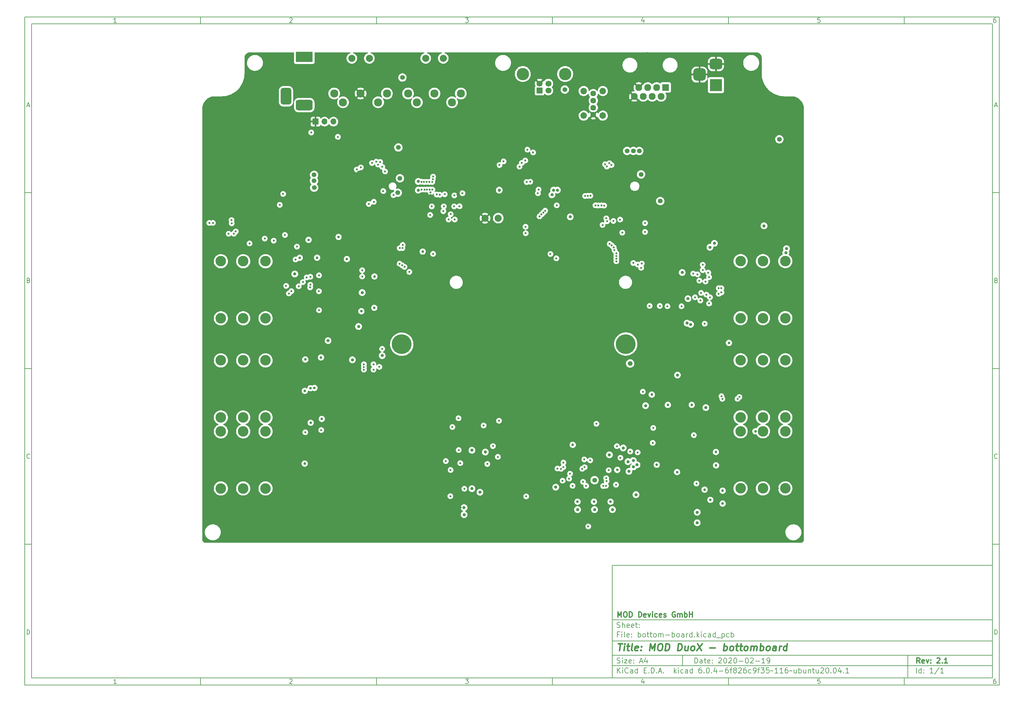
<source format=gbr>
G04 #@! TF.GenerationSoftware,KiCad,Pcbnew,6.0.4-6f826c9f35~116~ubuntu20.04.1*
G04 #@! TF.CreationDate,2022-05-04T15:32:13+02:00*
G04 #@! TF.ProjectId,bottom-board,626f7474-6f6d-42d6-926f-6172642e6b69,2.1*
G04 #@! TF.SameCoordinates,PX48111b4PY15fd6c8*
G04 #@! TF.FileFunction,Copper,L2,Inr*
G04 #@! TF.FilePolarity,Positive*
%FSLAX46Y46*%
G04 Gerber Fmt 4.6, Leading zero omitted, Abs format (unit mm)*
G04 Created by KiCad (PCBNEW 6.0.4-6f826c9f35~116~ubuntu20.04.1) date 2022-05-04 15:32:13*
%MOMM*%
%LPD*%
G01*
G04 APERTURE LIST*
G04 Aperture macros list*
%AMRoundRect*
0 Rectangle with rounded corners*
0 $1 Rounding radius*
0 $2 $3 $4 $5 $6 $7 $8 $9 X,Y pos of 4 corners*
0 Add a 4 corners polygon primitive as box body*
4,1,4,$2,$3,$4,$5,$6,$7,$8,$9,$2,$3,0*
0 Add four circle primitives for the rounded corners*
1,1,$1+$1,$2,$3*
1,1,$1+$1,$4,$5*
1,1,$1+$1,$6,$7*
1,1,$1+$1,$8,$9*
0 Add four rect primitives between the rounded corners*
20,1,$1+$1,$2,$3,$4,$5,0*
20,1,$1+$1,$4,$5,$6,$7,0*
20,1,$1+$1,$6,$7,$8,$9,0*
20,1,$1+$1,$8,$9,$2,$3,0*%
G04 Aperture macros list end*
%ADD10C,0.100000*%
%ADD11C,0.150000*%
%ADD12C,0.300000*%
%ADD13C,0.400000*%
G04 #@! TA.AperFunction,ComponentPad*
%ADD14C,3.000000*%
G04 #@! TD*
G04 #@! TA.AperFunction,ComponentPad*
%ADD15C,2.000000*%
G04 #@! TD*
G04 #@! TA.AperFunction,ComponentPad*
%ADD16C,2.300000*%
G04 #@! TD*
G04 #@! TA.AperFunction,ComponentPad*
%ADD17R,4.800000X3.000000*%
G04 #@! TD*
G04 #@! TA.AperFunction,ComponentPad*
%ADD18RoundRect,0.750000X-1.650000X0.750000X-1.650000X-0.750000X1.650000X-0.750000X1.650000X0.750000X0*%
G04 #@! TD*
G04 #@! TA.AperFunction,ComponentPad*
%ADD19RoundRect,0.750000X-0.750000X1.650000X-0.750000X-1.650000X0.750000X-1.650000X0.750000X1.650000X0*%
G04 #@! TD*
G04 #@! TA.AperFunction,ComponentPad*
%ADD20R,1.700000X1.700000*%
G04 #@! TD*
G04 #@! TA.AperFunction,ComponentPad*
%ADD21C,1.700000*%
G04 #@! TD*
G04 #@! TA.AperFunction,ComponentPad*
%ADD22C,3.500000*%
G04 #@! TD*
G04 #@! TA.AperFunction,ComponentPad*
%ADD23C,1.620000*%
G04 #@! TD*
G04 #@! TA.AperFunction,ComponentPad*
%ADD24C,1.850000*%
G04 #@! TD*
G04 #@! TA.AperFunction,ComponentPad*
%ADD25O,1.700000X1.700000*%
G04 #@! TD*
G04 #@! TA.AperFunction,ComponentPad*
%ADD26R,3.500000X3.500000*%
G04 #@! TD*
G04 #@! TA.AperFunction,ComponentPad*
%ADD27RoundRect,0.750000X-1.000000X0.750000X-1.000000X-0.750000X1.000000X-0.750000X1.000000X0.750000X0*%
G04 #@! TD*
G04 #@! TA.AperFunction,ComponentPad*
%ADD28RoundRect,0.875000X-0.875000X0.875000X-0.875000X-0.875000X0.875000X-0.875000X0.875000X0.875000X0*%
G04 #@! TD*
G04 #@! TA.AperFunction,ComponentPad*
%ADD29R,1.960000X1.960000*%
G04 #@! TD*
G04 #@! TA.AperFunction,ComponentPad*
%ADD30C,1.960000*%
G04 #@! TD*
G04 #@! TA.AperFunction,ComponentPad*
%ADD31C,5.600000*%
G04 #@! TD*
G04 #@! TA.AperFunction,ViaPad*
%ADD32C,0.900000*%
G04 #@! TD*
G04 #@! TA.AperFunction,ViaPad*
%ADD33C,0.600000*%
G04 #@! TD*
G04 #@! TA.AperFunction,ViaPad*
%ADD34C,1.350000*%
G04 #@! TD*
G04 #@! TA.AperFunction,ViaPad*
%ADD35C,0.750000*%
G04 #@! TD*
G04 #@! TA.AperFunction,ViaPad*
%ADD36C,0.800000*%
G04 #@! TD*
G04 APERTURE END LIST*
D10*
D11*
X101434660Y-142949080D02*
X101434660Y-174949080D01*
X209434660Y-174949080D01*
X209434660Y-142949080D01*
X101434660Y-142949080D01*
D10*
D11*
X-65567540Y13058120D02*
X-65567540Y-176949080D01*
X211434660Y-176949080D01*
X211434660Y13058120D01*
X-65567540Y13058120D01*
D10*
D11*
X-63567540Y11058120D02*
X-63567540Y-174949080D01*
X209434660Y-174949080D01*
X209434660Y11058120D01*
X-63567540Y11058120D01*
D10*
D11*
X-15567540Y11058120D02*
X-15567540Y13058120D01*
D10*
D11*
X34432460Y11058120D02*
X34432460Y13058120D01*
D10*
D11*
X84432460Y11058120D02*
X84432460Y13058120D01*
D10*
D11*
X134432460Y11058120D02*
X134432460Y13058120D01*
D10*
D11*
X184432460Y11058120D02*
X184432460Y13058120D01*
D10*
D11*
X-39502064Y11470025D02*
X-40244921Y11470025D01*
X-39873493Y11470025D02*
X-39873493Y12770025D01*
X-39997302Y12584311D01*
X-40121112Y12460501D01*
X-40244921Y12398597D01*
D10*
D11*
X9755079Y12646216D02*
X9816983Y12708120D01*
X9940793Y12770025D01*
X10250317Y12770025D01*
X10374126Y12708120D01*
X10436031Y12646216D01*
X10497936Y12522406D01*
X10497936Y12398597D01*
X10436031Y12212882D01*
X9693174Y11470025D01*
X10497936Y11470025D01*
D10*
D11*
X59693174Y12770025D02*
X60497936Y12770025D01*
X60064602Y12274787D01*
X60250317Y12274787D01*
X60374126Y12212882D01*
X60436031Y12150978D01*
X60497936Y12027168D01*
X60497936Y11717644D01*
X60436031Y11593835D01*
X60374126Y11531930D01*
X60250317Y11470025D01*
X59878888Y11470025D01*
X59755079Y11531930D01*
X59693174Y11593835D01*
D10*
D11*
X110374126Y12336692D02*
X110374126Y11470025D01*
X110064602Y12831930D02*
X109755079Y11903359D01*
X110559840Y11903359D01*
D10*
D11*
X160436031Y12770025D02*
X159816983Y12770025D01*
X159755079Y12150978D01*
X159816983Y12212882D01*
X159940793Y12274787D01*
X160250317Y12274787D01*
X160374126Y12212882D01*
X160436031Y12150978D01*
X160497936Y12027168D01*
X160497936Y11717644D01*
X160436031Y11593835D01*
X160374126Y11531930D01*
X160250317Y11470025D01*
X159940793Y11470025D01*
X159816983Y11531930D01*
X159755079Y11593835D01*
D10*
D11*
X210374126Y12770025D02*
X210126507Y12770025D01*
X210002698Y12708120D01*
X209940793Y12646216D01*
X209816983Y12460501D01*
X209755079Y12212882D01*
X209755079Y11717644D01*
X209816983Y11593835D01*
X209878888Y11531930D01*
X210002698Y11470025D01*
X210250317Y11470025D01*
X210374126Y11531930D01*
X210436031Y11593835D01*
X210497936Y11717644D01*
X210497936Y12027168D01*
X210436031Y12150978D01*
X210374126Y12212882D01*
X210250317Y12274787D01*
X210002698Y12274787D01*
X209878888Y12212882D01*
X209816983Y12150978D01*
X209755079Y12027168D01*
D10*
D11*
X-15567540Y-174949080D02*
X-15567540Y-176949080D01*
D10*
D11*
X34432460Y-174949080D02*
X34432460Y-176949080D01*
D10*
D11*
X84432460Y-174949080D02*
X84432460Y-176949080D01*
D10*
D11*
X134432460Y-174949080D02*
X134432460Y-176949080D01*
D10*
D11*
X184432460Y-174949080D02*
X184432460Y-176949080D01*
D10*
D11*
X-39502064Y-176537175D02*
X-40244921Y-176537175D01*
X-39873493Y-176537175D02*
X-39873493Y-175237175D01*
X-39997302Y-175422889D01*
X-40121112Y-175546699D01*
X-40244921Y-175608603D01*
D10*
D11*
X9755079Y-175360984D02*
X9816983Y-175299080D01*
X9940793Y-175237175D01*
X10250317Y-175237175D01*
X10374126Y-175299080D01*
X10436031Y-175360984D01*
X10497936Y-175484794D01*
X10497936Y-175608603D01*
X10436031Y-175794318D01*
X9693174Y-176537175D01*
X10497936Y-176537175D01*
D10*
D11*
X59693174Y-175237175D02*
X60497936Y-175237175D01*
X60064602Y-175732413D01*
X60250317Y-175732413D01*
X60374126Y-175794318D01*
X60436031Y-175856222D01*
X60497936Y-175980032D01*
X60497936Y-176289556D01*
X60436031Y-176413365D01*
X60374126Y-176475270D01*
X60250317Y-176537175D01*
X59878888Y-176537175D01*
X59755079Y-176475270D01*
X59693174Y-176413365D01*
D10*
D11*
X110374126Y-175670508D02*
X110374126Y-176537175D01*
X110064602Y-175175270D02*
X109755079Y-176103841D01*
X110559840Y-176103841D01*
D10*
D11*
X160436031Y-175237175D02*
X159816983Y-175237175D01*
X159755079Y-175856222D01*
X159816983Y-175794318D01*
X159940793Y-175732413D01*
X160250317Y-175732413D01*
X160374126Y-175794318D01*
X160436031Y-175856222D01*
X160497936Y-175980032D01*
X160497936Y-176289556D01*
X160436031Y-176413365D01*
X160374126Y-176475270D01*
X160250317Y-176537175D01*
X159940793Y-176537175D01*
X159816983Y-176475270D01*
X159755079Y-176413365D01*
D10*
D11*
X210374126Y-175237175D02*
X210126507Y-175237175D01*
X210002698Y-175299080D01*
X209940793Y-175360984D01*
X209816983Y-175546699D01*
X209755079Y-175794318D01*
X209755079Y-176289556D01*
X209816983Y-176413365D01*
X209878888Y-176475270D01*
X210002698Y-176537175D01*
X210250317Y-176537175D01*
X210374126Y-176475270D01*
X210436031Y-176413365D01*
X210497936Y-176289556D01*
X210497936Y-175980032D01*
X210436031Y-175856222D01*
X210374126Y-175794318D01*
X210250317Y-175732413D01*
X210002698Y-175732413D01*
X209878888Y-175794318D01*
X209816983Y-175856222D01*
X209755079Y-175980032D01*
D10*
D11*
X-65567540Y-36941880D02*
X-63567540Y-36941880D01*
D10*
D11*
X-65567540Y-86941880D02*
X-63567540Y-86941880D01*
D10*
D11*
X-65567540Y-136941880D02*
X-63567540Y-136941880D01*
D10*
D11*
X-64877064Y-12158546D02*
X-64258017Y-12158546D01*
X-65000874Y-12529975D02*
X-64567540Y-11229975D01*
X-64134207Y-12529975D01*
D10*
D11*
X-64474683Y-61849022D02*
X-64288969Y-61910927D01*
X-64227064Y-61972832D01*
X-64165160Y-62096641D01*
X-64165160Y-62282356D01*
X-64227064Y-62406165D01*
X-64288969Y-62468070D01*
X-64412779Y-62529975D01*
X-64908017Y-62529975D01*
X-64908017Y-61229975D01*
X-64474683Y-61229975D01*
X-64350874Y-61291880D01*
X-64288969Y-61353784D01*
X-64227064Y-61477594D01*
X-64227064Y-61601403D01*
X-64288969Y-61725213D01*
X-64350874Y-61787118D01*
X-64474683Y-61849022D01*
X-64908017Y-61849022D01*
D10*
D11*
X-64165160Y-112406165D02*
X-64227064Y-112468070D01*
X-64412779Y-112529975D01*
X-64536588Y-112529975D01*
X-64722302Y-112468070D01*
X-64846112Y-112344260D01*
X-64908017Y-112220451D01*
X-64969921Y-111972832D01*
X-64969921Y-111787118D01*
X-64908017Y-111539499D01*
X-64846112Y-111415689D01*
X-64722302Y-111291880D01*
X-64536588Y-111229975D01*
X-64412779Y-111229975D01*
X-64227064Y-111291880D01*
X-64165160Y-111353784D01*
D10*
D11*
X-64908017Y-162529975D02*
X-64908017Y-161229975D01*
X-64598493Y-161229975D01*
X-64412779Y-161291880D01*
X-64288969Y-161415689D01*
X-64227064Y-161539499D01*
X-64165160Y-161787118D01*
X-64165160Y-161972832D01*
X-64227064Y-162220451D01*
X-64288969Y-162344260D01*
X-64412779Y-162468070D01*
X-64598493Y-162529975D01*
X-64908017Y-162529975D01*
D10*
D11*
X211434660Y-36941880D02*
X209434660Y-36941880D01*
D10*
D11*
X211434660Y-86941880D02*
X209434660Y-86941880D01*
D10*
D11*
X211434660Y-136941880D02*
X209434660Y-136941880D01*
D10*
D11*
X210125136Y-12158546D02*
X210744183Y-12158546D01*
X210001326Y-12529975D02*
X210434660Y-11229975D01*
X210867993Y-12529975D01*
D10*
D11*
X210527517Y-61849022D02*
X210713231Y-61910927D01*
X210775136Y-61972832D01*
X210837040Y-62096641D01*
X210837040Y-62282356D01*
X210775136Y-62406165D01*
X210713231Y-62468070D01*
X210589421Y-62529975D01*
X210094183Y-62529975D01*
X210094183Y-61229975D01*
X210527517Y-61229975D01*
X210651326Y-61291880D01*
X210713231Y-61353784D01*
X210775136Y-61477594D01*
X210775136Y-61601403D01*
X210713231Y-61725213D01*
X210651326Y-61787118D01*
X210527517Y-61849022D01*
X210094183Y-61849022D01*
D10*
D11*
X210837040Y-112406165D02*
X210775136Y-112468070D01*
X210589421Y-112529975D01*
X210465612Y-112529975D01*
X210279898Y-112468070D01*
X210156088Y-112344260D01*
X210094183Y-112220451D01*
X210032279Y-111972832D01*
X210032279Y-111787118D01*
X210094183Y-111539499D01*
X210156088Y-111415689D01*
X210279898Y-111291880D01*
X210465612Y-111229975D01*
X210589421Y-111229975D01*
X210775136Y-111291880D01*
X210837040Y-111353784D01*
D10*
D11*
X210094183Y-162529975D02*
X210094183Y-161229975D01*
X210403707Y-161229975D01*
X210589421Y-161291880D01*
X210713231Y-161415689D01*
X210775136Y-161539499D01*
X210837040Y-161787118D01*
X210837040Y-161972832D01*
X210775136Y-162220451D01*
X210713231Y-162344260D01*
X210589421Y-162468070D01*
X210403707Y-162529975D01*
X210094183Y-162529975D01*
D10*
D11*
X124866802Y-170727651D02*
X124866802Y-169227651D01*
X125223945Y-169227651D01*
X125438231Y-169299080D01*
X125581088Y-169441937D01*
X125652517Y-169584794D01*
X125723945Y-169870508D01*
X125723945Y-170084794D01*
X125652517Y-170370508D01*
X125581088Y-170513365D01*
X125438231Y-170656222D01*
X125223945Y-170727651D01*
X124866802Y-170727651D01*
X127009660Y-170727651D02*
X127009660Y-169941937D01*
X126938231Y-169799080D01*
X126795374Y-169727651D01*
X126509660Y-169727651D01*
X126366802Y-169799080D01*
X127009660Y-170656222D02*
X126866802Y-170727651D01*
X126509660Y-170727651D01*
X126366802Y-170656222D01*
X126295374Y-170513365D01*
X126295374Y-170370508D01*
X126366802Y-170227651D01*
X126509660Y-170156222D01*
X126866802Y-170156222D01*
X127009660Y-170084794D01*
X127509660Y-169727651D02*
X128081088Y-169727651D01*
X127723945Y-169227651D02*
X127723945Y-170513365D01*
X127795374Y-170656222D01*
X127938231Y-170727651D01*
X128081088Y-170727651D01*
X129152517Y-170656222D02*
X129009660Y-170727651D01*
X128723945Y-170727651D01*
X128581088Y-170656222D01*
X128509660Y-170513365D01*
X128509660Y-169941937D01*
X128581088Y-169799080D01*
X128723945Y-169727651D01*
X129009660Y-169727651D01*
X129152517Y-169799080D01*
X129223945Y-169941937D01*
X129223945Y-170084794D01*
X128509660Y-170227651D01*
X129866802Y-170584794D02*
X129938231Y-170656222D01*
X129866802Y-170727651D01*
X129795374Y-170656222D01*
X129866802Y-170584794D01*
X129866802Y-170727651D01*
X129866802Y-169799080D02*
X129938231Y-169870508D01*
X129866802Y-169941937D01*
X129795374Y-169870508D01*
X129866802Y-169799080D01*
X129866802Y-169941937D01*
X131652517Y-169370508D02*
X131723945Y-169299080D01*
X131866802Y-169227651D01*
X132223945Y-169227651D01*
X132366802Y-169299080D01*
X132438231Y-169370508D01*
X132509660Y-169513365D01*
X132509660Y-169656222D01*
X132438231Y-169870508D01*
X131581088Y-170727651D01*
X132509660Y-170727651D01*
X133438231Y-169227651D02*
X133581088Y-169227651D01*
X133723945Y-169299080D01*
X133795374Y-169370508D01*
X133866802Y-169513365D01*
X133938231Y-169799080D01*
X133938231Y-170156222D01*
X133866802Y-170441937D01*
X133795374Y-170584794D01*
X133723945Y-170656222D01*
X133581088Y-170727651D01*
X133438231Y-170727651D01*
X133295374Y-170656222D01*
X133223945Y-170584794D01*
X133152517Y-170441937D01*
X133081088Y-170156222D01*
X133081088Y-169799080D01*
X133152517Y-169513365D01*
X133223945Y-169370508D01*
X133295374Y-169299080D01*
X133438231Y-169227651D01*
X134509660Y-169370508D02*
X134581088Y-169299080D01*
X134723945Y-169227651D01*
X135081088Y-169227651D01*
X135223945Y-169299080D01*
X135295374Y-169370508D01*
X135366802Y-169513365D01*
X135366802Y-169656222D01*
X135295374Y-169870508D01*
X134438231Y-170727651D01*
X135366802Y-170727651D01*
X136295374Y-169227651D02*
X136438231Y-169227651D01*
X136581088Y-169299080D01*
X136652517Y-169370508D01*
X136723945Y-169513365D01*
X136795374Y-169799080D01*
X136795374Y-170156222D01*
X136723945Y-170441937D01*
X136652517Y-170584794D01*
X136581088Y-170656222D01*
X136438231Y-170727651D01*
X136295374Y-170727651D01*
X136152517Y-170656222D01*
X136081088Y-170584794D01*
X136009660Y-170441937D01*
X135938231Y-170156222D01*
X135938231Y-169799080D01*
X136009660Y-169513365D01*
X136081088Y-169370508D01*
X136152517Y-169299080D01*
X136295374Y-169227651D01*
X137438231Y-170156222D02*
X138581088Y-170156222D01*
X139581088Y-169227651D02*
X139723945Y-169227651D01*
X139866802Y-169299080D01*
X139938231Y-169370508D01*
X140009660Y-169513365D01*
X140081088Y-169799080D01*
X140081088Y-170156222D01*
X140009660Y-170441937D01*
X139938231Y-170584794D01*
X139866802Y-170656222D01*
X139723945Y-170727651D01*
X139581088Y-170727651D01*
X139438231Y-170656222D01*
X139366802Y-170584794D01*
X139295374Y-170441937D01*
X139223945Y-170156222D01*
X139223945Y-169799080D01*
X139295374Y-169513365D01*
X139366802Y-169370508D01*
X139438231Y-169299080D01*
X139581088Y-169227651D01*
X140652517Y-169370508D02*
X140723945Y-169299080D01*
X140866802Y-169227651D01*
X141223945Y-169227651D01*
X141366802Y-169299080D01*
X141438231Y-169370508D01*
X141509660Y-169513365D01*
X141509660Y-169656222D01*
X141438231Y-169870508D01*
X140581088Y-170727651D01*
X141509660Y-170727651D01*
X142152517Y-170156222D02*
X143295374Y-170156222D01*
X144795374Y-170727651D02*
X143938231Y-170727651D01*
X144366802Y-170727651D02*
X144366802Y-169227651D01*
X144223945Y-169441937D01*
X144081088Y-169584794D01*
X143938231Y-169656222D01*
X145509660Y-170727651D02*
X145795374Y-170727651D01*
X145938231Y-170656222D01*
X146009660Y-170584794D01*
X146152517Y-170370508D01*
X146223945Y-170084794D01*
X146223945Y-169513365D01*
X146152517Y-169370508D01*
X146081088Y-169299080D01*
X145938231Y-169227651D01*
X145652517Y-169227651D01*
X145509660Y-169299080D01*
X145438231Y-169370508D01*
X145366802Y-169513365D01*
X145366802Y-169870508D01*
X145438231Y-170013365D01*
X145509660Y-170084794D01*
X145652517Y-170156222D01*
X145938231Y-170156222D01*
X146081088Y-170084794D01*
X146152517Y-170013365D01*
X146223945Y-169870508D01*
D10*
D11*
X101434660Y-171449080D02*
X209434660Y-171449080D01*
D10*
D11*
X102866802Y-173527651D02*
X102866802Y-172027651D01*
X103723945Y-173527651D02*
X103081088Y-172670508D01*
X103723945Y-172027651D02*
X102866802Y-172884794D01*
X104366802Y-173527651D02*
X104366802Y-172527651D01*
X104366802Y-172027651D02*
X104295374Y-172099080D01*
X104366802Y-172170508D01*
X104438231Y-172099080D01*
X104366802Y-172027651D01*
X104366802Y-172170508D01*
X105938231Y-173384794D02*
X105866802Y-173456222D01*
X105652517Y-173527651D01*
X105509660Y-173527651D01*
X105295374Y-173456222D01*
X105152517Y-173313365D01*
X105081088Y-173170508D01*
X105009660Y-172884794D01*
X105009660Y-172670508D01*
X105081088Y-172384794D01*
X105152517Y-172241937D01*
X105295374Y-172099080D01*
X105509660Y-172027651D01*
X105652517Y-172027651D01*
X105866802Y-172099080D01*
X105938231Y-172170508D01*
X107223945Y-173527651D02*
X107223945Y-172741937D01*
X107152517Y-172599080D01*
X107009660Y-172527651D01*
X106723945Y-172527651D01*
X106581088Y-172599080D01*
X107223945Y-173456222D02*
X107081088Y-173527651D01*
X106723945Y-173527651D01*
X106581088Y-173456222D01*
X106509660Y-173313365D01*
X106509660Y-173170508D01*
X106581088Y-173027651D01*
X106723945Y-172956222D01*
X107081088Y-172956222D01*
X107223945Y-172884794D01*
X108581088Y-173527651D02*
X108581088Y-172027651D01*
X108581088Y-173456222D02*
X108438231Y-173527651D01*
X108152517Y-173527651D01*
X108009660Y-173456222D01*
X107938231Y-173384794D01*
X107866802Y-173241937D01*
X107866802Y-172813365D01*
X107938231Y-172670508D01*
X108009660Y-172599080D01*
X108152517Y-172527651D01*
X108438231Y-172527651D01*
X108581088Y-172599080D01*
X110438231Y-172741937D02*
X110938231Y-172741937D01*
X111152517Y-173527651D02*
X110438231Y-173527651D01*
X110438231Y-172027651D01*
X111152517Y-172027651D01*
X111795374Y-173384794D02*
X111866802Y-173456222D01*
X111795374Y-173527651D01*
X111723945Y-173456222D01*
X111795374Y-173384794D01*
X111795374Y-173527651D01*
X112509660Y-173527651D02*
X112509660Y-172027651D01*
X112866802Y-172027651D01*
X113081088Y-172099080D01*
X113223945Y-172241937D01*
X113295374Y-172384794D01*
X113366802Y-172670508D01*
X113366802Y-172884794D01*
X113295374Y-173170508D01*
X113223945Y-173313365D01*
X113081088Y-173456222D01*
X112866802Y-173527651D01*
X112509660Y-173527651D01*
X114009660Y-173384794D02*
X114081088Y-173456222D01*
X114009660Y-173527651D01*
X113938231Y-173456222D01*
X114009660Y-173384794D01*
X114009660Y-173527651D01*
X114652517Y-173099080D02*
X115366802Y-173099080D01*
X114509660Y-173527651D02*
X115009660Y-172027651D01*
X115509660Y-173527651D01*
X116009660Y-173384794D02*
X116081088Y-173456222D01*
X116009660Y-173527651D01*
X115938231Y-173456222D01*
X116009660Y-173384794D01*
X116009660Y-173527651D01*
X119009660Y-173527651D02*
X119009660Y-172027651D01*
X119152517Y-172956222D02*
X119581088Y-173527651D01*
X119581088Y-172527651D02*
X119009660Y-173099080D01*
X120223945Y-173527651D02*
X120223945Y-172527651D01*
X120223945Y-172027651D02*
X120152517Y-172099080D01*
X120223945Y-172170508D01*
X120295374Y-172099080D01*
X120223945Y-172027651D01*
X120223945Y-172170508D01*
X121581088Y-173456222D02*
X121438231Y-173527651D01*
X121152517Y-173527651D01*
X121009660Y-173456222D01*
X120938231Y-173384794D01*
X120866802Y-173241937D01*
X120866802Y-172813365D01*
X120938231Y-172670508D01*
X121009660Y-172599080D01*
X121152517Y-172527651D01*
X121438231Y-172527651D01*
X121581088Y-172599080D01*
X122866802Y-173527651D02*
X122866802Y-172741937D01*
X122795374Y-172599080D01*
X122652517Y-172527651D01*
X122366802Y-172527651D01*
X122223945Y-172599080D01*
X122866802Y-173456222D02*
X122723945Y-173527651D01*
X122366802Y-173527651D01*
X122223945Y-173456222D01*
X122152517Y-173313365D01*
X122152517Y-173170508D01*
X122223945Y-173027651D01*
X122366802Y-172956222D01*
X122723945Y-172956222D01*
X122866802Y-172884794D01*
X124223945Y-173527651D02*
X124223945Y-172027651D01*
X124223945Y-173456222D02*
X124081088Y-173527651D01*
X123795374Y-173527651D01*
X123652517Y-173456222D01*
X123581088Y-173384794D01*
X123509660Y-173241937D01*
X123509660Y-172813365D01*
X123581088Y-172670508D01*
X123652517Y-172599080D01*
X123795374Y-172527651D01*
X124081088Y-172527651D01*
X124223945Y-172599080D01*
X126723945Y-172027651D02*
X126438231Y-172027651D01*
X126295374Y-172099080D01*
X126223945Y-172170508D01*
X126081088Y-172384794D01*
X126009660Y-172670508D01*
X126009660Y-173241937D01*
X126081088Y-173384794D01*
X126152517Y-173456222D01*
X126295374Y-173527651D01*
X126581088Y-173527651D01*
X126723945Y-173456222D01*
X126795374Y-173384794D01*
X126866802Y-173241937D01*
X126866802Y-172884794D01*
X126795374Y-172741937D01*
X126723945Y-172670508D01*
X126581088Y-172599080D01*
X126295374Y-172599080D01*
X126152517Y-172670508D01*
X126081088Y-172741937D01*
X126009660Y-172884794D01*
X127509660Y-173384794D02*
X127581088Y-173456222D01*
X127509660Y-173527651D01*
X127438231Y-173456222D01*
X127509660Y-173384794D01*
X127509660Y-173527651D01*
X128509660Y-172027651D02*
X128652517Y-172027651D01*
X128795374Y-172099080D01*
X128866802Y-172170508D01*
X128938231Y-172313365D01*
X129009660Y-172599080D01*
X129009660Y-172956222D01*
X128938231Y-173241937D01*
X128866802Y-173384794D01*
X128795374Y-173456222D01*
X128652517Y-173527651D01*
X128509660Y-173527651D01*
X128366802Y-173456222D01*
X128295374Y-173384794D01*
X128223945Y-173241937D01*
X128152517Y-172956222D01*
X128152517Y-172599080D01*
X128223945Y-172313365D01*
X128295374Y-172170508D01*
X128366802Y-172099080D01*
X128509660Y-172027651D01*
X129652517Y-173384794D02*
X129723945Y-173456222D01*
X129652517Y-173527651D01*
X129581088Y-173456222D01*
X129652517Y-173384794D01*
X129652517Y-173527651D01*
X131009660Y-172527651D02*
X131009660Y-173527651D01*
X130652517Y-171956222D02*
X130295374Y-173027651D01*
X131223945Y-173027651D01*
X131795374Y-172956222D02*
X132938231Y-172956222D01*
X134295374Y-172027651D02*
X134009660Y-172027651D01*
X133866802Y-172099080D01*
X133795374Y-172170508D01*
X133652517Y-172384794D01*
X133581088Y-172670508D01*
X133581088Y-173241937D01*
X133652517Y-173384794D01*
X133723945Y-173456222D01*
X133866802Y-173527651D01*
X134152517Y-173527651D01*
X134295374Y-173456222D01*
X134366802Y-173384794D01*
X134438231Y-173241937D01*
X134438231Y-172884794D01*
X134366802Y-172741937D01*
X134295374Y-172670508D01*
X134152517Y-172599080D01*
X133866802Y-172599080D01*
X133723945Y-172670508D01*
X133652517Y-172741937D01*
X133581088Y-172884794D01*
X134866802Y-172527651D02*
X135438231Y-172527651D01*
X135081088Y-173527651D02*
X135081088Y-172241937D01*
X135152517Y-172099080D01*
X135295374Y-172027651D01*
X135438231Y-172027651D01*
X136152517Y-172670508D02*
X136009660Y-172599080D01*
X135938231Y-172527651D01*
X135866802Y-172384794D01*
X135866802Y-172313365D01*
X135938231Y-172170508D01*
X136009660Y-172099080D01*
X136152517Y-172027651D01*
X136438231Y-172027651D01*
X136581088Y-172099080D01*
X136652517Y-172170508D01*
X136723945Y-172313365D01*
X136723945Y-172384794D01*
X136652517Y-172527651D01*
X136581088Y-172599080D01*
X136438231Y-172670508D01*
X136152517Y-172670508D01*
X136009660Y-172741937D01*
X135938231Y-172813365D01*
X135866802Y-172956222D01*
X135866802Y-173241937D01*
X135938231Y-173384794D01*
X136009660Y-173456222D01*
X136152517Y-173527651D01*
X136438231Y-173527651D01*
X136581088Y-173456222D01*
X136652517Y-173384794D01*
X136723945Y-173241937D01*
X136723945Y-172956222D01*
X136652517Y-172813365D01*
X136581088Y-172741937D01*
X136438231Y-172670508D01*
X137295374Y-172170508D02*
X137366802Y-172099080D01*
X137509660Y-172027651D01*
X137866802Y-172027651D01*
X138009660Y-172099080D01*
X138081088Y-172170508D01*
X138152517Y-172313365D01*
X138152517Y-172456222D01*
X138081088Y-172670508D01*
X137223945Y-173527651D01*
X138152517Y-173527651D01*
X139438231Y-172027651D02*
X139152517Y-172027651D01*
X139009660Y-172099080D01*
X138938231Y-172170508D01*
X138795374Y-172384794D01*
X138723945Y-172670508D01*
X138723945Y-173241937D01*
X138795374Y-173384794D01*
X138866802Y-173456222D01*
X139009660Y-173527651D01*
X139295374Y-173527651D01*
X139438231Y-173456222D01*
X139509660Y-173384794D01*
X139581088Y-173241937D01*
X139581088Y-172884794D01*
X139509660Y-172741937D01*
X139438231Y-172670508D01*
X139295374Y-172599080D01*
X139009660Y-172599080D01*
X138866802Y-172670508D01*
X138795374Y-172741937D01*
X138723945Y-172884794D01*
X140866802Y-173456222D02*
X140723945Y-173527651D01*
X140438231Y-173527651D01*
X140295374Y-173456222D01*
X140223945Y-173384794D01*
X140152517Y-173241937D01*
X140152517Y-172813365D01*
X140223945Y-172670508D01*
X140295374Y-172599080D01*
X140438231Y-172527651D01*
X140723945Y-172527651D01*
X140866802Y-172599080D01*
X141581088Y-173527651D02*
X141866802Y-173527651D01*
X142009660Y-173456222D01*
X142081088Y-173384794D01*
X142223945Y-173170508D01*
X142295374Y-172884794D01*
X142295374Y-172313365D01*
X142223945Y-172170508D01*
X142152517Y-172099080D01*
X142009660Y-172027651D01*
X141723945Y-172027651D01*
X141581088Y-172099080D01*
X141509660Y-172170508D01*
X141438231Y-172313365D01*
X141438231Y-172670508D01*
X141509660Y-172813365D01*
X141581088Y-172884794D01*
X141723945Y-172956222D01*
X142009660Y-172956222D01*
X142152517Y-172884794D01*
X142223945Y-172813365D01*
X142295374Y-172670508D01*
X142723945Y-172527651D02*
X143295374Y-172527651D01*
X142938231Y-173527651D02*
X142938231Y-172241937D01*
X143009660Y-172099080D01*
X143152517Y-172027651D01*
X143295374Y-172027651D01*
X143652517Y-172027651D02*
X144581088Y-172027651D01*
X144081088Y-172599080D01*
X144295374Y-172599080D01*
X144438231Y-172670508D01*
X144509660Y-172741937D01*
X144581088Y-172884794D01*
X144581088Y-173241937D01*
X144509660Y-173384794D01*
X144438231Y-173456222D01*
X144295374Y-173527651D01*
X143866802Y-173527651D01*
X143723945Y-173456222D01*
X143652517Y-173384794D01*
X145938231Y-172027651D02*
X145223945Y-172027651D01*
X145152517Y-172741937D01*
X145223945Y-172670508D01*
X145366802Y-172599080D01*
X145723945Y-172599080D01*
X145866802Y-172670508D01*
X145938231Y-172741937D01*
X146009660Y-172884794D01*
X146009660Y-173241937D01*
X145938231Y-173384794D01*
X145866802Y-173456222D01*
X145723945Y-173527651D01*
X145366802Y-173527651D01*
X145223945Y-173456222D01*
X145152517Y-173384794D01*
X146438231Y-172956222D02*
X146509660Y-172884794D01*
X146652517Y-172813365D01*
X146938231Y-172956222D01*
X147081088Y-172884794D01*
X147152517Y-172813365D01*
X148509660Y-173527651D02*
X147652517Y-173527651D01*
X148081088Y-173527651D02*
X148081088Y-172027651D01*
X147938231Y-172241937D01*
X147795374Y-172384794D01*
X147652517Y-172456222D01*
X149938231Y-173527651D02*
X149081088Y-173527651D01*
X149509660Y-173527651D02*
X149509660Y-172027651D01*
X149366802Y-172241937D01*
X149223945Y-172384794D01*
X149081088Y-172456222D01*
X151223945Y-172027651D02*
X150938231Y-172027651D01*
X150795374Y-172099080D01*
X150723945Y-172170508D01*
X150581088Y-172384794D01*
X150509659Y-172670508D01*
X150509659Y-173241937D01*
X150581088Y-173384794D01*
X150652517Y-173456222D01*
X150795374Y-173527651D01*
X151081088Y-173527651D01*
X151223945Y-173456222D01*
X151295374Y-173384794D01*
X151366802Y-173241937D01*
X151366802Y-172884794D01*
X151295374Y-172741937D01*
X151223945Y-172670508D01*
X151081088Y-172599080D01*
X150795374Y-172599080D01*
X150652517Y-172670508D01*
X150581088Y-172741937D01*
X150509659Y-172884794D01*
X151795374Y-172956222D02*
X151866802Y-172884794D01*
X152009659Y-172813365D01*
X152295374Y-172956222D01*
X152438231Y-172884794D01*
X152509659Y-172813365D01*
X153723945Y-172527651D02*
X153723945Y-173527651D01*
X153081088Y-172527651D02*
X153081088Y-173313365D01*
X153152517Y-173456222D01*
X153295374Y-173527651D01*
X153509659Y-173527651D01*
X153652517Y-173456222D01*
X153723945Y-173384794D01*
X154438231Y-173527651D02*
X154438231Y-172027651D01*
X154438231Y-172599080D02*
X154581088Y-172527651D01*
X154866802Y-172527651D01*
X155009659Y-172599080D01*
X155081088Y-172670508D01*
X155152517Y-172813365D01*
X155152517Y-173241937D01*
X155081088Y-173384794D01*
X155009659Y-173456222D01*
X154866802Y-173527651D01*
X154581088Y-173527651D01*
X154438231Y-173456222D01*
X156438231Y-172527651D02*
X156438231Y-173527651D01*
X155795374Y-172527651D02*
X155795374Y-173313365D01*
X155866802Y-173456222D01*
X156009660Y-173527651D01*
X156223945Y-173527651D01*
X156366802Y-173456222D01*
X156438231Y-173384794D01*
X157152517Y-172527651D02*
X157152517Y-173527651D01*
X157152517Y-172670508D02*
X157223945Y-172599080D01*
X157366802Y-172527651D01*
X157581088Y-172527651D01*
X157723945Y-172599080D01*
X157795374Y-172741937D01*
X157795374Y-173527651D01*
X158295374Y-172527651D02*
X158866802Y-172527651D01*
X158509660Y-172027651D02*
X158509660Y-173313365D01*
X158581088Y-173456222D01*
X158723945Y-173527651D01*
X158866802Y-173527651D01*
X160009660Y-172527651D02*
X160009660Y-173527651D01*
X159366802Y-172527651D02*
X159366802Y-173313365D01*
X159438231Y-173456222D01*
X159581088Y-173527651D01*
X159795374Y-173527651D01*
X159938231Y-173456222D01*
X160009660Y-173384794D01*
X160652517Y-172170508D02*
X160723945Y-172099080D01*
X160866802Y-172027651D01*
X161223945Y-172027651D01*
X161366802Y-172099080D01*
X161438231Y-172170508D01*
X161509660Y-172313365D01*
X161509660Y-172456222D01*
X161438231Y-172670508D01*
X160581088Y-173527651D01*
X161509660Y-173527651D01*
X162438231Y-172027651D02*
X162581088Y-172027651D01*
X162723945Y-172099080D01*
X162795374Y-172170508D01*
X162866802Y-172313365D01*
X162938231Y-172599080D01*
X162938231Y-172956222D01*
X162866802Y-173241937D01*
X162795374Y-173384794D01*
X162723945Y-173456222D01*
X162581088Y-173527651D01*
X162438231Y-173527651D01*
X162295374Y-173456222D01*
X162223945Y-173384794D01*
X162152517Y-173241937D01*
X162081088Y-172956222D01*
X162081088Y-172599080D01*
X162152517Y-172313365D01*
X162223945Y-172170508D01*
X162295374Y-172099080D01*
X162438231Y-172027651D01*
X163581088Y-173384794D02*
X163652517Y-173456222D01*
X163581088Y-173527651D01*
X163509659Y-173456222D01*
X163581088Y-173384794D01*
X163581088Y-173527651D01*
X164581088Y-172027651D02*
X164723945Y-172027651D01*
X164866802Y-172099080D01*
X164938231Y-172170508D01*
X165009660Y-172313365D01*
X165081088Y-172599080D01*
X165081088Y-172956222D01*
X165009660Y-173241937D01*
X164938231Y-173384794D01*
X164866802Y-173456222D01*
X164723945Y-173527651D01*
X164581088Y-173527651D01*
X164438231Y-173456222D01*
X164366802Y-173384794D01*
X164295374Y-173241937D01*
X164223945Y-172956222D01*
X164223945Y-172599080D01*
X164295374Y-172313365D01*
X164366802Y-172170508D01*
X164438231Y-172099080D01*
X164581088Y-172027651D01*
X166366802Y-172527651D02*
X166366802Y-173527651D01*
X166009659Y-171956222D02*
X165652517Y-173027651D01*
X166581088Y-173027651D01*
X167152517Y-173384794D02*
X167223945Y-173456222D01*
X167152517Y-173527651D01*
X167081088Y-173456222D01*
X167152517Y-173384794D01*
X167152517Y-173527651D01*
X168652517Y-173527651D02*
X167795374Y-173527651D01*
X168223945Y-173527651D02*
X168223945Y-172027651D01*
X168081088Y-172241937D01*
X167938231Y-172384794D01*
X167795374Y-172456222D01*
D10*
D11*
X101434660Y-168449080D02*
X209434660Y-168449080D01*
D10*
D12*
X188843945Y-170727651D02*
X188343945Y-170013365D01*
X187986802Y-170727651D02*
X187986802Y-169227651D01*
X188558231Y-169227651D01*
X188701088Y-169299080D01*
X188772517Y-169370508D01*
X188843945Y-169513365D01*
X188843945Y-169727651D01*
X188772517Y-169870508D01*
X188701088Y-169941937D01*
X188558231Y-170013365D01*
X187986802Y-170013365D01*
X190058231Y-170656222D02*
X189915374Y-170727651D01*
X189629660Y-170727651D01*
X189486802Y-170656222D01*
X189415374Y-170513365D01*
X189415374Y-169941937D01*
X189486802Y-169799080D01*
X189629660Y-169727651D01*
X189915374Y-169727651D01*
X190058231Y-169799080D01*
X190129660Y-169941937D01*
X190129660Y-170084794D01*
X189415374Y-170227651D01*
X190629660Y-169727651D02*
X190986802Y-170727651D01*
X191343945Y-169727651D01*
X191915374Y-170584794D02*
X191986802Y-170656222D01*
X191915374Y-170727651D01*
X191843945Y-170656222D01*
X191915374Y-170584794D01*
X191915374Y-170727651D01*
X191915374Y-169799080D02*
X191986802Y-169870508D01*
X191915374Y-169941937D01*
X191843945Y-169870508D01*
X191915374Y-169799080D01*
X191915374Y-169941937D01*
X193701088Y-169370508D02*
X193772517Y-169299080D01*
X193915374Y-169227651D01*
X194272517Y-169227651D01*
X194415374Y-169299080D01*
X194486802Y-169370508D01*
X194558231Y-169513365D01*
X194558231Y-169656222D01*
X194486802Y-169870508D01*
X193629660Y-170727651D01*
X194558231Y-170727651D01*
X195201088Y-170584794D02*
X195272517Y-170656222D01*
X195201088Y-170727651D01*
X195129660Y-170656222D01*
X195201088Y-170584794D01*
X195201088Y-170727651D01*
X196701088Y-170727651D02*
X195843945Y-170727651D01*
X196272517Y-170727651D02*
X196272517Y-169227651D01*
X196129660Y-169441937D01*
X195986802Y-169584794D01*
X195843945Y-169656222D01*
D10*
D11*
X102795374Y-170656222D02*
X103009660Y-170727651D01*
X103366802Y-170727651D01*
X103509660Y-170656222D01*
X103581088Y-170584794D01*
X103652517Y-170441937D01*
X103652517Y-170299080D01*
X103581088Y-170156222D01*
X103509660Y-170084794D01*
X103366802Y-170013365D01*
X103081088Y-169941937D01*
X102938231Y-169870508D01*
X102866802Y-169799080D01*
X102795374Y-169656222D01*
X102795374Y-169513365D01*
X102866802Y-169370508D01*
X102938231Y-169299080D01*
X103081088Y-169227651D01*
X103438231Y-169227651D01*
X103652517Y-169299080D01*
X104295374Y-170727651D02*
X104295374Y-169727651D01*
X104295374Y-169227651D02*
X104223945Y-169299080D01*
X104295374Y-169370508D01*
X104366802Y-169299080D01*
X104295374Y-169227651D01*
X104295374Y-169370508D01*
X104866802Y-169727651D02*
X105652517Y-169727651D01*
X104866802Y-170727651D01*
X105652517Y-170727651D01*
X106795374Y-170656222D02*
X106652517Y-170727651D01*
X106366802Y-170727651D01*
X106223945Y-170656222D01*
X106152517Y-170513365D01*
X106152517Y-169941937D01*
X106223945Y-169799080D01*
X106366802Y-169727651D01*
X106652517Y-169727651D01*
X106795374Y-169799080D01*
X106866802Y-169941937D01*
X106866802Y-170084794D01*
X106152517Y-170227651D01*
X107509660Y-170584794D02*
X107581088Y-170656222D01*
X107509660Y-170727651D01*
X107438231Y-170656222D01*
X107509660Y-170584794D01*
X107509660Y-170727651D01*
X107509660Y-169799080D02*
X107581088Y-169870508D01*
X107509660Y-169941937D01*
X107438231Y-169870508D01*
X107509660Y-169799080D01*
X107509660Y-169941937D01*
X109295374Y-170299080D02*
X110009660Y-170299080D01*
X109152517Y-170727651D02*
X109652517Y-169227651D01*
X110152517Y-170727651D01*
X111295374Y-169727651D02*
X111295374Y-170727651D01*
X110938231Y-169156222D02*
X110581088Y-170227651D01*
X111509660Y-170227651D01*
D10*
D11*
X187866802Y-173527651D02*
X187866802Y-172027651D01*
X189223945Y-173527651D02*
X189223945Y-172027651D01*
X189223945Y-173456222D02*
X189081088Y-173527651D01*
X188795374Y-173527651D01*
X188652517Y-173456222D01*
X188581088Y-173384794D01*
X188509660Y-173241937D01*
X188509660Y-172813365D01*
X188581088Y-172670508D01*
X188652517Y-172599080D01*
X188795374Y-172527651D01*
X189081088Y-172527651D01*
X189223945Y-172599080D01*
X189938231Y-173384794D02*
X190009660Y-173456222D01*
X189938231Y-173527651D01*
X189866802Y-173456222D01*
X189938231Y-173384794D01*
X189938231Y-173527651D01*
X189938231Y-172599080D02*
X190009660Y-172670508D01*
X189938231Y-172741937D01*
X189866802Y-172670508D01*
X189938231Y-172599080D01*
X189938231Y-172741937D01*
X192581088Y-173527651D02*
X191723945Y-173527651D01*
X192152517Y-173527651D02*
X192152517Y-172027651D01*
X192009660Y-172241937D01*
X191866802Y-172384794D01*
X191723945Y-172456222D01*
X194295374Y-171956222D02*
X193009660Y-173884794D01*
X195581088Y-173527651D02*
X194723945Y-173527651D01*
X195152517Y-173527651D02*
X195152517Y-172027651D01*
X195009660Y-172241937D01*
X194866802Y-172384794D01*
X194723945Y-172456222D01*
D10*
D11*
X101434660Y-164449080D02*
X209434660Y-164449080D01*
D10*
D13*
X103147040Y-165153841D02*
X104289898Y-165153841D01*
X103468469Y-167153841D02*
X103718469Y-165153841D01*
X104706564Y-167153841D02*
X104873231Y-165820508D01*
X104956564Y-165153841D02*
X104849421Y-165249080D01*
X104932755Y-165344318D01*
X105039898Y-165249080D01*
X104956564Y-165153841D01*
X104932755Y-165344318D01*
X105539898Y-165820508D02*
X106301802Y-165820508D01*
X105908945Y-165153841D02*
X105694660Y-166868127D01*
X105766088Y-167058603D01*
X105944660Y-167153841D01*
X106135136Y-167153841D01*
X107087517Y-167153841D02*
X106908945Y-167058603D01*
X106837517Y-166868127D01*
X107051802Y-165153841D01*
X108623231Y-167058603D02*
X108420850Y-167153841D01*
X108039898Y-167153841D01*
X107861326Y-167058603D01*
X107789898Y-166868127D01*
X107885136Y-166106222D01*
X108004183Y-165915746D01*
X108206564Y-165820508D01*
X108587517Y-165820508D01*
X108766088Y-165915746D01*
X108837517Y-166106222D01*
X108813707Y-166296699D01*
X107837517Y-166487175D01*
X109587517Y-166963365D02*
X109670850Y-167058603D01*
X109563707Y-167153841D01*
X109480374Y-167058603D01*
X109587517Y-166963365D01*
X109563707Y-167153841D01*
X109718469Y-165915746D02*
X109801802Y-166010984D01*
X109694660Y-166106222D01*
X109611326Y-166010984D01*
X109718469Y-165915746D01*
X109694660Y-166106222D01*
X112039898Y-167153841D02*
X112289898Y-165153841D01*
X112777993Y-166582413D01*
X113623231Y-165153841D01*
X113373231Y-167153841D01*
X114956564Y-165153841D02*
X115337517Y-165153841D01*
X115516088Y-165249080D01*
X115682755Y-165439556D01*
X115730374Y-165820508D01*
X115647040Y-166487175D01*
X115504183Y-166868127D01*
X115289898Y-167058603D01*
X115087517Y-167153841D01*
X114706564Y-167153841D01*
X114527993Y-167058603D01*
X114361326Y-166868127D01*
X114313707Y-166487175D01*
X114397040Y-165820508D01*
X114539898Y-165439556D01*
X114754183Y-165249080D01*
X114956564Y-165153841D01*
X116420850Y-167153841D02*
X116670850Y-165153841D01*
X117147040Y-165153841D01*
X117420850Y-165249080D01*
X117587517Y-165439556D01*
X117658945Y-165630032D01*
X117706564Y-166010984D01*
X117670850Y-166296699D01*
X117527993Y-166677651D01*
X117408945Y-166868127D01*
X117194660Y-167058603D01*
X116897040Y-167153841D01*
X116420850Y-167153841D01*
X119944660Y-167153841D02*
X120194660Y-165153841D01*
X120670850Y-165153841D01*
X120944660Y-165249080D01*
X121111326Y-165439556D01*
X121182755Y-165630032D01*
X121230374Y-166010984D01*
X121194660Y-166296699D01*
X121051802Y-166677651D01*
X120932755Y-166868127D01*
X120718469Y-167058603D01*
X120420850Y-167153841D01*
X119944660Y-167153841D01*
X122968469Y-165820508D02*
X122801802Y-167153841D01*
X122111326Y-165820508D02*
X121980374Y-166868127D01*
X122051802Y-167058603D01*
X122230374Y-167153841D01*
X122516088Y-167153841D01*
X122718469Y-167058603D01*
X122825612Y-166963365D01*
X124039898Y-167153841D02*
X123861326Y-167058603D01*
X123777993Y-166963365D01*
X123706564Y-166772889D01*
X123777993Y-166201460D01*
X123897040Y-166010984D01*
X124004183Y-165915746D01*
X124206564Y-165820508D01*
X124492279Y-165820508D01*
X124670850Y-165915746D01*
X124754183Y-166010984D01*
X124825612Y-166201460D01*
X124754183Y-166772889D01*
X124635136Y-166963365D01*
X124527993Y-167058603D01*
X124325612Y-167153841D01*
X124039898Y-167153841D01*
X125623231Y-165153841D02*
X126706564Y-167153841D01*
X126956564Y-165153841D02*
X125373231Y-167153841D01*
X129087517Y-166391937D02*
X130611326Y-166391937D01*
X132992279Y-167153841D02*
X133242279Y-165153841D01*
X133147040Y-165915746D02*
X133349421Y-165820508D01*
X133730374Y-165820508D01*
X133908945Y-165915746D01*
X133992279Y-166010984D01*
X134063707Y-166201460D01*
X133992279Y-166772889D01*
X133873231Y-166963365D01*
X133766088Y-167058603D01*
X133563707Y-167153841D01*
X133182755Y-167153841D01*
X133004183Y-167058603D01*
X135087517Y-167153841D02*
X134908945Y-167058603D01*
X134825612Y-166963365D01*
X134754183Y-166772889D01*
X134825612Y-166201460D01*
X134944660Y-166010984D01*
X135051802Y-165915746D01*
X135254183Y-165820508D01*
X135539898Y-165820508D01*
X135718469Y-165915746D01*
X135801802Y-166010984D01*
X135873231Y-166201460D01*
X135801802Y-166772889D01*
X135682755Y-166963365D01*
X135575612Y-167058603D01*
X135373231Y-167153841D01*
X135087517Y-167153841D01*
X136492279Y-165820508D02*
X137254183Y-165820508D01*
X136861326Y-165153841D02*
X136647040Y-166868127D01*
X136718469Y-167058603D01*
X136897040Y-167153841D01*
X137087517Y-167153841D01*
X137635136Y-165820508D02*
X138397040Y-165820508D01*
X138004183Y-165153841D02*
X137789898Y-166868127D01*
X137861326Y-167058603D01*
X138039898Y-167153841D01*
X138230374Y-167153841D01*
X139182755Y-167153841D02*
X139004183Y-167058603D01*
X138920850Y-166963365D01*
X138849421Y-166772889D01*
X138920850Y-166201460D01*
X139039898Y-166010984D01*
X139147040Y-165915746D01*
X139349421Y-165820508D01*
X139635136Y-165820508D01*
X139813707Y-165915746D01*
X139897040Y-166010984D01*
X139968469Y-166201460D01*
X139897040Y-166772889D01*
X139777993Y-166963365D01*
X139670850Y-167058603D01*
X139468469Y-167153841D01*
X139182755Y-167153841D01*
X140706564Y-167153841D02*
X140873231Y-165820508D01*
X140849421Y-166010984D02*
X140956564Y-165915746D01*
X141158945Y-165820508D01*
X141444660Y-165820508D01*
X141623231Y-165915746D01*
X141694660Y-166106222D01*
X141563707Y-167153841D01*
X141694660Y-166106222D02*
X141813707Y-165915746D01*
X142016088Y-165820508D01*
X142301802Y-165820508D01*
X142480374Y-165915746D01*
X142551802Y-166106222D01*
X142420850Y-167153841D01*
X143373231Y-167153841D02*
X143623231Y-165153841D01*
X143527993Y-165915746D02*
X143730374Y-165820508D01*
X144111326Y-165820508D01*
X144289898Y-165915746D01*
X144373231Y-166010984D01*
X144444660Y-166201460D01*
X144373231Y-166772889D01*
X144254183Y-166963365D01*
X144147040Y-167058603D01*
X143944660Y-167153841D01*
X143563707Y-167153841D01*
X143385136Y-167058603D01*
X145468469Y-167153841D02*
X145289898Y-167058603D01*
X145206564Y-166963365D01*
X145135136Y-166772889D01*
X145206564Y-166201460D01*
X145325612Y-166010984D01*
X145432755Y-165915746D01*
X145635136Y-165820508D01*
X145920850Y-165820508D01*
X146099421Y-165915746D01*
X146182755Y-166010984D01*
X146254183Y-166201460D01*
X146182755Y-166772889D01*
X146063707Y-166963365D01*
X145956564Y-167058603D01*
X145754183Y-167153841D01*
X145468469Y-167153841D01*
X147849421Y-167153841D02*
X147980374Y-166106222D01*
X147908945Y-165915746D01*
X147730374Y-165820508D01*
X147349421Y-165820508D01*
X147147040Y-165915746D01*
X147861326Y-167058603D02*
X147658945Y-167153841D01*
X147182755Y-167153841D01*
X147004183Y-167058603D01*
X146932755Y-166868127D01*
X146956564Y-166677651D01*
X147075612Y-166487175D01*
X147277993Y-166391937D01*
X147754183Y-166391937D01*
X147956564Y-166296699D01*
X148801802Y-167153841D02*
X148968469Y-165820508D01*
X148920850Y-166201460D02*
X149039898Y-166010984D01*
X149147040Y-165915746D01*
X149349421Y-165820508D01*
X149539898Y-165820508D01*
X150897040Y-167153841D02*
X151147040Y-165153841D01*
X150908945Y-167058603D02*
X150706564Y-167153841D01*
X150325612Y-167153841D01*
X150147040Y-167058603D01*
X150063707Y-166963365D01*
X149992279Y-166772889D01*
X150063707Y-166201460D01*
X150182755Y-166010984D01*
X150289898Y-165915746D01*
X150492279Y-165820508D01*
X150873231Y-165820508D01*
X151051802Y-165915746D01*
D10*
D11*
X103366802Y-162541937D02*
X102866802Y-162541937D01*
X102866802Y-163327651D02*
X102866802Y-161827651D01*
X103581088Y-161827651D01*
X104152517Y-163327651D02*
X104152517Y-162327651D01*
X104152517Y-161827651D02*
X104081088Y-161899080D01*
X104152517Y-161970508D01*
X104223945Y-161899080D01*
X104152517Y-161827651D01*
X104152517Y-161970508D01*
X105081088Y-163327651D02*
X104938231Y-163256222D01*
X104866802Y-163113365D01*
X104866802Y-161827651D01*
X106223945Y-163256222D02*
X106081088Y-163327651D01*
X105795374Y-163327651D01*
X105652517Y-163256222D01*
X105581088Y-163113365D01*
X105581088Y-162541937D01*
X105652517Y-162399080D01*
X105795374Y-162327651D01*
X106081088Y-162327651D01*
X106223945Y-162399080D01*
X106295374Y-162541937D01*
X106295374Y-162684794D01*
X105581088Y-162827651D01*
X106938231Y-163184794D02*
X107009660Y-163256222D01*
X106938231Y-163327651D01*
X106866802Y-163256222D01*
X106938231Y-163184794D01*
X106938231Y-163327651D01*
X106938231Y-162399080D02*
X107009660Y-162470508D01*
X106938231Y-162541937D01*
X106866802Y-162470508D01*
X106938231Y-162399080D01*
X106938231Y-162541937D01*
X108795374Y-163327651D02*
X108795374Y-161827651D01*
X108795374Y-162399080D02*
X108938231Y-162327651D01*
X109223945Y-162327651D01*
X109366802Y-162399080D01*
X109438231Y-162470508D01*
X109509660Y-162613365D01*
X109509660Y-163041937D01*
X109438231Y-163184794D01*
X109366802Y-163256222D01*
X109223945Y-163327651D01*
X108938231Y-163327651D01*
X108795374Y-163256222D01*
X110366802Y-163327651D02*
X110223945Y-163256222D01*
X110152517Y-163184794D01*
X110081088Y-163041937D01*
X110081088Y-162613365D01*
X110152517Y-162470508D01*
X110223945Y-162399080D01*
X110366802Y-162327651D01*
X110581088Y-162327651D01*
X110723945Y-162399080D01*
X110795374Y-162470508D01*
X110866802Y-162613365D01*
X110866802Y-163041937D01*
X110795374Y-163184794D01*
X110723945Y-163256222D01*
X110581088Y-163327651D01*
X110366802Y-163327651D01*
X111295374Y-162327651D02*
X111866802Y-162327651D01*
X111509660Y-161827651D02*
X111509660Y-163113365D01*
X111581088Y-163256222D01*
X111723945Y-163327651D01*
X111866802Y-163327651D01*
X112152517Y-162327651D02*
X112723945Y-162327651D01*
X112366802Y-161827651D02*
X112366802Y-163113365D01*
X112438231Y-163256222D01*
X112581088Y-163327651D01*
X112723945Y-163327651D01*
X113438231Y-163327651D02*
X113295374Y-163256222D01*
X113223945Y-163184794D01*
X113152517Y-163041937D01*
X113152517Y-162613365D01*
X113223945Y-162470508D01*
X113295374Y-162399080D01*
X113438231Y-162327651D01*
X113652517Y-162327651D01*
X113795374Y-162399080D01*
X113866802Y-162470508D01*
X113938231Y-162613365D01*
X113938231Y-163041937D01*
X113866802Y-163184794D01*
X113795374Y-163256222D01*
X113652517Y-163327651D01*
X113438231Y-163327651D01*
X114581088Y-163327651D02*
X114581088Y-162327651D01*
X114581088Y-162470508D02*
X114652517Y-162399080D01*
X114795374Y-162327651D01*
X115009660Y-162327651D01*
X115152517Y-162399080D01*
X115223945Y-162541937D01*
X115223945Y-163327651D01*
X115223945Y-162541937D02*
X115295374Y-162399080D01*
X115438231Y-162327651D01*
X115652517Y-162327651D01*
X115795374Y-162399080D01*
X115866802Y-162541937D01*
X115866802Y-163327651D01*
X116581088Y-162756222D02*
X117723945Y-162756222D01*
X118438231Y-163327651D02*
X118438231Y-161827651D01*
X118438231Y-162399080D02*
X118581088Y-162327651D01*
X118866802Y-162327651D01*
X119009660Y-162399080D01*
X119081088Y-162470508D01*
X119152517Y-162613365D01*
X119152517Y-163041937D01*
X119081088Y-163184794D01*
X119009660Y-163256222D01*
X118866802Y-163327651D01*
X118581088Y-163327651D01*
X118438231Y-163256222D01*
X120009660Y-163327651D02*
X119866802Y-163256222D01*
X119795374Y-163184794D01*
X119723945Y-163041937D01*
X119723945Y-162613365D01*
X119795374Y-162470508D01*
X119866802Y-162399080D01*
X120009660Y-162327651D01*
X120223945Y-162327651D01*
X120366802Y-162399080D01*
X120438231Y-162470508D01*
X120509660Y-162613365D01*
X120509660Y-163041937D01*
X120438231Y-163184794D01*
X120366802Y-163256222D01*
X120223945Y-163327651D01*
X120009660Y-163327651D01*
X121795374Y-163327651D02*
X121795374Y-162541937D01*
X121723945Y-162399080D01*
X121581088Y-162327651D01*
X121295374Y-162327651D01*
X121152517Y-162399080D01*
X121795374Y-163256222D02*
X121652517Y-163327651D01*
X121295374Y-163327651D01*
X121152517Y-163256222D01*
X121081088Y-163113365D01*
X121081088Y-162970508D01*
X121152517Y-162827651D01*
X121295374Y-162756222D01*
X121652517Y-162756222D01*
X121795374Y-162684794D01*
X122509660Y-163327651D02*
X122509660Y-162327651D01*
X122509660Y-162613365D02*
X122581088Y-162470508D01*
X122652517Y-162399080D01*
X122795374Y-162327651D01*
X122938231Y-162327651D01*
X124081088Y-163327651D02*
X124081088Y-161827651D01*
X124081088Y-163256222D02*
X123938231Y-163327651D01*
X123652517Y-163327651D01*
X123509660Y-163256222D01*
X123438231Y-163184794D01*
X123366802Y-163041937D01*
X123366802Y-162613365D01*
X123438231Y-162470508D01*
X123509660Y-162399080D01*
X123652517Y-162327651D01*
X123938231Y-162327651D01*
X124081088Y-162399080D01*
X124795374Y-163184794D02*
X124866802Y-163256222D01*
X124795374Y-163327651D01*
X124723945Y-163256222D01*
X124795374Y-163184794D01*
X124795374Y-163327651D01*
X125509660Y-163327651D02*
X125509660Y-161827651D01*
X125652517Y-162756222D02*
X126081088Y-163327651D01*
X126081088Y-162327651D02*
X125509660Y-162899080D01*
X126723945Y-163327651D02*
X126723945Y-162327651D01*
X126723945Y-161827651D02*
X126652517Y-161899080D01*
X126723945Y-161970508D01*
X126795374Y-161899080D01*
X126723945Y-161827651D01*
X126723945Y-161970508D01*
X128081088Y-163256222D02*
X127938231Y-163327651D01*
X127652517Y-163327651D01*
X127509660Y-163256222D01*
X127438231Y-163184794D01*
X127366802Y-163041937D01*
X127366802Y-162613365D01*
X127438231Y-162470508D01*
X127509660Y-162399080D01*
X127652517Y-162327651D01*
X127938231Y-162327651D01*
X128081088Y-162399080D01*
X129366802Y-163327651D02*
X129366802Y-162541937D01*
X129295374Y-162399080D01*
X129152517Y-162327651D01*
X128866802Y-162327651D01*
X128723945Y-162399080D01*
X129366802Y-163256222D02*
X129223945Y-163327651D01*
X128866802Y-163327651D01*
X128723945Y-163256222D01*
X128652517Y-163113365D01*
X128652517Y-162970508D01*
X128723945Y-162827651D01*
X128866802Y-162756222D01*
X129223945Y-162756222D01*
X129366802Y-162684794D01*
X130723945Y-163327651D02*
X130723945Y-161827651D01*
X130723945Y-163256222D02*
X130581088Y-163327651D01*
X130295374Y-163327651D01*
X130152517Y-163256222D01*
X130081088Y-163184794D01*
X130009660Y-163041937D01*
X130009660Y-162613365D01*
X130081088Y-162470508D01*
X130152517Y-162399080D01*
X130295374Y-162327651D01*
X130581088Y-162327651D01*
X130723945Y-162399080D01*
X131081088Y-163470508D02*
X132223945Y-163470508D01*
X132581088Y-162327651D02*
X132581088Y-163827651D01*
X132581088Y-162399080D02*
X132723945Y-162327651D01*
X133009660Y-162327651D01*
X133152517Y-162399080D01*
X133223945Y-162470508D01*
X133295374Y-162613365D01*
X133295374Y-163041937D01*
X133223945Y-163184794D01*
X133152517Y-163256222D01*
X133009660Y-163327651D01*
X132723945Y-163327651D01*
X132581088Y-163256222D01*
X134581088Y-163256222D02*
X134438231Y-163327651D01*
X134152517Y-163327651D01*
X134009660Y-163256222D01*
X133938231Y-163184794D01*
X133866802Y-163041937D01*
X133866802Y-162613365D01*
X133938231Y-162470508D01*
X134009660Y-162399080D01*
X134152517Y-162327651D01*
X134438231Y-162327651D01*
X134581088Y-162399080D01*
X135223945Y-163327651D02*
X135223945Y-161827651D01*
X135223945Y-162399080D02*
X135366802Y-162327651D01*
X135652517Y-162327651D01*
X135795374Y-162399080D01*
X135866802Y-162470508D01*
X135938231Y-162613365D01*
X135938231Y-163041937D01*
X135866802Y-163184794D01*
X135795374Y-163256222D01*
X135652517Y-163327651D01*
X135366802Y-163327651D01*
X135223945Y-163256222D01*
D10*
D11*
X101434660Y-158449080D02*
X209434660Y-158449080D01*
D10*
D11*
X102795374Y-160556222D02*
X103009660Y-160627651D01*
X103366802Y-160627651D01*
X103509660Y-160556222D01*
X103581088Y-160484794D01*
X103652517Y-160341937D01*
X103652517Y-160199080D01*
X103581088Y-160056222D01*
X103509660Y-159984794D01*
X103366802Y-159913365D01*
X103081088Y-159841937D01*
X102938231Y-159770508D01*
X102866802Y-159699080D01*
X102795374Y-159556222D01*
X102795374Y-159413365D01*
X102866802Y-159270508D01*
X102938231Y-159199080D01*
X103081088Y-159127651D01*
X103438231Y-159127651D01*
X103652517Y-159199080D01*
X104295374Y-160627651D02*
X104295374Y-159127651D01*
X104938231Y-160627651D02*
X104938231Y-159841937D01*
X104866802Y-159699080D01*
X104723945Y-159627651D01*
X104509660Y-159627651D01*
X104366802Y-159699080D01*
X104295374Y-159770508D01*
X106223945Y-160556222D02*
X106081088Y-160627651D01*
X105795374Y-160627651D01*
X105652517Y-160556222D01*
X105581088Y-160413365D01*
X105581088Y-159841937D01*
X105652517Y-159699080D01*
X105795374Y-159627651D01*
X106081088Y-159627651D01*
X106223945Y-159699080D01*
X106295374Y-159841937D01*
X106295374Y-159984794D01*
X105581088Y-160127651D01*
X107509660Y-160556222D02*
X107366802Y-160627651D01*
X107081088Y-160627651D01*
X106938231Y-160556222D01*
X106866802Y-160413365D01*
X106866802Y-159841937D01*
X106938231Y-159699080D01*
X107081088Y-159627651D01*
X107366802Y-159627651D01*
X107509660Y-159699080D01*
X107581088Y-159841937D01*
X107581088Y-159984794D01*
X106866802Y-160127651D01*
X108009660Y-159627651D02*
X108581088Y-159627651D01*
X108223945Y-159127651D02*
X108223945Y-160413365D01*
X108295374Y-160556222D01*
X108438231Y-160627651D01*
X108581088Y-160627651D01*
X109081088Y-160484794D02*
X109152517Y-160556222D01*
X109081088Y-160627651D01*
X109009660Y-160556222D01*
X109081088Y-160484794D01*
X109081088Y-160627651D01*
X109081088Y-159699080D02*
X109152517Y-159770508D01*
X109081088Y-159841937D01*
X109009660Y-159770508D01*
X109081088Y-159699080D01*
X109081088Y-159841937D01*
D10*
D12*
X102986802Y-157627651D02*
X102986802Y-156127651D01*
X103486802Y-157199080D01*
X103986802Y-156127651D01*
X103986802Y-157627651D01*
X104986802Y-156127651D02*
X105272517Y-156127651D01*
X105415374Y-156199080D01*
X105558231Y-156341937D01*
X105629660Y-156627651D01*
X105629660Y-157127651D01*
X105558231Y-157413365D01*
X105415374Y-157556222D01*
X105272517Y-157627651D01*
X104986802Y-157627651D01*
X104843945Y-157556222D01*
X104701088Y-157413365D01*
X104629660Y-157127651D01*
X104629660Y-156627651D01*
X104701088Y-156341937D01*
X104843945Y-156199080D01*
X104986802Y-156127651D01*
X106272517Y-157627651D02*
X106272517Y-156127651D01*
X106629660Y-156127651D01*
X106843945Y-156199080D01*
X106986802Y-156341937D01*
X107058231Y-156484794D01*
X107129660Y-156770508D01*
X107129660Y-156984794D01*
X107058231Y-157270508D01*
X106986802Y-157413365D01*
X106843945Y-157556222D01*
X106629660Y-157627651D01*
X106272517Y-157627651D01*
X108915374Y-157627651D02*
X108915374Y-156127651D01*
X109272517Y-156127651D01*
X109486802Y-156199080D01*
X109629660Y-156341937D01*
X109701088Y-156484794D01*
X109772517Y-156770508D01*
X109772517Y-156984794D01*
X109701088Y-157270508D01*
X109629660Y-157413365D01*
X109486802Y-157556222D01*
X109272517Y-157627651D01*
X108915374Y-157627651D01*
X110986802Y-157556222D02*
X110843945Y-157627651D01*
X110558231Y-157627651D01*
X110415374Y-157556222D01*
X110343945Y-157413365D01*
X110343945Y-156841937D01*
X110415374Y-156699080D01*
X110558231Y-156627651D01*
X110843945Y-156627651D01*
X110986802Y-156699080D01*
X111058231Y-156841937D01*
X111058231Y-156984794D01*
X110343945Y-157127651D01*
X111558231Y-156627651D02*
X111915374Y-157627651D01*
X112272517Y-156627651D01*
X112843945Y-157627651D02*
X112843945Y-156627651D01*
X112843945Y-156127651D02*
X112772517Y-156199080D01*
X112843945Y-156270508D01*
X112915374Y-156199080D01*
X112843945Y-156127651D01*
X112843945Y-156270508D01*
X114201088Y-157556222D02*
X114058231Y-157627651D01*
X113772517Y-157627651D01*
X113629660Y-157556222D01*
X113558231Y-157484794D01*
X113486802Y-157341937D01*
X113486802Y-156913365D01*
X113558231Y-156770508D01*
X113629660Y-156699080D01*
X113772517Y-156627651D01*
X114058231Y-156627651D01*
X114201088Y-156699080D01*
X115415374Y-157556222D02*
X115272517Y-157627651D01*
X114986802Y-157627651D01*
X114843945Y-157556222D01*
X114772517Y-157413365D01*
X114772517Y-156841937D01*
X114843945Y-156699080D01*
X114986802Y-156627651D01*
X115272517Y-156627651D01*
X115415374Y-156699080D01*
X115486802Y-156841937D01*
X115486802Y-156984794D01*
X114772517Y-157127651D01*
X116058231Y-157556222D02*
X116201088Y-157627651D01*
X116486802Y-157627651D01*
X116629660Y-157556222D01*
X116701088Y-157413365D01*
X116701088Y-157341937D01*
X116629660Y-157199080D01*
X116486802Y-157127651D01*
X116272517Y-157127651D01*
X116129660Y-157056222D01*
X116058231Y-156913365D01*
X116058231Y-156841937D01*
X116129660Y-156699080D01*
X116272517Y-156627651D01*
X116486802Y-156627651D01*
X116629660Y-156699080D01*
X119272517Y-156199080D02*
X119129660Y-156127651D01*
X118915374Y-156127651D01*
X118701088Y-156199080D01*
X118558231Y-156341937D01*
X118486802Y-156484794D01*
X118415374Y-156770508D01*
X118415374Y-156984794D01*
X118486802Y-157270508D01*
X118558231Y-157413365D01*
X118701088Y-157556222D01*
X118915374Y-157627651D01*
X119058231Y-157627651D01*
X119272517Y-157556222D01*
X119343945Y-157484794D01*
X119343945Y-156984794D01*
X119058231Y-156984794D01*
X119986802Y-157627651D02*
X119986802Y-156627651D01*
X119986802Y-156770508D02*
X120058231Y-156699080D01*
X120201088Y-156627651D01*
X120415374Y-156627651D01*
X120558231Y-156699080D01*
X120629660Y-156841937D01*
X120629660Y-157627651D01*
X120629660Y-156841937D02*
X120701088Y-156699080D01*
X120843945Y-156627651D01*
X121058231Y-156627651D01*
X121201088Y-156699080D01*
X121272517Y-156841937D01*
X121272517Y-157627651D01*
X121986802Y-157627651D02*
X121986802Y-156127651D01*
X121986802Y-156699080D02*
X122129660Y-156627651D01*
X122415374Y-156627651D01*
X122558231Y-156699080D01*
X122629660Y-156770508D01*
X122701088Y-156913365D01*
X122701088Y-157341937D01*
X122629660Y-157484794D01*
X122558231Y-157556222D01*
X122415374Y-157627651D01*
X122129660Y-157627651D01*
X121986802Y-157556222D01*
X123343945Y-157627651D02*
X123343945Y-156127651D01*
X123343945Y-156841937D02*
X124201088Y-156841937D01*
X124201088Y-157627651D02*
X124201088Y-156127651D01*
D10*
D11*
D10*
D11*
D10*
D11*
D10*
D11*
D10*
D11*
X121434660Y-168449080D02*
X121434660Y-171449080D01*
D10*
D11*
X185434660Y-168449080D02*
X185434660Y-174949080D01*
D14*
X-3458058Y-72644268D03*
X-3458058Y-56414268D03*
X-9808058Y-72644268D03*
X-9808058Y-56414268D03*
X2891942Y-72644268D03*
X2891942Y-56414268D03*
X144241942Y-56394268D03*
X144241942Y-72624268D03*
X150591942Y-56394268D03*
X150591942Y-72624268D03*
X137891942Y-56394268D03*
X137891942Y-72624268D03*
X144241942Y-84594268D03*
X144241942Y-100824268D03*
X150591942Y-84594268D03*
X150591942Y-100824268D03*
X137891942Y-84594268D03*
X137891942Y-100824268D03*
X-3458058Y-100844268D03*
X-3458058Y-84614268D03*
X-9808058Y-100844268D03*
X-9808058Y-84614268D03*
X2891942Y-100844268D03*
X2891942Y-84614268D03*
D15*
X53392760Y1280732D03*
X48392760Y1280732D03*
D16*
X43392760Y-8719268D03*
X50892760Y-8719268D03*
X58392760Y-8719268D03*
X45892760Y-11219268D03*
X55892760Y-11219268D03*
D17*
X13892760Y1680732D03*
D18*
X13892760Y-12019268D03*
D19*
X8692760Y-9519268D03*
D20*
X80764813Y-7889244D03*
D21*
X83264813Y-7889244D03*
X83264813Y-5889244D03*
X80764813Y-5889244D03*
D22*
X88034813Y-3179244D03*
X75994813Y-3179244D03*
D23*
X96021942Y-8744268D03*
X96021942Y-10744268D03*
X96021942Y-12744268D03*
X96021942Y-14744268D03*
D24*
X98741942Y-8014268D03*
X93301942Y-8014268D03*
X93301942Y-15014268D03*
X98741942Y-15014268D03*
D20*
X17111980Y-16720820D03*
D25*
X19651980Y-16720820D03*
X22191980Y-16720820D03*
D26*
X130891942Y-6339268D03*
D27*
X130891942Y-339268D03*
D28*
X126191942Y-3339268D03*
D29*
X116586942Y-6999268D03*
D30*
X115316942Y-9539268D03*
X114046942Y-6999268D03*
X112776942Y-9539268D03*
X111506942Y-6999268D03*
X110236942Y-9539268D03*
X108966942Y-6999268D03*
X107696942Y-9539268D03*
D15*
X65255140Y-44196000D03*
D31*
X105249978Y-79971492D03*
X41591942Y-80019268D03*
D14*
X144241942Y-104794268D03*
X144241942Y-121024268D03*
X150591942Y-104794268D03*
X150591942Y-121024268D03*
X137891942Y-104794268D03*
X137891942Y-121024268D03*
X-3458058Y-121044268D03*
X-3458058Y-104814268D03*
X-9808058Y-121044268D03*
X-9808058Y-104814268D03*
X2891942Y-121044268D03*
X2891942Y-104814268D03*
D15*
X27392760Y1280732D03*
X32392760Y1280732D03*
D16*
X22392760Y-8719268D03*
X29892760Y-8719268D03*
X37392760Y-8719268D03*
X24892760Y-11219268D03*
X34892760Y-11219268D03*
D15*
X69024500Y-44160440D03*
D32*
X85360793Y-120686547D03*
X36040060Y-83266280D03*
D33*
X30350460Y-58983880D03*
D32*
X30350460Y-65333880D03*
X104552460Y-109521880D03*
X105889584Y-113413104D03*
D33*
X30350460Y-60761880D03*
D32*
X29334460Y-74985880D03*
X107393395Y-113111880D03*
D34*
X106499660Y-85501480D03*
D33*
X8740898Y-63447418D03*
X9522460Y-65587880D03*
X50499954Y-32345558D03*
X34871660Y-28935680D03*
X35463060Y-28186380D03*
X50296798Y-36050078D03*
X36344860Y-36479480D03*
X53540660Y-40821870D03*
X39240460Y-37597080D03*
X49794161Y-36834982D03*
X75054460Y-29519880D03*
X69364860Y-29062680D03*
X96644460Y-40526882D03*
X99387660Y-28859480D03*
X100588660Y-28550426D03*
X98350240Y-40535418D03*
X99895660Y-29494480D03*
X97473757Y-40559977D03*
X101191060Y-29069880D03*
X99125781Y-40611801D03*
X58849260Y-37076380D03*
X28826460Y-30342680D03*
X29969460Y-29740780D03*
X52384960Y-37520880D03*
X58023760Y-40797480D03*
X32230060Y-40137080D03*
X33667599Y-39517219D03*
X50123350Y-40821870D03*
D34*
X109090460Y-25074880D03*
X107414060Y-25049480D03*
X16659860Y-33533080D03*
X16685260Y-31856680D03*
X16710660Y-35488880D03*
X105636060Y-25049480D03*
X115059460Y-39298880D03*
X41780460Y-4183380D03*
D33*
X85519260Y-55605680D03*
D34*
X41081960Y-32821880D03*
X40446960Y-36949380D03*
X87944960Y-7612380D03*
D32*
X84275060Y-37520880D03*
D33*
X83842860Y-54361080D03*
D32*
X89481660Y-43794680D03*
D34*
X109598460Y-31742380D03*
X40637460Y-24058880D03*
D32*
X46288960Y-33730078D03*
X46301660Y-36200078D03*
D33*
X95150338Y-113040910D03*
D32*
X100606860Y-111485680D03*
D33*
X127932460Y-62191880D03*
X127132460Y-58941880D03*
X126182460Y-61941880D03*
X127138900Y-57420240D03*
X87492092Y-114995001D03*
X30843220Y-85727540D03*
X33571180Y-85730080D03*
X92888793Y-115462327D03*
X99634040Y-120286780D03*
X93124020Y-119156480D03*
D32*
X106159360Y-116181880D03*
D33*
X98839020Y-120350280D03*
D32*
X107469086Y-114888506D03*
D33*
X94000320Y-120309640D03*
X89151460Y-118267480D03*
X99804220Y-118971060D03*
X85846897Y-115390289D03*
X99695000Y-118138370D03*
X87309960Y-118836210D03*
D32*
X84774057Y-36200078D03*
D33*
X77315060Y-24703480D03*
X50238660Y-33880078D03*
X80285279Y-37078897D03*
X77086460Y-33880078D03*
X36842280Y-30891480D03*
X80464660Y-36050078D03*
X78102460Y-33799780D03*
X50412172Y-33109699D03*
X36065460Y-29583380D03*
X126440060Y-67581880D03*
X128932460Y-68441880D03*
X128697768Y-59664047D03*
X124432460Y-59941880D03*
X110741460Y-48087280D03*
X110741460Y-45572680D03*
X33573720Y-87259160D03*
X30838140Y-87259160D03*
D35*
X16786860Y-92461080D03*
X18869660Y-101274880D03*
D33*
X30843220Y-86497160D03*
X35229042Y-86455762D03*
X10232460Y-64941880D03*
X18083707Y-60439386D03*
X18040466Y-64963230D03*
D32*
X11200225Y-60049315D03*
D33*
X94447508Y-37822256D03*
X101262900Y-51941942D03*
X100673470Y-51478180D03*
X93698060Y-37851080D03*
X101838760Y-52468780D03*
X95196903Y-37792091D03*
X85658960Y-40526882D03*
X102037900Y-53256180D03*
X56487060Y-40821870D03*
X54905343Y-44550857D03*
X56645283Y-44550857D03*
X34389060Y-28097480D03*
X51526860Y-37437382D03*
X33144460Y-28478480D03*
X81292599Y-43124019D03*
X102580860Y-55695986D03*
X81822578Y-42594040D03*
X102580860Y-54945983D03*
X112032460Y-69141880D03*
X80746499Y-43670119D03*
X114932460Y-69141880D03*
X102580860Y-56445989D03*
X82352557Y-42064061D03*
X102580860Y-54195980D03*
D32*
X85824060Y-36200078D03*
D33*
X78915260Y-25481280D03*
D32*
X69314060Y-36200078D03*
D33*
X76705460Y-27767280D03*
X56550560Y-37698680D03*
X107401360Y-56913780D03*
X109814360Y-57073380D03*
X53413660Y-42181780D03*
X108703110Y-57363606D03*
X53807360Y-37368480D03*
X55509160Y-43045380D03*
X109636560Y-58292580D03*
X50503337Y-54338291D03*
D35*
X47546260Y-53675280D03*
D33*
X76812456Y-48448276D03*
X76777897Y-46610317D03*
X87542323Y-113686543D03*
X86850288Y-115471752D03*
X103654860Y-44582080D03*
X99717860Y-44226480D03*
X98676461Y-46106080D03*
X104264460Y-48290480D03*
X101749860Y-44963080D03*
X99946460Y-45039280D03*
X75689460Y-28478480D03*
X70533260Y-28021280D03*
X131681932Y-64089427D03*
D32*
X130451860Y-51313080D03*
X129181860Y-52456080D03*
D33*
X131682460Y-65691880D03*
X11427460Y-55935880D03*
X5204460Y-50569280D03*
X2664460Y-49966880D03*
X11808460Y-52252880D03*
X41872331Y-51794050D03*
X-6778340Y-44715080D03*
X42393903Y-58034490D03*
X-12067540Y-45521880D03*
X-13083540Y-45521880D03*
X41781458Y-52678861D03*
X-6721340Y-45635680D03*
X41697229Y-57579680D03*
D32*
X150746460Y-53980080D03*
X150924260Y-52837080D03*
D33*
X40980360Y-57124870D03*
X41031672Y-52696868D03*
X-5567540Y-47941880D03*
X124932460Y-66691880D03*
X129182460Y-66691880D03*
D32*
X123682562Y-74381910D03*
D33*
X125653659Y-60163079D03*
X128932460Y-60941880D03*
X127682460Y-74191880D03*
X12316460Y-63555880D03*
X13503106Y-62341077D03*
X14583375Y-61034670D03*
X15569630Y-63863130D03*
D32*
X-2580640Y-4551680D03*
X40383460Y-122737880D03*
X132331460Y-135056880D03*
D33*
X39113460Y-65130680D03*
D32*
X43952160Y-48150780D03*
D33*
X117957180Y-65734598D03*
D32*
X40891460Y-128487880D03*
X123441460Y2484120D03*
X15237460Y-112831880D03*
X21079460Y-126420880D03*
X107261660Y-39425880D03*
X72768460Y-119308880D03*
X148333460Y-120959880D03*
X106931460Y-55173880D03*
D33*
X49298860Y-52989480D03*
D32*
X90802460Y-32491680D03*
D35*
X19733260Y-42880280D03*
D32*
X134236460Y-67238880D03*
X-14353540Y-43743880D03*
X40764460Y-109148880D03*
D33*
X10032460Y-62541880D03*
D36*
X-1882140Y-42880280D03*
X10843260Y-43007280D03*
D33*
X81137760Y-52011580D03*
D32*
X73657460Y-109720380D03*
X90548460Y1976120D03*
X100962460Y-85145880D03*
X146936460Y-98607880D03*
X33271460Y-74096880D03*
X29969460Y-128487880D03*
X77594460Y-128017980D03*
X76045060Y-37597080D03*
X-10416540Y-93146880D03*
X-8511540Y-79049880D03*
X47736760Y-48760380D03*
X44460160Y-44302680D03*
D33*
X83050480Y-14224000D03*
D32*
X39113460Y-59364880D03*
D34*
X147139660Y-9911080D03*
D32*
X-5844540Y-9453880D03*
X95501460Y-64063880D03*
D34*
X94574360Y-135742680D03*
D32*
X151762460Y-78922880D03*
X118869460Y-135183880D03*
X109852460Y-49712880D03*
X-14226540Y-112577880D03*
X64513460Y-135437880D03*
D35*
X22476460Y-115016280D03*
D34*
X131188460Y-31551880D03*
D32*
X86738460Y-14025880D03*
X-14480540Y-52252880D03*
D33*
X-1476240Y-47477680D03*
X136243060Y-47122080D03*
D32*
X127124460Y-51490880D03*
D33*
X83893660Y-53345080D03*
D32*
X56512460Y-91187980D03*
D33*
X82268060Y-55427880D03*
X111376460Y-78808580D03*
D32*
X-5590540Y-107497880D03*
X101883533Y-37726878D03*
X45082460Y-135564880D03*
X107388660Y-29646880D03*
D33*
X113535460Y-60736480D03*
D32*
X40211727Y-88873613D03*
D33*
X133474460Y-50601880D03*
X43837860Y-60584080D03*
D32*
X60068460Y-37571680D03*
X120647460Y-57713880D03*
D33*
X62252860Y-50347880D03*
D32*
X378460Y-135310880D03*
X2664460Y-114355880D03*
X86932460Y-106941880D03*
D35*
X27886660Y-42880280D03*
D32*
X18793460Y-135564880D03*
X95569030Y-92511880D03*
X88770460Y-102036880D03*
X58163460Y-126493980D03*
D33*
X66393060Y-58577480D03*
D32*
X154048460Y-10850880D03*
X35684460Y-49712880D03*
X63878460Y-48314919D03*
D35*
X47815500Y-23756620D03*
X36263580Y-20129500D03*
D32*
X59408060Y-29392880D03*
X-5463540Y-116260880D03*
D35*
X33398460Y-30180280D03*
D32*
X62100460Y-125255580D03*
X85290660Y-32593280D03*
X119834660Y-78465680D03*
D33*
X72514460Y-60838080D03*
D32*
X8887460Y-86796880D03*
X9522460Y-102036880D03*
X53464460Y-128487880D03*
D35*
X72793860Y-49458880D03*
D32*
X-9959340Y-88587580D03*
X78254860Y-32517080D03*
X28939096Y-101070464D03*
D33*
X76019560Y-13169900D03*
D32*
X138490960Y-4310380D03*
X-12067540Y-76255880D03*
X111376460Y2611120D03*
D35*
X96987900Y-20170700D03*
D32*
X22476460Y-112323880D03*
X136014460Y-93273880D03*
D33*
X39316660Y-76128880D03*
D36*
X5941060Y-42956480D03*
D32*
X88059260Y-37647880D03*
D34*
X114805460Y-16743680D03*
D32*
X40383460Y-115625880D03*
X95501460Y-71683880D03*
D33*
X124851160Y-63644780D03*
D32*
X97025460Y-37343080D03*
X92529660Y-37647880D03*
D33*
X43406060Y-51478180D03*
D32*
X-14607540Y-96448880D03*
X86484460Y-54538880D03*
D33*
X44104560Y-32555180D03*
D32*
X8379460Y-58475880D03*
X-13845540Y-126420880D03*
X126489460Y-74528379D03*
X116456460Y-50982880D03*
D33*
X13432460Y-66541880D03*
D32*
X130070860Y-54767480D03*
X57579260Y-37495480D03*
X5077460Y-66222880D03*
D33*
X72768460Y-52125880D03*
X80718660Y-60152280D03*
D32*
X44193460Y-36860480D03*
X96314260Y-32542480D03*
D33*
X88186260Y-12959080D03*
D32*
X40637460Y2357120D03*
X12189460Y-48442880D03*
X151508460Y-63936880D03*
D34*
X120291860Y-30307280D03*
D32*
X81658460Y-135564880D03*
X49819560Y-45039280D03*
X89278460Y-20375880D03*
X51559460Y-48709580D03*
X132839460Y-111053880D03*
D33*
X46314360Y-51325780D03*
D32*
X138427460Y-80192880D03*
X52321460Y-124261880D03*
D34*
X122400060Y-17277080D03*
D32*
X-14099540Y-15549880D03*
X136077960Y-106608880D03*
X90802460Y-10723880D03*
X5204460Y-91368880D03*
X33525460Y-135183880D03*
X82308488Y-33568852D03*
D36*
X9954260Y-40213280D03*
D33*
X39041931Y-83037680D03*
X79448660Y-51541680D03*
D32*
X72514460Y-46791880D03*
X68247260Y-29265880D03*
X56918860Y-29316680D03*
X46606460Y-91187980D03*
D33*
X68348860Y-50779680D03*
X57426860Y-55097680D03*
D32*
X-11686540Y-69778880D03*
X62862460Y2357120D03*
D36*
X9166860Y-42905680D03*
D32*
X36319460Y-101274880D03*
X101343460Y-105973880D03*
D33*
X9649460Y-21010880D03*
D32*
X10792460Y-80827880D03*
X32255460Y-56316880D03*
D36*
X11986260Y-40238680D03*
D35*
X19326860Y-31475680D03*
D33*
X52194460Y-60355480D03*
X117904260Y-59974480D03*
D32*
X21460460Y2484120D03*
X93469460Y-97337880D03*
X-5971540Y-76763880D03*
X-14480540Y-79176880D03*
X-14480540Y-30535880D03*
D35*
X29264123Y-31041432D03*
D32*
X92072460Y-58983880D03*
X49779860Y-37734870D03*
X75181460Y-125277880D03*
D33*
X108480860Y-69042280D03*
D35*
X40980360Y-17142460D03*
D32*
X35557460Y-120197880D03*
X140459460Y-128579880D03*
X-14480540Y-63936880D03*
D36*
X1851660Y-42931080D03*
D32*
X23873460Y-107243880D03*
X63954660Y-37495480D03*
X95501460Y-82732880D03*
X22857460Y-99369880D03*
X33906460Y-117156940D03*
X146809460Y-134929880D03*
D35*
X33728660Y-37622480D03*
D33*
X96923860Y-102654100D03*
X125359160Y-119639180D03*
D35*
X134579360Y-79644240D03*
D34*
X96390460Y-118673880D03*
D32*
X96390460Y-127055880D03*
D35*
X100919280Y-124818140D03*
X91536520Y-124818140D03*
D33*
X14178280Y-105062020D03*
D35*
X18651220Y-83784440D03*
X17541240Y-55417720D03*
X33844940Y-60749180D03*
X90192860Y-108633260D03*
D32*
X108150660Y-122814080D03*
D33*
X108645960Y-110797340D03*
D35*
X129286000Y-124292360D03*
D32*
X101470460Y-127055880D03*
D33*
X124609860Y-105897680D03*
X18712180Y-104447340D03*
D32*
X20647660Y-78999080D03*
D35*
X130914140Y-114480340D03*
D33*
X55471060Y-115803680D03*
X55420260Y-123245880D03*
X18094960Y-70350380D03*
X93469460Y-112781080D03*
D35*
X33781440Y-69669660D03*
X112651540Y-94348300D03*
X96215200Y-124818140D03*
D33*
X8392460Y-48951880D03*
D35*
X23619460Y-49512220D03*
D33*
X59395360Y-121137680D03*
X106515340Y-110545880D03*
D35*
X15115540Y-50338030D03*
X117218460Y-97261680D03*
D32*
X108455460Y-114322062D03*
D35*
X132783580Y-125338840D03*
D33*
X-1653540Y-51363880D03*
D32*
X144548860Y-46360080D03*
D33*
X113078260Y-103840280D03*
X67510660Y-108996480D03*
D32*
X91564460Y-127055880D03*
D33*
X94587060Y-131856480D03*
X54124860Y-113263680D03*
D32*
X121286932Y-59623352D03*
D33*
X102740460Y-109021880D03*
D35*
X12610156Y-55430420D03*
X130878580Y-110685580D03*
D33*
X55979060Y-103560880D03*
D35*
X25989280Y-55811420D03*
X14185900Y-84366100D03*
D32*
X27581860Y-84460080D03*
D33*
X68907660Y-112057180D03*
D32*
X122933460Y-67061080D03*
D33*
X90144560Y-120297000D03*
X103735466Y-112323880D03*
D32*
X128013460Y-98049080D03*
D33*
X89411163Y-116846050D03*
D35*
X102835210Y-115767789D03*
D33*
X69237348Y-101783392D03*
D35*
X114051080Y-114294920D03*
D32*
X119961660Y-88803480D03*
D33*
X110106460Y-93527880D03*
D32*
X122673968Y-74035139D03*
D35*
X14013180Y-113974880D03*
D33*
X58239660Y-113835180D03*
X57731660Y-101071680D03*
D35*
X14043660Y-93284040D03*
D33*
X117104160Y-69232780D03*
D35*
X127660400Y-121371360D03*
D33*
X121104660Y-69232780D03*
X76959460Y-123303880D03*
D35*
X30116220Y-70642480D03*
D34*
X148904960Y-21734780D03*
D33*
X36024820Y-81340960D03*
X112925860Y-108082080D03*
X102486460Y-119969280D03*
X57782460Y-110126780D03*
X65910460Y-114063780D03*
X64856360Y-103129080D03*
D35*
X132783580Y-121681240D03*
X119842280Y-116377720D03*
X124015500Y-97271840D03*
D33*
X15634337Y-60843757D03*
X15625663Y-63115224D03*
D32*
X125557280Y-130799840D03*
D35*
X15669260Y-92537280D03*
D32*
X125559820Y-127817880D03*
D35*
X15720060Y-102341680D03*
D33*
X-7597140Y-48602280D03*
D32*
X65351660Y-110685580D03*
X59293760Y-126493980D03*
D33*
X132431924Y-64085605D03*
D32*
X63827660Y-122115580D03*
X61541660Y-121099580D03*
X61541660Y-110177580D03*
D33*
X-6097540Y-48591880D03*
D32*
X59319160Y-128487880D03*
D33*
X132432968Y-65290415D03*
D32*
X110902460Y-97501880D03*
D33*
X137030460Y-95559880D03*
X132712460Y-95559880D03*
X132458460Y-94797880D03*
X137560791Y-95029549D03*
X49546795Y-36050078D03*
X49439074Y-33880078D03*
X48689274Y-33862691D03*
X48796792Y-36050078D03*
X93571060Y-114999380D03*
X43752724Y-59448418D03*
X49679860Y-43261280D03*
X47939473Y-33880078D03*
X100403660Y-115854480D03*
X48046816Y-36056264D03*
X47190660Y-33837880D03*
X47216060Y-36050078D03*
D35*
X142120620Y-104787700D03*
D33*
X128182460Y-65941880D03*
X126682460Y-65441880D03*
X6931660Y-40391080D03*
X23441660Y-21061680D03*
X7896860Y-37292280D03*
X15872460Y-19804380D03*
G04 #@! TA.AperFunction,Conductor*
G36*
X10926381Y2952230D02*
G01*
X10972874Y2898574D01*
X10984260Y2846232D01*
X10984260Y132598D01*
X10991015Y70416D01*
X11042145Y-65973D01*
X11129499Y-182529D01*
X11246055Y-269883D01*
X11382444Y-321013D01*
X11444626Y-327768D01*
X16340894Y-327768D01*
X16403076Y-321013D01*
X16539465Y-269883D01*
X16656021Y-182529D01*
X16743375Y-65973D01*
X16794505Y70416D01*
X16801260Y132598D01*
X16801260Y2846232D01*
X16821262Y2914353D01*
X16874918Y2960846D01*
X16927260Y2972232D01*
X26911897Y2972232D01*
X26980018Y2952230D01*
X27026511Y2898574D01*
X27036615Y2828300D01*
X27007121Y2763720D01*
X26941311Y2723713D01*
X26925166Y2719837D01*
X26920595Y2717944D01*
X26920593Y2717943D01*
X26710371Y2630867D01*
X26710367Y2630865D01*
X26705797Y2628972D01*
X26701577Y2626386D01*
X26507558Y2507491D01*
X26507552Y2507487D01*
X26503344Y2504908D01*
X26322791Y2350701D01*
X26168584Y2170148D01*
X26166005Y2165940D01*
X26166001Y2165934D01*
X26120619Y2091877D01*
X26044520Y1967695D01*
X26042627Y1963125D01*
X26042625Y1963121D01*
X25960329Y1764438D01*
X25953655Y1748326D01*
X25952500Y1743514D01*
X25917813Y1599031D01*
X25898225Y1517443D01*
X25879595Y1280732D01*
X25898225Y1044021D01*
X25899379Y1039214D01*
X25899380Y1039208D01*
X25911133Y990254D01*
X25953655Y813138D01*
X25955548Y808567D01*
X25955549Y808565D01*
X26038005Y609498D01*
X26044520Y593769D01*
X26047106Y589549D01*
X26166001Y395530D01*
X26166005Y395524D01*
X26168584Y391316D01*
X26322791Y210763D01*
X26503344Y56556D01*
X26507552Y53977D01*
X26507558Y53973D01*
X26697628Y-62502D01*
X26705797Y-67508D01*
X26710367Y-69401D01*
X26710371Y-69403D01*
X26920593Y-156479D01*
X26925166Y-158373D01*
X26995876Y-175349D01*
X27151236Y-212648D01*
X27151242Y-212649D01*
X27156049Y-213803D01*
X27392760Y-232433D01*
X27629471Y-213803D01*
X27634278Y-212649D01*
X27634284Y-212648D01*
X27789644Y-175349D01*
X27860354Y-158373D01*
X27864927Y-156479D01*
X28075149Y-69403D01*
X28075153Y-69401D01*
X28079723Y-67508D01*
X28087892Y-62502D01*
X28277962Y53973D01*
X28277968Y53977D01*
X28282176Y56556D01*
X28462729Y210763D01*
X28616936Y391316D01*
X28619515Y395524D01*
X28619519Y395530D01*
X28738414Y589549D01*
X28741000Y593769D01*
X28747516Y609498D01*
X28829971Y808565D01*
X28829972Y808567D01*
X28831865Y813138D01*
X28874387Y990254D01*
X28886140Y1039208D01*
X28886141Y1039214D01*
X28887295Y1044021D01*
X28905925Y1280732D01*
X28887295Y1517443D01*
X28867708Y1599031D01*
X28833020Y1743514D01*
X28831865Y1748326D01*
X28825191Y1764438D01*
X28742895Y1963121D01*
X28742893Y1963125D01*
X28741000Y1967695D01*
X28664901Y2091877D01*
X28619519Y2165934D01*
X28619515Y2165940D01*
X28616936Y2170148D01*
X28462729Y2350701D01*
X28282176Y2504908D01*
X28277968Y2507487D01*
X28277962Y2507491D01*
X28083943Y2626386D01*
X28079723Y2628972D01*
X28075153Y2630865D01*
X28075149Y2630867D01*
X27864927Y2717943D01*
X27864925Y2717944D01*
X27860354Y2719837D01*
X27844209Y2723713D01*
X27782640Y2759065D01*
X27749957Y2822091D01*
X27756537Y2892782D01*
X27800291Y2948694D01*
X27873623Y2972232D01*
X31911897Y2972232D01*
X31980018Y2952230D01*
X32026511Y2898574D01*
X32036615Y2828300D01*
X32007121Y2763720D01*
X31941311Y2723713D01*
X31925166Y2719837D01*
X31920595Y2717944D01*
X31920593Y2717943D01*
X31710371Y2630867D01*
X31710367Y2630865D01*
X31705797Y2628972D01*
X31701577Y2626386D01*
X31507558Y2507491D01*
X31507552Y2507487D01*
X31503344Y2504908D01*
X31322791Y2350701D01*
X31168584Y2170148D01*
X31166005Y2165940D01*
X31166001Y2165934D01*
X31120619Y2091877D01*
X31044520Y1967695D01*
X31042627Y1963125D01*
X31042625Y1963121D01*
X30960329Y1764438D01*
X30953655Y1748326D01*
X30952500Y1743514D01*
X30917813Y1599031D01*
X30898225Y1517443D01*
X30879595Y1280732D01*
X30898225Y1044021D01*
X30899379Y1039214D01*
X30899380Y1039208D01*
X30911133Y990254D01*
X30953655Y813138D01*
X30955548Y808567D01*
X30955549Y808565D01*
X31038005Y609498D01*
X31044520Y593769D01*
X31047106Y589549D01*
X31166001Y395530D01*
X31166005Y395524D01*
X31168584Y391316D01*
X31322791Y210763D01*
X31503344Y56556D01*
X31507552Y53977D01*
X31507558Y53973D01*
X31697628Y-62502D01*
X31705797Y-67508D01*
X31710367Y-69401D01*
X31710371Y-69403D01*
X31920593Y-156479D01*
X31925166Y-158373D01*
X31995876Y-175349D01*
X32151236Y-212648D01*
X32151242Y-212649D01*
X32156049Y-213803D01*
X32392760Y-232433D01*
X32629471Y-213803D01*
X32634278Y-212649D01*
X32634284Y-212648D01*
X32789644Y-175349D01*
X32860354Y-158373D01*
X32864927Y-156479D01*
X33075149Y-69403D01*
X33075153Y-69401D01*
X33079723Y-67508D01*
X33087892Y-62502D01*
X33277962Y53973D01*
X33277968Y53977D01*
X33282176Y56556D01*
X33462729Y210763D01*
X33616936Y391316D01*
X33619515Y395524D01*
X33619519Y395530D01*
X33738414Y589549D01*
X33741000Y593769D01*
X33747516Y609498D01*
X33829971Y808565D01*
X33829972Y808567D01*
X33831865Y813138D01*
X33874387Y990254D01*
X33886140Y1039208D01*
X33886141Y1039214D01*
X33887295Y1044021D01*
X33905925Y1280732D01*
X33887295Y1517443D01*
X33867708Y1599031D01*
X33833020Y1743514D01*
X33831865Y1748326D01*
X33825191Y1764438D01*
X33742895Y1963121D01*
X33742893Y1963125D01*
X33741000Y1967695D01*
X33664901Y2091877D01*
X33619519Y2165934D01*
X33619515Y2165940D01*
X33616936Y2170148D01*
X33462729Y2350701D01*
X33282176Y2504908D01*
X33277968Y2507487D01*
X33277962Y2507491D01*
X33083943Y2626386D01*
X33079723Y2628972D01*
X33075153Y2630865D01*
X33075149Y2630867D01*
X32864927Y2717943D01*
X32864925Y2717944D01*
X32860354Y2719837D01*
X32844209Y2723713D01*
X32782640Y2759065D01*
X32749957Y2822091D01*
X32756537Y2892782D01*
X32800291Y2948694D01*
X32873623Y2972232D01*
X47911897Y2972232D01*
X47980018Y2952230D01*
X48026511Y2898574D01*
X48036615Y2828300D01*
X48007121Y2763720D01*
X47941311Y2723713D01*
X47925166Y2719837D01*
X47920595Y2717944D01*
X47920593Y2717943D01*
X47710371Y2630867D01*
X47710367Y2630865D01*
X47705797Y2628972D01*
X47701577Y2626386D01*
X47507558Y2507491D01*
X47507552Y2507487D01*
X47503344Y2504908D01*
X47322791Y2350701D01*
X47168584Y2170148D01*
X47166005Y2165940D01*
X47166001Y2165934D01*
X47120619Y2091877D01*
X47044520Y1967695D01*
X47042627Y1963125D01*
X47042625Y1963121D01*
X46960329Y1764438D01*
X46953655Y1748326D01*
X46952500Y1743514D01*
X46917813Y1599031D01*
X46898225Y1517443D01*
X46879595Y1280732D01*
X46898225Y1044021D01*
X46899379Y1039214D01*
X46899380Y1039208D01*
X46911133Y990254D01*
X46953655Y813138D01*
X46955548Y808567D01*
X46955549Y808565D01*
X47038005Y609498D01*
X47044520Y593769D01*
X47047106Y589549D01*
X47166001Y395530D01*
X47166005Y395524D01*
X47168584Y391316D01*
X47322791Y210763D01*
X47503344Y56556D01*
X47507552Y53977D01*
X47507558Y53973D01*
X47697628Y-62502D01*
X47705797Y-67508D01*
X47710367Y-69401D01*
X47710371Y-69403D01*
X47920593Y-156479D01*
X47925166Y-158373D01*
X47995876Y-175349D01*
X48151236Y-212648D01*
X48151242Y-212649D01*
X48156049Y-213803D01*
X48392760Y-232433D01*
X48629471Y-213803D01*
X48634278Y-212649D01*
X48634284Y-212648D01*
X48789644Y-175349D01*
X48860354Y-158373D01*
X48864927Y-156479D01*
X49075149Y-69403D01*
X49075153Y-69401D01*
X49079723Y-67508D01*
X49087892Y-62502D01*
X49277962Y53973D01*
X49277968Y53977D01*
X49282176Y56556D01*
X49462729Y210763D01*
X49616936Y391316D01*
X49619515Y395524D01*
X49619519Y395530D01*
X49738414Y589549D01*
X49741000Y593769D01*
X49747516Y609498D01*
X49829971Y808565D01*
X49829972Y808567D01*
X49831865Y813138D01*
X49874387Y990254D01*
X49886140Y1039208D01*
X49886141Y1039214D01*
X49887295Y1044021D01*
X49905925Y1280732D01*
X49887295Y1517443D01*
X49867708Y1599031D01*
X49833020Y1743514D01*
X49831865Y1748326D01*
X49825191Y1764438D01*
X49742895Y1963121D01*
X49742893Y1963125D01*
X49741000Y1967695D01*
X49664901Y2091877D01*
X49619519Y2165934D01*
X49619515Y2165940D01*
X49616936Y2170148D01*
X49462729Y2350701D01*
X49282176Y2504908D01*
X49277968Y2507487D01*
X49277962Y2507491D01*
X49083943Y2626386D01*
X49079723Y2628972D01*
X49075153Y2630865D01*
X49075149Y2630867D01*
X48864927Y2717943D01*
X48864925Y2717944D01*
X48860354Y2719837D01*
X48844209Y2723713D01*
X48782640Y2759065D01*
X48749957Y2822091D01*
X48756537Y2892782D01*
X48800291Y2948694D01*
X48873623Y2972232D01*
X52911897Y2972232D01*
X52980018Y2952230D01*
X53026511Y2898574D01*
X53036615Y2828300D01*
X53007121Y2763720D01*
X52941311Y2723713D01*
X52925166Y2719837D01*
X52920595Y2717944D01*
X52920593Y2717943D01*
X52710371Y2630867D01*
X52710367Y2630865D01*
X52705797Y2628972D01*
X52701577Y2626386D01*
X52507558Y2507491D01*
X52507552Y2507487D01*
X52503344Y2504908D01*
X52322791Y2350701D01*
X52168584Y2170148D01*
X52166005Y2165940D01*
X52166001Y2165934D01*
X52120619Y2091877D01*
X52044520Y1967695D01*
X52042627Y1963125D01*
X52042625Y1963121D01*
X51960329Y1764438D01*
X51953655Y1748326D01*
X51952500Y1743514D01*
X51917813Y1599031D01*
X51898225Y1517443D01*
X51879595Y1280732D01*
X51898225Y1044021D01*
X51899379Y1039214D01*
X51899380Y1039208D01*
X51911133Y990254D01*
X51953655Y813138D01*
X51955548Y808567D01*
X51955549Y808565D01*
X52038005Y609498D01*
X52044520Y593769D01*
X52047106Y589549D01*
X52166001Y395530D01*
X52166005Y395524D01*
X52168584Y391316D01*
X52322791Y210763D01*
X52503344Y56556D01*
X52507552Y53977D01*
X52507558Y53973D01*
X52697628Y-62502D01*
X52705797Y-67508D01*
X52710367Y-69401D01*
X52710371Y-69403D01*
X52920593Y-156479D01*
X52925166Y-158373D01*
X52995876Y-175349D01*
X53151236Y-212648D01*
X53151242Y-212649D01*
X53156049Y-213803D01*
X53392760Y-232433D01*
X53629471Y-213803D01*
X53634278Y-212649D01*
X53634284Y-212648D01*
X53789644Y-175349D01*
X53860354Y-158373D01*
X53864927Y-156479D01*
X54075149Y-69403D01*
X54075153Y-69401D01*
X54079723Y-67508D01*
X54081087Y-66672D01*
X68128883Y-66672D01*
X68129246Y-70820D01*
X68129246Y-70824D01*
X68129997Y-79403D01*
X68155033Y-365560D01*
X68155943Y-369632D01*
X68155944Y-369637D01*
X68208960Y-606816D01*
X68220482Y-658363D01*
X68324082Y-939939D01*
X68326026Y-943627D01*
X68326030Y-943635D01*
X68434429Y-1149232D01*
X68464011Y-1205339D01*
X68637813Y-1449901D01*
X68842432Y-1669329D01*
X69074275Y-1859766D01*
X69329267Y-2017868D01*
X69602930Y-2140857D01*
X69763611Y-2188758D01*
X69886456Y-2225380D01*
X69886458Y-2225380D01*
X69890455Y-2226572D01*
X69894575Y-2227225D01*
X69894577Y-2227225D01*
X70013451Y-2246053D01*
X70186790Y-2273507D01*
X70229519Y-2275447D01*
X70279204Y-2277704D01*
X70279223Y-2277704D01*
X70280623Y-2277768D01*
X70468049Y-2277768D01*
X70691312Y-2262939D01*
X70695406Y-2262114D01*
X70695410Y-2262113D01*
X70836455Y-2233673D01*
X70985422Y-2203636D01*
X71269105Y-2105956D01*
X71272838Y-2104087D01*
X71272842Y-2104085D01*
X71533633Y-1973490D01*
X71533635Y-1973489D01*
X71537377Y-1971615D01*
X71698720Y-1861967D01*
X71782067Y-1805325D01*
X71782070Y-1805323D01*
X71785526Y-1802974D01*
X72009190Y-1602994D01*
X72092793Y-1505453D01*
X72201721Y-1378365D01*
X72201724Y-1378361D01*
X72204441Y-1375191D01*
X72206715Y-1371689D01*
X72206719Y-1371684D01*
X72365570Y-1127075D01*
X72365573Y-1127070D01*
X72367849Y-1123565D01*
X72379332Y-1099383D01*
X72494746Y-856320D01*
X72496542Y-852538D01*
X72519199Y-781971D01*
X104317685Y-781971D01*
X104318244Y-786215D01*
X104318244Y-786219D01*
X104326975Y-852538D01*
X104355210Y-1067002D01*
X104356343Y-1071142D01*
X104356343Y-1071144D01*
X104359901Y-1084150D01*
X104431071Y-1344304D01*
X104432755Y-1348252D01*
X104532418Y-1581906D01*
X104543865Y-1608744D01*
X104581710Y-1671978D01*
X104657316Y-1798306D01*
X104691503Y-1855429D01*
X104871255Y-2079796D01*
X104898822Y-2105956D01*
X105075552Y-2273666D01*
X105079793Y-2277691D01*
X105313259Y-2445454D01*
X105317054Y-2447463D01*
X105317055Y-2447464D01*
X105338811Y-2458983D01*
X105567334Y-2579980D01*
X105837315Y-2678779D01*
X106118206Y-2740023D01*
X106146783Y-2742272D01*
X106341224Y-2757575D01*
X106341233Y-2757575D01*
X106343681Y-2757768D01*
X106499213Y-2757768D01*
X106501349Y-2757622D01*
X106501360Y-2757622D01*
X106709490Y-2743433D01*
X106709496Y-2743432D01*
X106713767Y-2743141D01*
X106717962Y-2742272D01*
X106717964Y-2742272D01*
X106854526Y-2713991D01*
X106995284Y-2684842D01*
X107266285Y-2588875D01*
X107521754Y-2457018D01*
X107525255Y-2454557D01*
X107525259Y-2454555D01*
X107645210Y-2370252D01*
X107756965Y-2291709D01*
X107919301Y-2140857D01*
X107964421Y-2098929D01*
X107964423Y-2098926D01*
X107967564Y-2096008D01*
X108149655Y-1873536D01*
X108299869Y-1628410D01*
X108376888Y-1452957D01*
X108413699Y-1369098D01*
X108415425Y-1365166D01*
X108494186Y-1088674D01*
X108534693Y-804052D01*
X108534787Y-786219D01*
X108534809Y-781971D01*
X115747685Y-781971D01*
X115748244Y-786215D01*
X115748244Y-786219D01*
X115756975Y-852538D01*
X115785210Y-1067002D01*
X115786343Y-1071142D01*
X115786343Y-1071144D01*
X115789901Y-1084150D01*
X115861071Y-1344304D01*
X115862755Y-1348252D01*
X115962418Y-1581906D01*
X115973865Y-1608744D01*
X116011710Y-1671978D01*
X116087316Y-1798306D01*
X116121503Y-1855429D01*
X116301255Y-2079796D01*
X116328822Y-2105956D01*
X116505552Y-2273666D01*
X116509793Y-2277691D01*
X116743259Y-2445454D01*
X116747054Y-2447463D01*
X116747055Y-2447464D01*
X116768811Y-2458983D01*
X116997334Y-2579980D01*
X117267315Y-2678779D01*
X117548206Y-2740023D01*
X117576783Y-2742272D01*
X117771224Y-2757575D01*
X117771233Y-2757575D01*
X117773681Y-2757768D01*
X117929213Y-2757768D01*
X117931349Y-2757622D01*
X117931360Y-2757622D01*
X118139490Y-2743433D01*
X118139496Y-2743432D01*
X118143767Y-2743141D01*
X118147962Y-2742272D01*
X118147964Y-2742272D01*
X118284526Y-2713991D01*
X118425284Y-2684842D01*
X118696285Y-2588875D01*
X118951754Y-2457018D01*
X118955255Y-2454557D01*
X118955259Y-2454555D01*
X119075210Y-2370252D01*
X119186965Y-2291709D01*
X119349301Y-2140857D01*
X119394421Y-2098929D01*
X119394423Y-2098926D01*
X119397564Y-2096008D01*
X119579655Y-1873536D01*
X119729869Y-1628410D01*
X119806888Y-1452957D01*
X119843699Y-1369098D01*
X119845425Y-1365166D01*
X119924186Y-1088674D01*
X119964693Y-804052D01*
X119964787Y-786219D01*
X119966177Y-520851D01*
X119966177Y-520844D01*
X119966199Y-516565D01*
X119928674Y-231534D01*
X119883705Y-67153D01*
X128633942Y-67153D01*
X128638417Y-82392D01*
X128639807Y-83597D01*
X128647490Y-85268D01*
X130619827Y-85268D01*
X130635066Y-80793D01*
X130636271Y-79403D01*
X130637942Y-71720D01*
X130637942Y-67153D01*
X131145942Y-67153D01*
X131150417Y-82392D01*
X131151807Y-83597D01*
X131159490Y-85268D01*
X133131826Y-85268D01*
X133147065Y-80793D01*
X133148270Y-79403D01*
X133149941Y-71720D01*
X133149941Y-66672D01*
X138628883Y-66672D01*
X138629246Y-70820D01*
X138629246Y-70824D01*
X138629997Y-79403D01*
X138655033Y-365560D01*
X138655943Y-369632D01*
X138655944Y-369637D01*
X138708960Y-606816D01*
X138720482Y-658363D01*
X138824082Y-939939D01*
X138826026Y-943627D01*
X138826030Y-943635D01*
X138934429Y-1149232D01*
X138964011Y-1205339D01*
X139137813Y-1449901D01*
X139342432Y-1669329D01*
X139574275Y-1859766D01*
X139829267Y-2017868D01*
X140102930Y-2140857D01*
X140263611Y-2188758D01*
X140386456Y-2225380D01*
X140386458Y-2225380D01*
X140390455Y-2226572D01*
X140394575Y-2227225D01*
X140394577Y-2227225D01*
X140513451Y-2246053D01*
X140686790Y-2273507D01*
X140729519Y-2275447D01*
X140779204Y-2277704D01*
X140779223Y-2277704D01*
X140780623Y-2277768D01*
X140968049Y-2277768D01*
X141191312Y-2262939D01*
X141195406Y-2262114D01*
X141195410Y-2262113D01*
X141336455Y-2233673D01*
X141485422Y-2203636D01*
X141769105Y-2105956D01*
X141772838Y-2104087D01*
X141772842Y-2104085D01*
X142033633Y-1973490D01*
X142033635Y-1973489D01*
X142037377Y-1971615D01*
X142198720Y-1861967D01*
X142282067Y-1805325D01*
X142282070Y-1805323D01*
X142285526Y-1802974D01*
X142509190Y-1602994D01*
X142592793Y-1505453D01*
X142701721Y-1378365D01*
X142701724Y-1378361D01*
X142704441Y-1375191D01*
X142706715Y-1371689D01*
X142706719Y-1371684D01*
X142865570Y-1127075D01*
X142865573Y-1127070D01*
X142867849Y-1123565D01*
X142879332Y-1099383D01*
X142994746Y-856320D01*
X142996542Y-852538D01*
X143088260Y-566872D01*
X143131281Y-327768D01*
X143140651Y-275693D01*
X143140652Y-275688D01*
X143141390Y-271584D01*
X143143016Y-235790D01*
X143154812Y23966D01*
X143154812Y23972D01*
X143155001Y28136D01*
X143153821Y41629D01*
X143129215Y322862D01*
X143128851Y327024D01*
X143115321Y387557D01*
X143064314Y615748D01*
X143064313Y615751D01*
X143063402Y619827D01*
X142959802Y901403D01*
X142957858Y905091D01*
X142957854Y905099D01*
X142821826Y1163099D01*
X142821825Y1163100D01*
X142819873Y1166803D01*
X142646071Y1411365D01*
X142441452Y1630793D01*
X142325530Y1726012D01*
X142212834Y1818581D01*
X142209609Y1821230D01*
X141954617Y1979332D01*
X141680954Y2102321D01*
X141440824Y2173907D01*
X141397428Y2186844D01*
X141397426Y2186844D01*
X141393429Y2188036D01*
X141389309Y2188689D01*
X141389307Y2188689D01*
X141270433Y2207517D01*
X141097094Y2234971D01*
X141054365Y2236911D01*
X141004680Y2239168D01*
X141004661Y2239168D01*
X141003261Y2239232D01*
X140815835Y2239232D01*
X140592572Y2224403D01*
X140588478Y2223578D01*
X140588474Y2223577D01*
X140447429Y2195137D01*
X140298462Y2165100D01*
X140014779Y2067420D01*
X140011046Y2065551D01*
X140011042Y2065549D01*
X139824060Y1971915D01*
X139746507Y1933079D01*
X139743042Y1930724D01*
X139526637Y1783656D01*
X139498358Y1764438D01*
X139274694Y1564458D01*
X139271977Y1561288D01*
X139271976Y1561287D01*
X139112957Y1375756D01*
X139079443Y1336655D01*
X139077169Y1333153D01*
X139077165Y1333148D01*
X138956226Y1146918D01*
X138916035Y1085029D01*
X138787342Y814002D01*
X138786063Y810019D01*
X138786062Y810016D01*
X138696904Y532323D01*
X138695624Y528336D01*
X138694883Y524217D01*
X138659916Y329874D01*
X138642494Y233048D01*
X138642305Y228881D01*
X138642304Y228874D01*
X138629072Y-62502D01*
X138628883Y-66672D01*
X133149941Y-66672D01*
X133149941Y470693D01*
X133149733Y475803D01*
X133138860Y609499D01*
X133137090Y620052D01*
X133083975Y826917D01*
X133080241Y837463D01*
X132991432Y1031437D01*
X132985896Y1041144D01*
X132864139Y1216329D01*
X132856966Y1224908D01*
X132706118Y1375756D01*
X132697539Y1382929D01*
X132522354Y1504686D01*
X132512647Y1510222D01*
X132318673Y1599031D01*
X132308127Y1602765D01*
X132101263Y1655879D01*
X132090708Y1657650D01*
X131957012Y1668525D01*
X131951906Y1668732D01*
X131164057Y1668732D01*
X131148818Y1664257D01*
X131147613Y1662867D01*
X131145942Y1655184D01*
X131145942Y-67153D01*
X130637942Y-67153D01*
X130637942Y1650616D01*
X130633467Y1665855D01*
X130632077Y1667060D01*
X130624394Y1668731D01*
X129831981Y1668731D01*
X129826871Y1668523D01*
X129693175Y1657650D01*
X129682622Y1655880D01*
X129475757Y1602765D01*
X129465211Y1599031D01*
X129271237Y1510222D01*
X129261530Y1504686D01*
X129086345Y1382929D01*
X129077766Y1375756D01*
X128926918Y1224908D01*
X128919745Y1216329D01*
X128797988Y1041144D01*
X128792452Y1031437D01*
X128703643Y837463D01*
X128699909Y826917D01*
X128646795Y620053D01*
X128645024Y609498D01*
X128634149Y475802D01*
X128633942Y470696D01*
X128633942Y-67153D01*
X119883705Y-67153D01*
X119852813Y45768D01*
X119740019Y310208D01*
X119640913Y475802D01*
X119594585Y553211D01*
X119594582Y553215D01*
X119592381Y556893D01*
X119412629Y781260D01*
X119204091Y979155D01*
X118970625Y1146918D01*
X118948785Y1158482D01*
X118925596Y1170760D01*
X118716550Y1281444D01*
X118565679Y1336655D01*
X118450600Y1378768D01*
X118450598Y1378769D01*
X118446569Y1380243D01*
X118165678Y1441487D01*
X118134627Y1443931D01*
X117942660Y1459039D01*
X117942651Y1459039D01*
X117940203Y1459232D01*
X117784671Y1459232D01*
X117782535Y1459086D01*
X117782524Y1459086D01*
X117574394Y1444897D01*
X117574388Y1444896D01*
X117570117Y1444605D01*
X117565922Y1443736D01*
X117565920Y1443736D01*
X117506173Y1431363D01*
X117288600Y1386306D01*
X117017599Y1290339D01*
X116762130Y1158482D01*
X116758629Y1156021D01*
X116758625Y1156019D01*
X116644525Y1075828D01*
X116526919Y993173D01*
X116511834Y979155D01*
X116333179Y813138D01*
X116316320Y797472D01*
X116134229Y575000D01*
X115984015Y329874D01*
X115868459Y66630D01*
X115867284Y62503D01*
X115867283Y62502D01*
X115863641Y49716D01*
X115789698Y-209862D01*
X115749191Y-494484D01*
X115749169Y-498773D01*
X115749168Y-498780D01*
X115747707Y-777685D01*
X115747685Y-781971D01*
X108534809Y-781971D01*
X108536177Y-520851D01*
X108536177Y-520844D01*
X108536199Y-516565D01*
X108498674Y-231534D01*
X108422813Y45768D01*
X108310019Y310208D01*
X108210913Y475802D01*
X108164585Y553211D01*
X108164582Y553215D01*
X108162381Y556893D01*
X107982629Y781260D01*
X107774091Y979155D01*
X107540625Y1146918D01*
X107518785Y1158482D01*
X107495596Y1170760D01*
X107286550Y1281444D01*
X107135679Y1336655D01*
X107020600Y1378768D01*
X107020598Y1378769D01*
X107016569Y1380243D01*
X106735678Y1441487D01*
X106704627Y1443931D01*
X106512660Y1459039D01*
X106512651Y1459039D01*
X106510203Y1459232D01*
X106354671Y1459232D01*
X106352535Y1459086D01*
X106352524Y1459086D01*
X106144394Y1444897D01*
X106144388Y1444896D01*
X106140117Y1444605D01*
X106135922Y1443736D01*
X106135920Y1443736D01*
X106076173Y1431363D01*
X105858600Y1386306D01*
X105587599Y1290339D01*
X105332130Y1158482D01*
X105328629Y1156021D01*
X105328625Y1156019D01*
X105214525Y1075828D01*
X105096919Y993173D01*
X105081834Y979155D01*
X104903179Y813138D01*
X104886320Y797472D01*
X104704229Y575000D01*
X104554015Y329874D01*
X104438459Y66630D01*
X104437284Y62503D01*
X104437283Y62502D01*
X104433641Y49716D01*
X104359698Y-209862D01*
X104319191Y-494484D01*
X104319169Y-498773D01*
X104319168Y-498780D01*
X104317707Y-777685D01*
X104317685Y-781971D01*
X72519199Y-781971D01*
X72588260Y-566872D01*
X72631281Y-327768D01*
X72640651Y-275693D01*
X72640652Y-275688D01*
X72641390Y-271584D01*
X72643016Y-235790D01*
X72654812Y23966D01*
X72654812Y23972D01*
X72655001Y28136D01*
X72653821Y41629D01*
X72629215Y322862D01*
X72628851Y327024D01*
X72615321Y387557D01*
X72564314Y615748D01*
X72564313Y615751D01*
X72563402Y619827D01*
X72459802Y901403D01*
X72457858Y905091D01*
X72457854Y905099D01*
X72321826Y1163099D01*
X72321825Y1163100D01*
X72319873Y1166803D01*
X72146071Y1411365D01*
X71941452Y1630793D01*
X71825530Y1726012D01*
X71712834Y1818581D01*
X71709609Y1821230D01*
X71454617Y1979332D01*
X71180954Y2102321D01*
X70940824Y2173907D01*
X70897428Y2186844D01*
X70897426Y2186844D01*
X70893429Y2188036D01*
X70889309Y2188689D01*
X70889307Y2188689D01*
X70770433Y2207517D01*
X70597094Y2234971D01*
X70554365Y2236911D01*
X70504680Y2239168D01*
X70504661Y2239168D01*
X70503261Y2239232D01*
X70315835Y2239232D01*
X70092572Y2224403D01*
X70088478Y2223578D01*
X70088474Y2223577D01*
X69947429Y2195137D01*
X69798462Y2165100D01*
X69514779Y2067420D01*
X69511046Y2065551D01*
X69511042Y2065549D01*
X69324060Y1971915D01*
X69246507Y1933079D01*
X69243042Y1930724D01*
X69026637Y1783656D01*
X68998358Y1764438D01*
X68774694Y1564458D01*
X68771977Y1561288D01*
X68771976Y1561287D01*
X68612957Y1375756D01*
X68579443Y1336655D01*
X68577169Y1333153D01*
X68577165Y1333148D01*
X68456226Y1146918D01*
X68416035Y1085029D01*
X68287342Y814002D01*
X68286063Y810019D01*
X68286062Y810016D01*
X68196904Y532323D01*
X68195624Y528336D01*
X68194883Y524217D01*
X68159916Y329874D01*
X68142494Y233048D01*
X68142305Y228881D01*
X68142304Y228874D01*
X68129072Y-62502D01*
X68128883Y-66672D01*
X54081087Y-66672D01*
X54087892Y-62502D01*
X54277962Y53973D01*
X54277968Y53977D01*
X54282176Y56556D01*
X54462729Y210763D01*
X54616936Y391316D01*
X54619515Y395524D01*
X54619519Y395530D01*
X54738414Y589549D01*
X54741000Y593769D01*
X54747516Y609498D01*
X54829971Y808565D01*
X54829972Y808567D01*
X54831865Y813138D01*
X54874387Y990254D01*
X54886140Y1039208D01*
X54886141Y1039214D01*
X54887295Y1044021D01*
X54905925Y1280732D01*
X54887295Y1517443D01*
X54867708Y1599031D01*
X54833020Y1743514D01*
X54831865Y1748326D01*
X54825191Y1764438D01*
X54742895Y1963121D01*
X54742893Y1963125D01*
X54741000Y1967695D01*
X54664901Y2091877D01*
X54619519Y2165934D01*
X54619515Y2165940D01*
X54616936Y2170148D01*
X54462729Y2350701D01*
X54282176Y2504908D01*
X54277968Y2507487D01*
X54277962Y2507491D01*
X54083943Y2626386D01*
X54079723Y2628972D01*
X54075153Y2630865D01*
X54075149Y2630867D01*
X53864927Y2717943D01*
X53864925Y2717944D01*
X53860354Y2719837D01*
X53844209Y2723713D01*
X53782640Y2759065D01*
X53749957Y2822091D01*
X53756537Y2892782D01*
X53800291Y2948694D01*
X53873623Y2972232D01*
X142342580Y2972232D01*
X142361965Y2970732D01*
X142376798Y2968422D01*
X142376802Y2968422D01*
X142385671Y2967041D01*
X142400927Y2969036D01*
X142426249Y2969779D01*
X142595222Y2957695D01*
X142613015Y2955137D01*
X142803350Y2913734D01*
X142820599Y2908669D01*
X143003104Y2840600D01*
X143019450Y2833136D01*
X143190415Y2739784D01*
X143205534Y2730067D01*
X143361469Y2613338D01*
X143375056Y2601565D01*
X143512788Y2463835D01*
X143524560Y2450250D01*
X143583225Y2371885D01*
X143641296Y2294312D01*
X143651014Y2279189D01*
X143712862Y2165927D01*
X143744365Y2108234D01*
X143751833Y2091881D01*
X143819903Y1909381D01*
X143824968Y1892132D01*
X143866373Y1701803D01*
X143868932Y1684011D01*
X143870144Y1667060D01*
X143880501Y1522260D01*
X143879727Y1503621D01*
X143879632Y1495876D01*
X143878251Y1487005D01*
X143879415Y1478104D01*
X143879415Y1478100D01*
X143882378Y1455446D01*
X143883442Y1439108D01*
X143883442Y-2966017D01*
X143881696Y-2986922D01*
X143878366Y-3006715D01*
X143878213Y-3019267D01*
X143878902Y-3024080D01*
X143879219Y-3028939D01*
X143879094Y-3028947D01*
X143879413Y-3032526D01*
X143882259Y-3108595D01*
X143897128Y-3505987D01*
X143909003Y-3611383D01*
X143951395Y-3987636D01*
X143951396Y-3987645D01*
X143951660Y-3989985D01*
X144042209Y-4468555D01*
X144069743Y-4571313D01*
X144156773Y-4896114D01*
X144168269Y-4939019D01*
X144329134Y-5398748D01*
X144405612Y-5574039D01*
X144501627Y-5794107D01*
X144523905Y-5845170D01*
X144524999Y-5847240D01*
X144525000Y-5847242D01*
X144687534Y-6154772D01*
X144751492Y-6275788D01*
X144752736Y-6277768D01*
X144752739Y-6277773D01*
X145005784Y-6680493D01*
X145010623Y-6688195D01*
X145299848Y-7080084D01*
X145492350Y-7303776D01*
X145614672Y-7445916D01*
X145617551Y-7449262D01*
X145961954Y-7793667D01*
X146331131Y-8111372D01*
X146333019Y-8112765D01*
X146333031Y-8112775D01*
X146721111Y-8399192D01*
X146721119Y-8399197D01*
X146723018Y-8400599D01*
X146725022Y-8401858D01*
X146725029Y-8401863D01*
X147039269Y-8599314D01*
X147135423Y-8659732D01*
X147137507Y-8660834D01*
X147137508Y-8660834D01*
X147189802Y-8688472D01*
X147566041Y-8887321D01*
X147788205Y-8984251D01*
X147957082Y-9057932D01*
X148012461Y-9082094D01*
X148050273Y-9095325D01*
X148469950Y-9242178D01*
X148469961Y-9242181D01*
X148472189Y-9242961D01*
X148474460Y-9243569D01*
X148474468Y-9243572D01*
X148940393Y-9368418D01*
X148940407Y-9368421D01*
X148942653Y-9369023D01*
X149073188Y-9393722D01*
X149418903Y-9459136D01*
X149421223Y-9459575D01*
X149905221Y-9514110D01*
X149982511Y-9517002D01*
X150364374Y-9531292D01*
X150370915Y-9531707D01*
X150374585Y-9532036D01*
X150379388Y-9532844D01*
X150385955Y-9532924D01*
X150387080Y-9532938D01*
X150387083Y-9532938D01*
X150391940Y-9532997D01*
X150419564Y-9529041D01*
X150437426Y-9527768D01*
X152342577Y-9527768D01*
X152361962Y-9529268D01*
X152376795Y-9531578D01*
X152376799Y-9531578D01*
X152385668Y-9532959D01*
X152405023Y-9530428D01*
X152427538Y-9529516D01*
X152727999Y-9544276D01*
X152740289Y-9545486D01*
X153066982Y-9593945D01*
X153079103Y-9596355D01*
X153089334Y-9598918D01*
X153399469Y-9676602D01*
X153411301Y-9680191D01*
X153722266Y-9791454D01*
X153733673Y-9796179D01*
X154032254Y-9937395D01*
X154043142Y-9943216D01*
X154114384Y-9985916D01*
X154326418Y-10113003D01*
X154336700Y-10119873D01*
X154601969Y-10316609D01*
X154611527Y-10324453D01*
X154856231Y-10546238D01*
X154864974Y-10554981D01*
X155086774Y-10799697D01*
X155094619Y-10809255D01*
X155291360Y-11074529D01*
X155298211Y-11084782D01*
X155468014Y-11368078D01*
X155473839Y-11378977D01*
X155615045Y-11677529D01*
X155619777Y-11688953D01*
X155731037Y-11999902D01*
X155734627Y-12011734D01*
X155814878Y-12332109D01*
X155817290Y-12344234D01*
X155859080Y-12625951D01*
X155865750Y-12670917D01*
X155866961Y-12683217D01*
X155881253Y-12974098D01*
X155881354Y-12976158D01*
X155880005Y-13001727D01*
X155878251Y-13012994D01*
X155879415Y-13021896D01*
X155879415Y-13021898D01*
X155882378Y-13044553D01*
X155883442Y-13060891D01*
X155883442Y-135469905D01*
X155881942Y-135489290D01*
X155879632Y-135504123D01*
X155879632Y-135504127D01*
X155878251Y-135512996D01*
X155879908Y-135525669D01*
X155880493Y-135552983D01*
X155869340Y-135680464D01*
X155865526Y-135702092D01*
X155826504Y-135847733D01*
X155818992Y-135868374D01*
X155755266Y-136005033D01*
X155744284Y-136024053D01*
X155657804Y-136147560D01*
X155643686Y-136164386D01*
X155537066Y-136271005D01*
X155520241Y-136285122D01*
X155396725Y-136371608D01*
X155377704Y-136382590D01*
X155241049Y-136446312D01*
X155220410Y-136453824D01*
X155074769Y-136492847D01*
X155053140Y-136496661D01*
X154998413Y-136501449D01*
X154932527Y-136507212D01*
X154916072Y-136506658D01*
X154916067Y-136507068D01*
X154907096Y-136506958D01*
X154898224Y-136505577D01*
X154871922Y-136509016D01*
X154866652Y-136509705D01*
X154850317Y-136510768D01*
X-14058687Y-136510768D01*
X-14078075Y-136509267D01*
X-14092901Y-136506958D01*
X-14092908Y-136506958D01*
X-14101776Y-136505577D01*
X-14110678Y-136506741D01*
X-14114449Y-136507234D01*
X-14141769Y-136507818D01*
X-14269240Y-136496664D01*
X-14290868Y-136492850D01*
X-14436512Y-136453823D01*
X-14457150Y-136446311D01*
X-14593802Y-136382588D01*
X-14612818Y-136371610D01*
X-14736334Y-136285120D01*
X-14753157Y-136271003D01*
X-14859776Y-136164383D01*
X-14873894Y-136147557D01*
X-14960375Y-136024046D01*
X-14971356Y-136005027D01*
X-15035081Y-135868367D01*
X-15042590Y-135847735D01*
X-15081616Y-135702084D01*
X-15085428Y-135680461D01*
X-15095986Y-135559757D01*
X-15095437Y-135543399D01*
X-15095858Y-135543394D01*
X-15095748Y-135534419D01*
X-15094367Y-135525548D01*
X-15095531Y-135516645D01*
X-15095531Y-135516640D01*
X-15098494Y-135493978D01*
X-15099558Y-135477642D01*
X-15099558Y-133566672D01*
X-14371117Y-133566672D01*
X-14344967Y-133865560D01*
X-14344057Y-133869632D01*
X-14344056Y-133869637D01*
X-14280430Y-134154284D01*
X-14279518Y-134158363D01*
X-14175918Y-134439939D01*
X-14173974Y-134443627D01*
X-14173970Y-134443635D01*
X-14077253Y-134627075D01*
X-14035989Y-134705339D01*
X-13862187Y-134949901D01*
X-13657568Y-135169329D01*
X-13425725Y-135359766D01*
X-13170733Y-135517868D01*
X-13166916Y-135519584D01*
X-13166913Y-135519585D01*
X-13105277Y-135547285D01*
X-12897070Y-135640857D01*
X-12764221Y-135680461D01*
X-12613544Y-135725380D01*
X-12613542Y-135725380D01*
X-12609545Y-135726572D01*
X-12605425Y-135727225D01*
X-12605423Y-135727225D01*
X-12486549Y-135746053D01*
X-12313210Y-135773507D01*
X-12270481Y-135775447D01*
X-12220796Y-135777704D01*
X-12220777Y-135777704D01*
X-12219377Y-135777768D01*
X-12031951Y-135777768D01*
X-11808688Y-135762939D01*
X-11804594Y-135762114D01*
X-11804590Y-135762113D01*
X-11663545Y-135733673D01*
X-11514578Y-135703636D01*
X-11230895Y-135605956D01*
X-11227162Y-135604087D01*
X-11227158Y-135604085D01*
X-10966367Y-135473490D01*
X-10966365Y-135473489D01*
X-10962623Y-135471615D01*
X-10714474Y-135302974D01*
X-10490810Y-135102994D01*
X-10488092Y-135099823D01*
X-10298279Y-134878365D01*
X-10298276Y-134878361D01*
X-10295559Y-134875191D01*
X-10293285Y-134871689D01*
X-10293281Y-134871684D01*
X-10134430Y-134627075D01*
X-10134427Y-134627070D01*
X-10132151Y-134623565D01*
X-10003458Y-134352538D01*
X-9911740Y-134066872D01*
X-9858610Y-133771584D01*
X-9849304Y-133566672D01*
X150628883Y-133566672D01*
X150655033Y-133865560D01*
X150655943Y-133869632D01*
X150655944Y-133869637D01*
X150719570Y-134154284D01*
X150720482Y-134158363D01*
X150824082Y-134439939D01*
X150826026Y-134443627D01*
X150826030Y-134443635D01*
X150922747Y-134627075D01*
X150964011Y-134705339D01*
X151137813Y-134949901D01*
X151342432Y-135169329D01*
X151574275Y-135359766D01*
X151829267Y-135517868D01*
X151833084Y-135519584D01*
X151833087Y-135519585D01*
X151894723Y-135547285D01*
X152102930Y-135640857D01*
X152235779Y-135680461D01*
X152386456Y-135725380D01*
X152386458Y-135725380D01*
X152390455Y-135726572D01*
X152394575Y-135727225D01*
X152394577Y-135727225D01*
X152513451Y-135746053D01*
X152686790Y-135773507D01*
X152729519Y-135775447D01*
X152779204Y-135777704D01*
X152779223Y-135777704D01*
X152780623Y-135777768D01*
X152968049Y-135777768D01*
X153191312Y-135762939D01*
X153195406Y-135762114D01*
X153195410Y-135762113D01*
X153336455Y-135733673D01*
X153485422Y-135703636D01*
X153769105Y-135605956D01*
X153772838Y-135604087D01*
X153772842Y-135604085D01*
X154033633Y-135473490D01*
X154033635Y-135473489D01*
X154037377Y-135471615D01*
X154285526Y-135302974D01*
X154509190Y-135102994D01*
X154511908Y-135099823D01*
X154701721Y-134878365D01*
X154701724Y-134878361D01*
X154704441Y-134875191D01*
X154706715Y-134871689D01*
X154706719Y-134871684D01*
X154865570Y-134627075D01*
X154865573Y-134627070D01*
X154867849Y-134623565D01*
X154996542Y-134352538D01*
X155088260Y-134066872D01*
X155141390Y-133771584D01*
X155155001Y-133471864D01*
X155128851Y-133172976D01*
X155084774Y-132975783D01*
X155064314Y-132884252D01*
X155064313Y-132884249D01*
X155063402Y-132880173D01*
X154959802Y-132598597D01*
X154957858Y-132594909D01*
X154957854Y-132594901D01*
X154821826Y-132336901D01*
X154821825Y-132336900D01*
X154819873Y-132333197D01*
X154646071Y-132088635D01*
X154441452Y-131869207D01*
X154310982Y-131762038D01*
X154212834Y-131681419D01*
X154209609Y-131678770D01*
X153954617Y-131520668D01*
X153911613Y-131501341D01*
X153839410Y-131468892D01*
X153680954Y-131397679D01*
X153467592Y-131334073D01*
X153397428Y-131313156D01*
X153397426Y-131313156D01*
X153393429Y-131311964D01*
X153389309Y-131311311D01*
X153389307Y-131311311D01*
X153270433Y-131292483D01*
X153097094Y-131265029D01*
X153054365Y-131263089D01*
X153004680Y-131260832D01*
X153004661Y-131260832D01*
X153003261Y-131260768D01*
X152815835Y-131260768D01*
X152592572Y-131275597D01*
X152588478Y-131276422D01*
X152588474Y-131276423D01*
X152447429Y-131304863D01*
X152298462Y-131334900D01*
X152014779Y-131432580D01*
X152011046Y-131434449D01*
X152011042Y-131434451D01*
X151750251Y-131565046D01*
X151746507Y-131566921D01*
X151678639Y-131613044D01*
X151551487Y-131699456D01*
X151498358Y-131735562D01*
X151274694Y-131935542D01*
X151271977Y-131938712D01*
X151271976Y-131938713D01*
X151146097Y-132085579D01*
X151079443Y-132163345D01*
X151077169Y-132166847D01*
X151077165Y-132166852D01*
X150935939Y-132384321D01*
X150916035Y-132414971D01*
X150914241Y-132418750D01*
X150914240Y-132418751D01*
X150883551Y-132483382D01*
X150787342Y-132685998D01*
X150695624Y-132971664D01*
X150642494Y-133266952D01*
X150628883Y-133566672D01*
X-9849304Y-133566672D01*
X-9844999Y-133471864D01*
X-9871149Y-133172976D01*
X-9915226Y-132975783D01*
X-9935686Y-132884252D01*
X-9935687Y-132884249D01*
X-9936598Y-132880173D01*
X-10040198Y-132598597D01*
X-10042142Y-132594909D01*
X-10042146Y-132594901D01*
X-10178174Y-132336901D01*
X-10178175Y-132336900D01*
X-10180127Y-132333197D01*
X-10353929Y-132088635D01*
X-10558548Y-131869207D01*
X-10587872Y-131845120D01*
X93773523Y-131845120D01*
X93791223Y-132025640D01*
X93848478Y-132197753D01*
X93852125Y-132203775D01*
X93852126Y-132203777D01*
X93928439Y-132329785D01*
X93942440Y-132352904D01*
X94068442Y-132483382D01*
X94220219Y-132582702D01*
X94226823Y-132585158D01*
X94226825Y-132585159D01*
X94383618Y-132643470D01*
X94383620Y-132643470D01*
X94390228Y-132645928D01*
X94474055Y-132657113D01*
X94563040Y-132668987D01*
X94563044Y-132668987D01*
X94570021Y-132669918D01*
X94577032Y-132669280D01*
X94577036Y-132669280D01*
X94719519Y-132656312D01*
X94750660Y-132653478D01*
X94757362Y-132651300D01*
X94757364Y-132651300D01*
X94916469Y-132599604D01*
X94916472Y-132599603D01*
X94923168Y-132597427D01*
X95078972Y-132504549D01*
X95210326Y-132379462D01*
X95310703Y-132228382D01*
X95362494Y-132092042D01*
X95372615Y-132065400D01*
X95372616Y-132065398D01*
X95375115Y-132058818D01*
X95376095Y-132051846D01*
X95399808Y-131883119D01*
X95399808Y-131883116D01*
X95400359Y-131879197D01*
X95400676Y-131856480D01*
X95380457Y-131676225D01*
X95378140Y-131669571D01*
X95323124Y-131511586D01*
X95323122Y-131511583D01*
X95320805Y-131504928D01*
X95295269Y-131464061D01*
X95228419Y-131357078D01*
X95224686Y-131351104D01*
X95208595Y-131334900D01*
X95101838Y-131227395D01*
X95101834Y-131227392D01*
X95096875Y-131222398D01*
X95085757Y-131215342D01*
X94980384Y-131148471D01*
X94943726Y-131125207D01*
X94914523Y-131114808D01*
X94779485Y-131066723D01*
X94779480Y-131066722D01*
X94772850Y-131064361D01*
X94765862Y-131063528D01*
X94765859Y-131063527D01*
X94642758Y-131048848D01*
X94592740Y-131042884D01*
X94585737Y-131043620D01*
X94585736Y-131043620D01*
X94419348Y-131061108D01*
X94419346Y-131061109D01*
X94412348Y-131061844D01*
X94240639Y-131120298D01*
X94234635Y-131123992D01*
X94092155Y-131211646D01*
X94092152Y-131211648D01*
X94086148Y-131215342D01*
X94081113Y-131220273D01*
X94081110Y-131220275D01*
X93961585Y-131337323D01*
X93956553Y-131342251D01*
X93858295Y-131494718D01*
X93855886Y-131501338D01*
X93855884Y-131501341D01*
X93814216Y-131615823D01*
X93796257Y-131665165D01*
X93773523Y-131845120D01*
X-10587872Y-131845120D01*
X-10689018Y-131762038D01*
X-10787166Y-131681419D01*
X-10790391Y-131678770D01*
X-11045383Y-131520668D01*
X-11088387Y-131501341D01*
X-11160590Y-131468892D01*
X-11319046Y-131397679D01*
X-11532408Y-131334073D01*
X-11602572Y-131313156D01*
X-11602574Y-131313156D01*
X-11606571Y-131311964D01*
X-11610691Y-131311311D01*
X-11610693Y-131311311D01*
X-11729567Y-131292483D01*
X-11902906Y-131265029D01*
X-11945635Y-131263089D01*
X-11995320Y-131260832D01*
X-11995339Y-131260832D01*
X-11996739Y-131260768D01*
X-12184165Y-131260768D01*
X-12407428Y-131275597D01*
X-12411522Y-131276422D01*
X-12411526Y-131276423D01*
X-12552571Y-131304863D01*
X-12701538Y-131334900D01*
X-12985221Y-131432580D01*
X-12988954Y-131434449D01*
X-12988958Y-131434451D01*
X-13249749Y-131565046D01*
X-13253493Y-131566921D01*
X-13321361Y-131613044D01*
X-13448513Y-131699456D01*
X-13501642Y-131735562D01*
X-13725306Y-131935542D01*
X-13728023Y-131938712D01*
X-13728024Y-131938713D01*
X-13853903Y-132085579D01*
X-13920557Y-132163345D01*
X-13922831Y-132166847D01*
X-13922835Y-132166852D01*
X-14064061Y-132384321D01*
X-14083965Y-132414971D01*
X-14085759Y-132418750D01*
X-14085760Y-132418751D01*
X-14116449Y-132483382D01*
X-14212658Y-132685998D01*
X-14304376Y-132971664D01*
X-14357506Y-133266952D01*
X-14371117Y-133566672D01*
X-15099558Y-133566672D01*
X-15099558Y-130786392D01*
X124594236Y-130786392D01*
X124609965Y-130973705D01*
X124629802Y-131042884D01*
X124651349Y-131118027D01*
X124661777Y-131154395D01*
X124664592Y-131159872D01*
X124664593Y-131159875D01*
X124744883Y-131316103D01*
X124747698Y-131321580D01*
X124751521Y-131326404D01*
X124751524Y-131326408D01*
X124777905Y-131359692D01*
X124864457Y-131468892D01*
X124869151Y-131472887D01*
X124927887Y-131522875D01*
X125007604Y-131590720D01*
X125012982Y-131593726D01*
X125012984Y-131593727D01*
X125089647Y-131636572D01*
X125171689Y-131682424D01*
X125350460Y-131740510D01*
X125537110Y-131762767D01*
X125543245Y-131762295D01*
X125543247Y-131762295D01*
X125718385Y-131748819D01*
X125718389Y-131748818D01*
X125724527Y-131748346D01*
X125809658Y-131724577D01*
X125899630Y-131699456D01*
X125899633Y-131699455D01*
X125905574Y-131697796D01*
X125911078Y-131695016D01*
X125911080Y-131695015D01*
X126067854Y-131615823D01*
X126067856Y-131615822D01*
X126073355Y-131613044D01*
X126197754Y-131515853D01*
X126216623Y-131501111D01*
X126221479Y-131497317D01*
X126228838Y-131488792D01*
X126340274Y-131359692D01*
X126340275Y-131359690D01*
X126344303Y-131355024D01*
X126437150Y-131191584D01*
X126496483Y-131013222D01*
X126520042Y-130826732D01*
X126520418Y-130799840D01*
X126502075Y-130612766D01*
X126447745Y-130432817D01*
X126359498Y-130266848D01*
X126240695Y-130121180D01*
X126186883Y-130076663D01*
X126100609Y-130005290D01*
X126100604Y-130005287D01*
X126095860Y-130001362D01*
X126090441Y-129998432D01*
X126090438Y-129998430D01*
X126020951Y-129960859D01*
X125930511Y-129911959D01*
X125750946Y-129856374D01*
X125744821Y-129855730D01*
X125744820Y-129855730D01*
X125570132Y-129837369D01*
X125570131Y-129837369D01*
X125564004Y-129836725D01*
X125486953Y-129843737D01*
X125382945Y-129853203D01*
X125382942Y-129853204D01*
X125376806Y-129853762D01*
X125370900Y-129855500D01*
X125370896Y-129855501D01*
X125237558Y-129894745D01*
X125196482Y-129906834D01*
X125029901Y-129993920D01*
X124883408Y-130111704D01*
X124879450Y-130116422D01*
X124879447Y-130116424D01*
X124792077Y-130220548D01*
X124762582Y-130255699D01*
X124759618Y-130261091D01*
X124759615Y-130261095D01*
X124753456Y-130272299D01*
X124672026Y-130420420D01*
X124615189Y-130599592D01*
X124594236Y-130786392D01*
X-15099558Y-130786392D01*
X-15099558Y-126480532D01*
X58330716Y-126480532D01*
X58346445Y-126667845D01*
X58398257Y-126848535D01*
X58401072Y-126854012D01*
X58401073Y-126854015D01*
X58441630Y-126932930D01*
X58484178Y-127015720D01*
X58488001Y-127020544D01*
X58488004Y-127020548D01*
X58537323Y-127082772D01*
X58600937Y-127163032D01*
X58605631Y-127167027D01*
X58738496Y-127280104D01*
X58744084Y-127284860D01*
X58749462Y-127287866D01*
X58749464Y-127287867D01*
X58826127Y-127330712D01*
X58908169Y-127376564D01*
X58914030Y-127378468D01*
X58919678Y-127380936D01*
X58918914Y-127382684D01*
X58970195Y-127417756D01*
X58997825Y-127483155D01*
X58985712Y-127553111D01*
X58937700Y-127605412D01*
X58931021Y-127609168D01*
X58791781Y-127681960D01*
X58645288Y-127799744D01*
X58641330Y-127804462D01*
X58641327Y-127804464D01*
X58609187Y-127842767D01*
X58524462Y-127943739D01*
X58521498Y-127949131D01*
X58521495Y-127949135D01*
X58483193Y-128018807D01*
X58433906Y-128108460D01*
X58377069Y-128287632D01*
X58356116Y-128474432D01*
X58356632Y-128480576D01*
X58369504Y-128633863D01*
X58371845Y-128661745D01*
X58423657Y-128842435D01*
X58426472Y-128847912D01*
X58426473Y-128847915D01*
X58506763Y-129004143D01*
X58509578Y-129009620D01*
X58513401Y-129014444D01*
X58513404Y-129014448D01*
X58539785Y-129047732D01*
X58626337Y-129156932D01*
X58769484Y-129278760D01*
X58774862Y-129281766D01*
X58774864Y-129281767D01*
X58851526Y-129324612D01*
X58933569Y-129370464D01*
X59112340Y-129428550D01*
X59298990Y-129450807D01*
X59305125Y-129450335D01*
X59305127Y-129450335D01*
X59480265Y-129436859D01*
X59480269Y-129436858D01*
X59486407Y-129436386D01*
X59571538Y-129412617D01*
X59661510Y-129387496D01*
X59661513Y-129387495D01*
X59667454Y-129385836D01*
X59672958Y-129383056D01*
X59672960Y-129383055D01*
X59829734Y-129303863D01*
X59829736Y-129303862D01*
X59835235Y-129301084D01*
X59983359Y-129185357D01*
X59987385Y-129180693D01*
X60102154Y-129047732D01*
X60102155Y-129047730D01*
X60106183Y-129043064D01*
X60199030Y-128879624D01*
X60258363Y-128701262D01*
X60281922Y-128514772D01*
X60282298Y-128487880D01*
X60263955Y-128300806D01*
X60209625Y-128120857D01*
X60121378Y-127954888D01*
X60002575Y-127809220D01*
X59948763Y-127764703D01*
X59862489Y-127693330D01*
X59862484Y-127693327D01*
X59857740Y-127689402D01*
X59852321Y-127686472D01*
X59852318Y-127686470D01*
X59697812Y-127602930D01*
X59697811Y-127602930D01*
X59692391Y-127599999D01*
X59689842Y-127599210D01*
X59635734Y-127555136D01*
X59613667Y-127487656D01*
X59631586Y-127418958D01*
X59682798Y-127371355D01*
X59747345Y-127338750D01*
X59804334Y-127309963D01*
X59804336Y-127309962D01*
X59809835Y-127307184D01*
X59957959Y-127191457D01*
X59961985Y-127186793D01*
X60076754Y-127053832D01*
X60076755Y-127053830D01*
X60080783Y-127049164D01*
X60084607Y-127042432D01*
X90601416Y-127042432D01*
X90617145Y-127229745D01*
X90631585Y-127280104D01*
X90661000Y-127382684D01*
X90668957Y-127410435D01*
X90671772Y-127415912D01*
X90671773Y-127415915D01*
X90742282Y-127553111D01*
X90754878Y-127577620D01*
X90758701Y-127582444D01*
X90758704Y-127582448D01*
X90841152Y-127686470D01*
X90871637Y-127724932D01*
X90876331Y-127728927D01*
X90984989Y-127821402D01*
X91014784Y-127846760D01*
X91020162Y-127849766D01*
X91020164Y-127849767D01*
X91096827Y-127892612D01*
X91178869Y-127938464D01*
X91357640Y-127996550D01*
X91544290Y-128018807D01*
X91550425Y-128018335D01*
X91550427Y-128018335D01*
X91725565Y-128004859D01*
X91725569Y-128004858D01*
X91731707Y-128004386D01*
X91816838Y-127980617D01*
X91906810Y-127955496D01*
X91906813Y-127955495D01*
X91912754Y-127953836D01*
X91918258Y-127951056D01*
X91918260Y-127951055D01*
X92075034Y-127871863D01*
X92075036Y-127871862D01*
X92080535Y-127869084D01*
X92228659Y-127753357D01*
X92232685Y-127748693D01*
X92347454Y-127615732D01*
X92347455Y-127615730D01*
X92351483Y-127611064D01*
X92444330Y-127447624D01*
X92503663Y-127269262D01*
X92527222Y-127082772D01*
X92527598Y-127055880D01*
X92526279Y-127042432D01*
X95427416Y-127042432D01*
X95443145Y-127229745D01*
X95457585Y-127280104D01*
X95487000Y-127382684D01*
X95494957Y-127410435D01*
X95497772Y-127415912D01*
X95497773Y-127415915D01*
X95568282Y-127553111D01*
X95580878Y-127577620D01*
X95584701Y-127582444D01*
X95584704Y-127582448D01*
X95667152Y-127686470D01*
X95697637Y-127724932D01*
X95702331Y-127728927D01*
X95810989Y-127821402D01*
X95840784Y-127846760D01*
X95846162Y-127849766D01*
X95846164Y-127849767D01*
X95922827Y-127892612D01*
X96004869Y-127938464D01*
X96183640Y-127996550D01*
X96370290Y-128018807D01*
X96376425Y-128018335D01*
X96376427Y-128018335D01*
X96551565Y-128004859D01*
X96551569Y-128004858D01*
X96557707Y-128004386D01*
X96642838Y-127980617D01*
X96732810Y-127955496D01*
X96732813Y-127955495D01*
X96738754Y-127953836D01*
X96744258Y-127951056D01*
X96744260Y-127951055D01*
X96901034Y-127871863D01*
X96901036Y-127871862D01*
X96906535Y-127869084D01*
X97054659Y-127753357D01*
X97058685Y-127748693D01*
X97173454Y-127615732D01*
X97173455Y-127615730D01*
X97177483Y-127611064D01*
X97270330Y-127447624D01*
X97329663Y-127269262D01*
X97353222Y-127082772D01*
X97353598Y-127055880D01*
X97352279Y-127042432D01*
X100507416Y-127042432D01*
X100523145Y-127229745D01*
X100537585Y-127280104D01*
X100567000Y-127382684D01*
X100574957Y-127410435D01*
X100577772Y-127415912D01*
X100577773Y-127415915D01*
X100648282Y-127553111D01*
X100660878Y-127577620D01*
X100664701Y-127582444D01*
X100664704Y-127582448D01*
X100747152Y-127686470D01*
X100777637Y-127724932D01*
X100782331Y-127728927D01*
X100890989Y-127821402D01*
X100920784Y-127846760D01*
X100926162Y-127849766D01*
X100926164Y-127849767D01*
X101002827Y-127892612D01*
X101084869Y-127938464D01*
X101263640Y-127996550D01*
X101450290Y-128018807D01*
X101456425Y-128018335D01*
X101456427Y-128018335D01*
X101631565Y-128004859D01*
X101631569Y-128004858D01*
X101637707Y-128004386D01*
X101722838Y-127980617D01*
X101812810Y-127955496D01*
X101812813Y-127955495D01*
X101818754Y-127953836D01*
X101824258Y-127951056D01*
X101824260Y-127951055D01*
X101981034Y-127871863D01*
X101981036Y-127871862D01*
X101986535Y-127869084D01*
X102069286Y-127804432D01*
X124596776Y-127804432D01*
X124597292Y-127810576D01*
X124609322Y-127953836D01*
X124612505Y-127991745D01*
X124664317Y-128172435D01*
X124667132Y-128177912D01*
X124667133Y-128177915D01*
X124730290Y-128300806D01*
X124750238Y-128339620D01*
X124754061Y-128344444D01*
X124754064Y-128344448D01*
X124780445Y-128377732D01*
X124866997Y-128486932D01*
X125010144Y-128608760D01*
X125015522Y-128611766D01*
X125015524Y-128611767D01*
X125092187Y-128654612D01*
X125174229Y-128700464D01*
X125353000Y-128758550D01*
X125539650Y-128780807D01*
X125545785Y-128780335D01*
X125545787Y-128780335D01*
X125720925Y-128766859D01*
X125720929Y-128766858D01*
X125727067Y-128766386D01*
X125812198Y-128742617D01*
X125902170Y-128717496D01*
X125902173Y-128717495D01*
X125908114Y-128715836D01*
X125913618Y-128713056D01*
X125913620Y-128713055D01*
X126070394Y-128633863D01*
X126070396Y-128633862D01*
X126075895Y-128631084D01*
X126224019Y-128515357D01*
X126228045Y-128510693D01*
X126342814Y-128377732D01*
X126342815Y-128377730D01*
X126346843Y-128373064D01*
X126439690Y-128209624D01*
X126499023Y-128031262D01*
X126522582Y-127844772D01*
X126522958Y-127817880D01*
X126504615Y-127630806D01*
X126493767Y-127594874D01*
X126460036Y-127483155D01*
X126450285Y-127450857D01*
X126362038Y-127284888D01*
X126243235Y-127139220D01*
X126146752Y-127059402D01*
X126103149Y-127023330D01*
X126103144Y-127023327D01*
X126098400Y-127019402D01*
X126092981Y-127016472D01*
X126092978Y-127016470D01*
X126023491Y-126978899D01*
X125933051Y-126929999D01*
X125753486Y-126874414D01*
X125747361Y-126873770D01*
X125747360Y-126873770D01*
X125572672Y-126855409D01*
X125572671Y-126855409D01*
X125566544Y-126854765D01*
X125489784Y-126861751D01*
X125385485Y-126871243D01*
X125385482Y-126871244D01*
X125379346Y-126871802D01*
X125373440Y-126873540D01*
X125373436Y-126873541D01*
X125240098Y-126912785D01*
X125199022Y-126924874D01*
X125032441Y-127011960D01*
X124885948Y-127129744D01*
X124881990Y-127134462D01*
X124881987Y-127134464D01*
X124858016Y-127163032D01*
X124765122Y-127273739D01*
X124762158Y-127279131D01*
X124762155Y-127279135D01*
X124706190Y-127380936D01*
X124674566Y-127438460D01*
X124617729Y-127617632D01*
X124596776Y-127804432D01*
X102069286Y-127804432D01*
X102134659Y-127753357D01*
X102138685Y-127748693D01*
X102253454Y-127615732D01*
X102253455Y-127615730D01*
X102257483Y-127611064D01*
X102350330Y-127447624D01*
X102409663Y-127269262D01*
X102433222Y-127082772D01*
X102433598Y-127055880D01*
X102415255Y-126868806D01*
X102410790Y-126854015D01*
X102366512Y-126707362D01*
X102360925Y-126688857D01*
X102272678Y-126522888D01*
X102153875Y-126377220D01*
X102060352Y-126299851D01*
X102013789Y-126261330D01*
X102013784Y-126261327D01*
X102009040Y-126257402D01*
X102003621Y-126254472D01*
X102003618Y-126254470D01*
X101875317Y-126185099D01*
X101843691Y-126167999D01*
X101664126Y-126112414D01*
X101658001Y-126111770D01*
X101658000Y-126111770D01*
X101483312Y-126093409D01*
X101483311Y-126093409D01*
X101477184Y-126092765D01*
X101400133Y-126099777D01*
X101296125Y-126109243D01*
X101296122Y-126109244D01*
X101289986Y-126109802D01*
X101284080Y-126111540D01*
X101284076Y-126111541D01*
X101211651Y-126132857D01*
X101109662Y-126162874D01*
X100943081Y-126249960D01*
X100796588Y-126367744D01*
X100792630Y-126372462D01*
X100792627Y-126372464D01*
X100707087Y-126474407D01*
X100675762Y-126511739D01*
X100672798Y-126517131D01*
X100672795Y-126517135D01*
X100668824Y-126524359D01*
X100585206Y-126676460D01*
X100528369Y-126855632D01*
X100507416Y-127042432D01*
X97352279Y-127042432D01*
X97335255Y-126868806D01*
X97330790Y-126854015D01*
X97286512Y-126707362D01*
X97280925Y-126688857D01*
X97192678Y-126522888D01*
X97073875Y-126377220D01*
X96980352Y-126299851D01*
X96933789Y-126261330D01*
X96933784Y-126261327D01*
X96929040Y-126257402D01*
X96923621Y-126254472D01*
X96923618Y-126254470D01*
X96795317Y-126185099D01*
X96763691Y-126167999D01*
X96584126Y-126112414D01*
X96578001Y-126111770D01*
X96578000Y-126111770D01*
X96403312Y-126093409D01*
X96403311Y-126093409D01*
X96397184Y-126092765D01*
X96320133Y-126099777D01*
X96216125Y-126109243D01*
X96216122Y-126109244D01*
X96209986Y-126109802D01*
X96204080Y-126111540D01*
X96204076Y-126111541D01*
X96131651Y-126132857D01*
X96029662Y-126162874D01*
X95863081Y-126249960D01*
X95716588Y-126367744D01*
X95712630Y-126372462D01*
X95712627Y-126372464D01*
X95627087Y-126474407D01*
X95595762Y-126511739D01*
X95592798Y-126517131D01*
X95592795Y-126517135D01*
X95588824Y-126524359D01*
X95505206Y-126676460D01*
X95448369Y-126855632D01*
X95427416Y-127042432D01*
X92526279Y-127042432D01*
X92509255Y-126868806D01*
X92504790Y-126854015D01*
X92460512Y-126707362D01*
X92454925Y-126688857D01*
X92366678Y-126522888D01*
X92247875Y-126377220D01*
X92154352Y-126299851D01*
X92107789Y-126261330D01*
X92107784Y-126261327D01*
X92103040Y-126257402D01*
X92097621Y-126254472D01*
X92097618Y-126254470D01*
X91969317Y-126185099D01*
X91937691Y-126167999D01*
X91758126Y-126112414D01*
X91752001Y-126111770D01*
X91752000Y-126111770D01*
X91577312Y-126093409D01*
X91577311Y-126093409D01*
X91571184Y-126092765D01*
X91494133Y-126099777D01*
X91390125Y-126109243D01*
X91390122Y-126109244D01*
X91383986Y-126109802D01*
X91378080Y-126111540D01*
X91378076Y-126111541D01*
X91305651Y-126132857D01*
X91203662Y-126162874D01*
X91037081Y-126249960D01*
X90890588Y-126367744D01*
X90886630Y-126372462D01*
X90886627Y-126372464D01*
X90801087Y-126474407D01*
X90769762Y-126511739D01*
X90766798Y-126517131D01*
X90766795Y-126517135D01*
X90762824Y-126524359D01*
X90679206Y-126676460D01*
X90622369Y-126855632D01*
X90601416Y-127042432D01*
X60084607Y-127042432D01*
X60173630Y-126885724D01*
X60232963Y-126707362D01*
X60256522Y-126520872D01*
X60256898Y-126493980D01*
X60238555Y-126306906D01*
X60184225Y-126126957D01*
X60095978Y-125960988D01*
X59977175Y-125815320D01*
X59923363Y-125770803D01*
X59837089Y-125699430D01*
X59837084Y-125699427D01*
X59832340Y-125695502D01*
X59826921Y-125692572D01*
X59826918Y-125692570D01*
X59757431Y-125654999D01*
X59666991Y-125606099D01*
X59487426Y-125550514D01*
X59481301Y-125549870D01*
X59481300Y-125549870D01*
X59306612Y-125531509D01*
X59306611Y-125531509D01*
X59300484Y-125530865D01*
X59223433Y-125537877D01*
X59119425Y-125547343D01*
X59119422Y-125547344D01*
X59113286Y-125547902D01*
X59107380Y-125549640D01*
X59107376Y-125549641D01*
X58991970Y-125583607D01*
X58932962Y-125600974D01*
X58927502Y-125603828D01*
X58927503Y-125603828D01*
X58811641Y-125664399D01*
X58766381Y-125688060D01*
X58619888Y-125805844D01*
X58615930Y-125810562D01*
X58615927Y-125810564D01*
X58578397Y-125855291D01*
X58499062Y-125949839D01*
X58496098Y-125955231D01*
X58496095Y-125955235D01*
X58469887Y-126002908D01*
X58408506Y-126114560D01*
X58406645Y-126120427D01*
X58406644Y-126120429D01*
X58386565Y-126183727D01*
X58351669Y-126293732D01*
X58330716Y-126480532D01*
X-15099558Y-126480532D01*
X-15099558Y-124818140D01*
X90648153Y-124818140D01*
X90648843Y-124824705D01*
X90662280Y-124952545D01*
X90667566Y-125002842D01*
X90724956Y-125179471D01*
X90817816Y-125340309D01*
X90942086Y-125478325D01*
X90947428Y-125482206D01*
X90947430Y-125482208D01*
X91043953Y-125552336D01*
X91092336Y-125587488D01*
X91098364Y-125590172D01*
X91098366Y-125590173D01*
X91255968Y-125660342D01*
X91261999Y-125663027D01*
X91352830Y-125682334D01*
X91437203Y-125700268D01*
X91437207Y-125700268D01*
X91443660Y-125701640D01*
X91629380Y-125701640D01*
X91635833Y-125700268D01*
X91635837Y-125700268D01*
X91720210Y-125682334D01*
X91811041Y-125663027D01*
X91817072Y-125660342D01*
X91974674Y-125590173D01*
X91974676Y-125590172D01*
X91980704Y-125587488D01*
X92029087Y-125552336D01*
X92125610Y-125482208D01*
X92125612Y-125482206D01*
X92130954Y-125478325D01*
X92255224Y-125340309D01*
X92348084Y-125179471D01*
X92405474Y-125002842D01*
X92410761Y-124952545D01*
X92424197Y-124824705D01*
X92424887Y-124818140D01*
X95326833Y-124818140D01*
X95327523Y-124824705D01*
X95340960Y-124952545D01*
X95346246Y-125002842D01*
X95403636Y-125179471D01*
X95496496Y-125340309D01*
X95620766Y-125478325D01*
X95626108Y-125482206D01*
X95626110Y-125482208D01*
X95722633Y-125552336D01*
X95771016Y-125587488D01*
X95777044Y-125590172D01*
X95777046Y-125590173D01*
X95934648Y-125660342D01*
X95940679Y-125663027D01*
X96031510Y-125682334D01*
X96115883Y-125700268D01*
X96115887Y-125700268D01*
X96122340Y-125701640D01*
X96308060Y-125701640D01*
X96314513Y-125700268D01*
X96314517Y-125700268D01*
X96398890Y-125682334D01*
X96489721Y-125663027D01*
X96495752Y-125660342D01*
X96653354Y-125590173D01*
X96653356Y-125590172D01*
X96659384Y-125587488D01*
X96707767Y-125552336D01*
X96804290Y-125482208D01*
X96804292Y-125482206D01*
X96809634Y-125478325D01*
X96933904Y-125340309D01*
X97026764Y-125179471D01*
X97084154Y-125002842D01*
X97089441Y-124952545D01*
X97102877Y-124824705D01*
X97103567Y-124818140D01*
X100030913Y-124818140D01*
X100031603Y-124824705D01*
X100045040Y-124952545D01*
X100050326Y-125002842D01*
X100107716Y-125179471D01*
X100200576Y-125340309D01*
X100324846Y-125478325D01*
X100330188Y-125482206D01*
X100330190Y-125482208D01*
X100426713Y-125552336D01*
X100475096Y-125587488D01*
X100481124Y-125590172D01*
X100481126Y-125590173D01*
X100638728Y-125660342D01*
X100644759Y-125663027D01*
X100735590Y-125682334D01*
X100819963Y-125700268D01*
X100819967Y-125700268D01*
X100826420Y-125701640D01*
X101012140Y-125701640D01*
X101018593Y-125700268D01*
X101018597Y-125700268D01*
X101102970Y-125682334D01*
X101193801Y-125663027D01*
X101199832Y-125660342D01*
X101357434Y-125590173D01*
X101357436Y-125590172D01*
X101363464Y-125587488D01*
X101411847Y-125552336D01*
X101508370Y-125482208D01*
X101508372Y-125482206D01*
X101513714Y-125478325D01*
X101637984Y-125340309D01*
X101638832Y-125338840D01*
X131895213Y-125338840D01*
X131914626Y-125523542D01*
X131916666Y-125529820D01*
X131916666Y-125529821D01*
X131922359Y-125547343D01*
X131972016Y-125700171D01*
X132064876Y-125861009D01*
X132189146Y-125999025D01*
X132339396Y-126108188D01*
X132345424Y-126110872D01*
X132345426Y-126110873D01*
X132503028Y-126181042D01*
X132509059Y-126183727D01*
X132599889Y-126203033D01*
X132684263Y-126220968D01*
X132684267Y-126220968D01*
X132690720Y-126222340D01*
X132876440Y-126222340D01*
X132882893Y-126220968D01*
X132882897Y-126220968D01*
X132967271Y-126203033D01*
X133058101Y-126183727D01*
X133064132Y-126181042D01*
X133221734Y-126110873D01*
X133221736Y-126110872D01*
X133227764Y-126108188D01*
X133378014Y-125999025D01*
X133502284Y-125861009D01*
X133595144Y-125700171D01*
X133644801Y-125547343D01*
X133650494Y-125529821D01*
X133650494Y-125529820D01*
X133652534Y-125523542D01*
X133671947Y-125338840D01*
X133652534Y-125154138D01*
X133646174Y-125134562D01*
X133597186Y-124983794D01*
X133595144Y-124977509D01*
X133502284Y-124816671D01*
X133378014Y-124678655D01*
X133335004Y-124647406D01*
X133233106Y-124573373D01*
X133233105Y-124573372D01*
X133227764Y-124569492D01*
X133221736Y-124566808D01*
X133221734Y-124566807D01*
X133064132Y-124496638D01*
X133064131Y-124496638D01*
X133058101Y-124493953D01*
X132967271Y-124474647D01*
X132882897Y-124456712D01*
X132882893Y-124456712D01*
X132876440Y-124455340D01*
X132690720Y-124455340D01*
X132684267Y-124456712D01*
X132684263Y-124456712D01*
X132599889Y-124474647D01*
X132509059Y-124493953D01*
X132503030Y-124496637D01*
X132503028Y-124496638D01*
X132345427Y-124566807D01*
X132345425Y-124566808D01*
X132339397Y-124569492D01*
X132334056Y-124573372D01*
X132334055Y-124573373D01*
X132194490Y-124674772D01*
X132194488Y-124674774D01*
X132189146Y-124678655D01*
X132064876Y-124816671D01*
X131972016Y-124977509D01*
X131969974Y-124983794D01*
X131920987Y-125134562D01*
X131914626Y-125154138D01*
X131895213Y-125338840D01*
X101638832Y-125338840D01*
X101730844Y-125179471D01*
X101788234Y-125002842D01*
X101793521Y-124952545D01*
X101806957Y-124824705D01*
X101807647Y-124818140D01*
X101788234Y-124633438D01*
X101730844Y-124456809D01*
X101637984Y-124295971D01*
X101634733Y-124292360D01*
X128397633Y-124292360D01*
X128417046Y-124477062D01*
X128419086Y-124483340D01*
X128419086Y-124483341D01*
X128446206Y-124566807D01*
X128474436Y-124653691D01*
X128567296Y-124814529D01*
X128691566Y-124952545D01*
X128696908Y-124956426D01*
X128696910Y-124956428D01*
X128751759Y-124996278D01*
X128841816Y-125061708D01*
X128847844Y-125064392D01*
X128847846Y-125064393D01*
X129005448Y-125134562D01*
X129011479Y-125137247D01*
X129102310Y-125156554D01*
X129186683Y-125174488D01*
X129186687Y-125174488D01*
X129193140Y-125175860D01*
X129378860Y-125175860D01*
X129385313Y-125174488D01*
X129385317Y-125174488D01*
X129469690Y-125156554D01*
X129560521Y-125137247D01*
X129566552Y-125134562D01*
X129724154Y-125064393D01*
X129724156Y-125064392D01*
X129730184Y-125061708D01*
X129820241Y-124996278D01*
X129875090Y-124956428D01*
X129875092Y-124956426D01*
X129880434Y-124952545D01*
X130004704Y-124814529D01*
X130097564Y-124653691D01*
X130125794Y-124566807D01*
X130152914Y-124483341D01*
X130152914Y-124483340D01*
X130154954Y-124477062D01*
X130174367Y-124292360D01*
X130160757Y-124162866D01*
X130155644Y-124114222D01*
X130155644Y-124114221D01*
X130154954Y-124107658D01*
X130152044Y-124098700D01*
X130099606Y-123937314D01*
X130097564Y-123931029D01*
X130004704Y-123770191D01*
X129998283Y-123763059D01*
X129884856Y-123637086D01*
X129884855Y-123637085D01*
X129880434Y-123632175D01*
X129873703Y-123627284D01*
X129735526Y-123526893D01*
X129735525Y-123526892D01*
X129730184Y-123523012D01*
X129724156Y-123520328D01*
X129724154Y-123520327D01*
X129566552Y-123450158D01*
X129566551Y-123450158D01*
X129560521Y-123447473D01*
X129469690Y-123428166D01*
X129385317Y-123410232D01*
X129385313Y-123410232D01*
X129378860Y-123408860D01*
X129193140Y-123408860D01*
X129186687Y-123410232D01*
X129186683Y-123410232D01*
X129102310Y-123428166D01*
X129011479Y-123447473D01*
X129005450Y-123450157D01*
X129005448Y-123450158D01*
X128847847Y-123520327D01*
X128847845Y-123520328D01*
X128841817Y-123523012D01*
X128836476Y-123526892D01*
X128836475Y-123526893D01*
X128696910Y-123628292D01*
X128696908Y-123628294D01*
X128691566Y-123632175D01*
X128687145Y-123637085D01*
X128687144Y-123637086D01*
X128573718Y-123763059D01*
X128567296Y-123770191D01*
X128474436Y-123931029D01*
X128472394Y-123937314D01*
X128419957Y-124098700D01*
X128417046Y-124107658D01*
X128416356Y-124114221D01*
X128416356Y-124114222D01*
X128411243Y-124162866D01*
X128397633Y-124292360D01*
X101634733Y-124292360D01*
X101513714Y-124157955D01*
X101435155Y-124100878D01*
X101368806Y-124052673D01*
X101368805Y-124052672D01*
X101363464Y-124048792D01*
X101357436Y-124046108D01*
X101357434Y-124046107D01*
X101199832Y-123975938D01*
X101199831Y-123975938D01*
X101193801Y-123973253D01*
X101093573Y-123951949D01*
X101018597Y-123936012D01*
X101018593Y-123936012D01*
X101012140Y-123934640D01*
X100826420Y-123934640D01*
X100819967Y-123936012D01*
X100819963Y-123936012D01*
X100744987Y-123951949D01*
X100644759Y-123973253D01*
X100638730Y-123975937D01*
X100638728Y-123975938D01*
X100481127Y-124046107D01*
X100481125Y-124046108D01*
X100475097Y-124048792D01*
X100469756Y-124052672D01*
X100469755Y-124052673D01*
X100330190Y-124154072D01*
X100330188Y-124154074D01*
X100324846Y-124157955D01*
X100200576Y-124295971D01*
X100107716Y-124456809D01*
X100050326Y-124633438D01*
X100030913Y-124818140D01*
X97103567Y-124818140D01*
X97084154Y-124633438D01*
X97026764Y-124456809D01*
X96933904Y-124295971D01*
X96809634Y-124157955D01*
X96731075Y-124100878D01*
X96664726Y-124052673D01*
X96664725Y-124052672D01*
X96659384Y-124048792D01*
X96653356Y-124046108D01*
X96653354Y-124046107D01*
X96495752Y-123975938D01*
X96495751Y-123975938D01*
X96489721Y-123973253D01*
X96389493Y-123951949D01*
X96314517Y-123936012D01*
X96314513Y-123936012D01*
X96308060Y-123934640D01*
X96122340Y-123934640D01*
X96115887Y-123936012D01*
X96115883Y-123936012D01*
X96040907Y-123951949D01*
X95940679Y-123973253D01*
X95934650Y-123975937D01*
X95934648Y-123975938D01*
X95777047Y-124046107D01*
X95777045Y-124046108D01*
X95771017Y-124048792D01*
X95765676Y-124052672D01*
X95765675Y-124052673D01*
X95626110Y-124154072D01*
X95626108Y-124154074D01*
X95620766Y-124157955D01*
X95496496Y-124295971D01*
X95403636Y-124456809D01*
X95346246Y-124633438D01*
X95326833Y-124818140D01*
X92424887Y-124818140D01*
X92405474Y-124633438D01*
X92348084Y-124456809D01*
X92255224Y-124295971D01*
X92130954Y-124157955D01*
X92052395Y-124100878D01*
X91986046Y-124052673D01*
X91986045Y-124052672D01*
X91980704Y-124048792D01*
X91974676Y-124046108D01*
X91974674Y-124046107D01*
X91817072Y-123975938D01*
X91817071Y-123975938D01*
X91811041Y-123973253D01*
X91710813Y-123951949D01*
X91635837Y-123936012D01*
X91635833Y-123936012D01*
X91629380Y-123934640D01*
X91443660Y-123934640D01*
X91437207Y-123936012D01*
X91437203Y-123936012D01*
X91362227Y-123951949D01*
X91261999Y-123973253D01*
X91255970Y-123975937D01*
X91255968Y-123975938D01*
X91098367Y-124046107D01*
X91098365Y-124046108D01*
X91092337Y-124048792D01*
X91086996Y-124052672D01*
X91086995Y-124052673D01*
X90947430Y-124154072D01*
X90947428Y-124154074D01*
X90942086Y-124157955D01*
X90817816Y-124295971D01*
X90724956Y-124456809D01*
X90667566Y-124633438D01*
X90648153Y-124818140D01*
X-15099558Y-124818140D01*
X-15099558Y-123234520D01*
X54606723Y-123234520D01*
X54624423Y-123415040D01*
X54681678Y-123587153D01*
X54685325Y-123593175D01*
X54685326Y-123593177D01*
X54758315Y-123713696D01*
X54775640Y-123742304D01*
X54780529Y-123747367D01*
X54780530Y-123747368D01*
X54825834Y-123794281D01*
X54901642Y-123872782D01*
X54907538Y-123876640D01*
X55028136Y-123955557D01*
X55053419Y-123972102D01*
X55060023Y-123974558D01*
X55060025Y-123974559D01*
X55216818Y-124032870D01*
X55216820Y-124032870D01*
X55223428Y-124035328D01*
X55304211Y-124046107D01*
X55396240Y-124058387D01*
X55396244Y-124058387D01*
X55403221Y-124059318D01*
X55410232Y-124058680D01*
X55410236Y-124058680D01*
X55562445Y-124044827D01*
X55583860Y-124042878D01*
X55590562Y-124040700D01*
X55590564Y-124040700D01*
X55749669Y-123989004D01*
X55749672Y-123989003D01*
X55756368Y-123986827D01*
X55912172Y-123893949D01*
X56043526Y-123768862D01*
X56143903Y-123617782D01*
X56196347Y-123479724D01*
X56205815Y-123454800D01*
X56205816Y-123454798D01*
X56208315Y-123448218D01*
X56209295Y-123441246D01*
X56230197Y-123292520D01*
X76145923Y-123292520D01*
X76163623Y-123473040D01*
X76220878Y-123645153D01*
X76224525Y-123651175D01*
X76224526Y-123651177D01*
X76293631Y-123765283D01*
X76314840Y-123800304D01*
X76319729Y-123805367D01*
X76319730Y-123805368D01*
X76384832Y-123872782D01*
X76440842Y-123930782D01*
X76592619Y-124030102D01*
X76599223Y-124032558D01*
X76599225Y-124032559D01*
X76756018Y-124090870D01*
X76756020Y-124090870D01*
X76762628Y-124093328D01*
X76846455Y-124104513D01*
X76935440Y-124116387D01*
X76935444Y-124116387D01*
X76942421Y-124117318D01*
X76949432Y-124116680D01*
X76949436Y-124116680D01*
X77091919Y-124103712D01*
X77123060Y-124100878D01*
X77129762Y-124098700D01*
X77129764Y-124098700D01*
X77288869Y-124047004D01*
X77288872Y-124047003D01*
X77295568Y-124044827D01*
X77411130Y-123975938D01*
X77445320Y-123955557D01*
X77445322Y-123955556D01*
X77451372Y-123951949D01*
X77582726Y-123826862D01*
X77683103Y-123675782D01*
X77739661Y-123526893D01*
X77745015Y-123512800D01*
X77745016Y-123512798D01*
X77747515Y-123506218D01*
X77750760Y-123483132D01*
X77772208Y-123330519D01*
X77772208Y-123330516D01*
X77772759Y-123326597D01*
X77773076Y-123303880D01*
X77752857Y-123123625D01*
X77750540Y-123116971D01*
X77695524Y-122958986D01*
X77695522Y-122958983D01*
X77693205Y-122952328D01*
X77646880Y-122878192D01*
X77600819Y-122804478D01*
X77598416Y-122800632D01*
X107187616Y-122800632D01*
X107188132Y-122806776D01*
X107200353Y-122952309D01*
X107203345Y-122987945D01*
X107220550Y-123047946D01*
X107244258Y-123130624D01*
X107255157Y-123168635D01*
X107257972Y-123174112D01*
X107257973Y-123174115D01*
X107318825Y-123292520D01*
X107341078Y-123335820D01*
X107344901Y-123340644D01*
X107344904Y-123340648D01*
X107409165Y-123421724D01*
X107457837Y-123483132D01*
X107600984Y-123604960D01*
X107606362Y-123607966D01*
X107606364Y-123607967D01*
X107658467Y-123637086D01*
X107765069Y-123696664D01*
X107943840Y-123754750D01*
X108130490Y-123777007D01*
X108136625Y-123776535D01*
X108136627Y-123776535D01*
X108311765Y-123763059D01*
X108311769Y-123763058D01*
X108317907Y-123762586D01*
X108403038Y-123738817D01*
X108493010Y-123713696D01*
X108493013Y-123713695D01*
X108498954Y-123712036D01*
X108504458Y-123709256D01*
X108504460Y-123709255D01*
X108661234Y-123630063D01*
X108661236Y-123630062D01*
X108666735Y-123627284D01*
X108814859Y-123511557D01*
X108825486Y-123499246D01*
X108933654Y-123373932D01*
X108933655Y-123373930D01*
X108937683Y-123369264D01*
X109030530Y-123205824D01*
X109089863Y-123027462D01*
X109113422Y-122840972D01*
X109113610Y-122827509D01*
X109113749Y-122817602D01*
X109113749Y-122817598D01*
X109113798Y-122814080D01*
X109095455Y-122627006D01*
X109090864Y-122611798D01*
X109064187Y-122523442D01*
X109041125Y-122447057D01*
X108952878Y-122281088D01*
X108834075Y-122135420D01*
X108749237Y-122065236D01*
X108693989Y-122019530D01*
X108693984Y-122019527D01*
X108689240Y-122015602D01*
X108683821Y-122012672D01*
X108683818Y-122012670D01*
X108568256Y-121950187D01*
X108523891Y-121926199D01*
X108344326Y-121870614D01*
X108338201Y-121869970D01*
X108338200Y-121869970D01*
X108163512Y-121851609D01*
X108163511Y-121851609D01*
X108157384Y-121850965D01*
X108080333Y-121857977D01*
X107976325Y-121867443D01*
X107976322Y-121867444D01*
X107970186Y-121868002D01*
X107964280Y-121869740D01*
X107964276Y-121869741D01*
X107883452Y-121893529D01*
X107789862Y-121921074D01*
X107780059Y-121926199D01*
X107640428Y-121999196D01*
X107623281Y-122008160D01*
X107476788Y-122125944D01*
X107472830Y-122130662D01*
X107472827Y-122130664D01*
X107459993Y-122145959D01*
X107355962Y-122269939D01*
X107352998Y-122275331D01*
X107352995Y-122275335D01*
X107313720Y-122346777D01*
X107265406Y-122434660D01*
X107263545Y-122440527D01*
X107263544Y-122440529D01*
X107242323Y-122507427D01*
X107208569Y-122613832D01*
X107187616Y-122800632D01*
X77598416Y-122800632D01*
X77597086Y-122798504D01*
X77583401Y-122784723D01*
X77474238Y-122674795D01*
X77474234Y-122674792D01*
X77469275Y-122669798D01*
X77462352Y-122665404D01*
X77371838Y-122607963D01*
X77316126Y-122572607D01*
X77286923Y-122562208D01*
X77151885Y-122514123D01*
X77151880Y-122514122D01*
X77145250Y-122511761D01*
X77138262Y-122510928D01*
X77138259Y-122510927D01*
X76997435Y-122494135D01*
X76965140Y-122490284D01*
X76958137Y-122491020D01*
X76958136Y-122491020D01*
X76791748Y-122508508D01*
X76791746Y-122508509D01*
X76784748Y-122509244D01*
X76613039Y-122567698D01*
X76607035Y-122571392D01*
X76464555Y-122659046D01*
X76464552Y-122659048D01*
X76458548Y-122662742D01*
X76453513Y-122667673D01*
X76453510Y-122667675D01*
X76339011Y-122779801D01*
X76328953Y-122789651D01*
X76230695Y-122942118D01*
X76228286Y-122948738D01*
X76228284Y-122948741D01*
X76181225Y-123078035D01*
X76168657Y-123112565D01*
X76145923Y-123292520D01*
X56230197Y-123292520D01*
X56233008Y-123272519D01*
X56233008Y-123272516D01*
X56233559Y-123268597D01*
X56233876Y-123245880D01*
X56213657Y-123065625D01*
X56209830Y-123054635D01*
X56156324Y-122900986D01*
X56156322Y-122900983D01*
X56154005Y-122894328D01*
X56106062Y-122817602D01*
X56061619Y-122746478D01*
X56057886Y-122740504D01*
X56007079Y-122689341D01*
X55935038Y-122616795D01*
X55935034Y-122616792D01*
X55930075Y-122611798D01*
X55918957Y-122604742D01*
X55853761Y-122563368D01*
X55776926Y-122514607D01*
X55708619Y-122490284D01*
X55612685Y-122456123D01*
X55612680Y-122456122D01*
X55606050Y-122453761D01*
X55599062Y-122452928D01*
X55599059Y-122452927D01*
X55475958Y-122438248D01*
X55425940Y-122432284D01*
X55418937Y-122433020D01*
X55418936Y-122433020D01*
X55252548Y-122450508D01*
X55252546Y-122450509D01*
X55245548Y-122451244D01*
X55073839Y-122509698D01*
X55065860Y-122514607D01*
X54925355Y-122601046D01*
X54925352Y-122601048D01*
X54919348Y-122604742D01*
X54914313Y-122609673D01*
X54914310Y-122609675D01*
X54815240Y-122706692D01*
X54789753Y-122731651D01*
X54691495Y-122884118D01*
X54689086Y-122890738D01*
X54689084Y-122890741D01*
X54631866Y-123047946D01*
X54629457Y-123054565D01*
X54606723Y-123234520D01*
X-15099558Y-123234520D01*
X-15099558Y-121023186D01*
X-11821141Y-121023186D01*
X-11805376Y-121296588D01*
X-11804551Y-121300793D01*
X-11804550Y-121300801D01*
X-11780461Y-121423581D01*
X-11752653Y-121565321D01*
X-11751266Y-121569371D01*
X-11751265Y-121569376D01*
X-11672013Y-121800851D01*
X-11663946Y-121824412D01*
X-11611817Y-121928060D01*
X-11544197Y-122062507D01*
X-11540898Y-122069067D01*
X-11538472Y-122072596D01*
X-11538469Y-122072602D01*
X-11414148Y-122253488D01*
X-11385784Y-122294758D01*
X-11382897Y-122297931D01*
X-11382896Y-122297932D01*
X-11217167Y-122480067D01*
X-11201476Y-122497311D01*
X-11198181Y-122500066D01*
X-11198180Y-122500067D01*
X-11167012Y-122526127D01*
X-10991383Y-122672975D01*
X-10987742Y-122675259D01*
X-10763034Y-122816219D01*
X-10763030Y-122816221D01*
X-10759394Y-122818502D01*
X-10691514Y-122849151D01*
X-10513713Y-122929432D01*
X-10513709Y-122929434D01*
X-10509801Y-122931198D01*
X-10505681Y-122932418D01*
X-10505682Y-122932418D01*
X-10251335Y-123007759D01*
X-10251331Y-123007760D01*
X-10247222Y-123008977D01*
X-10242988Y-123009625D01*
X-10242983Y-123009626D01*
X-9980760Y-123049751D01*
X-9980758Y-123049751D01*
X-9976518Y-123050400D01*
X-9837146Y-123052590D01*
X-9706987Y-123054635D01*
X-9706981Y-123054635D01*
X-9702696Y-123054702D01*
X-9430823Y-123021802D01*
X-9165931Y-122952309D01*
X-9161971Y-122950669D01*
X-9161966Y-122950667D01*
X-9001304Y-122884118D01*
X-8912922Y-122847509D01*
X-8676476Y-122709341D01*
X-8460969Y-122540362D01*
X-8444156Y-122523013D01*
X-8273372Y-122346777D01*
X-8270389Y-122343699D01*
X-8267856Y-122340251D01*
X-8267852Y-122340246D01*
X-8110801Y-122126446D01*
X-8108263Y-122122991D01*
X-8080904Y-122072602D01*
X-7979640Y-121886098D01*
X-7979639Y-121886096D01*
X-7977590Y-121882322D01*
X-7921049Y-121732691D01*
X-7882307Y-121630163D01*
X-7882306Y-121630159D01*
X-7880789Y-121626145D01*
X-7849667Y-121490259D01*
X-7820609Y-121363385D01*
X-7820608Y-121363381D01*
X-7819651Y-121359201D01*
X-7817316Y-121333046D01*
X-7795527Y-121088895D01*
X-7795527Y-121088893D01*
X-7795307Y-121086429D01*
X-7794865Y-121044268D01*
X-7795081Y-121041102D01*
X-7796302Y-121023186D01*
X-5471141Y-121023186D01*
X-5455376Y-121296588D01*
X-5454551Y-121300793D01*
X-5454550Y-121300801D01*
X-5430461Y-121423581D01*
X-5402653Y-121565321D01*
X-5401266Y-121569371D01*
X-5401265Y-121569376D01*
X-5322013Y-121800851D01*
X-5313946Y-121824412D01*
X-5261817Y-121928060D01*
X-5194197Y-122062507D01*
X-5190898Y-122069067D01*
X-5188472Y-122072596D01*
X-5188469Y-122072602D01*
X-5064148Y-122253488D01*
X-5035784Y-122294758D01*
X-5032897Y-122297931D01*
X-5032896Y-122297932D01*
X-4867167Y-122480067D01*
X-4851476Y-122497311D01*
X-4848181Y-122500066D01*
X-4848180Y-122500067D01*
X-4817012Y-122526127D01*
X-4641383Y-122672975D01*
X-4637742Y-122675259D01*
X-4413034Y-122816219D01*
X-4413030Y-122816221D01*
X-4409394Y-122818502D01*
X-4341514Y-122849151D01*
X-4163713Y-122929432D01*
X-4163709Y-122929434D01*
X-4159801Y-122931198D01*
X-4155681Y-122932418D01*
X-4155682Y-122932418D01*
X-3901335Y-123007759D01*
X-3901331Y-123007760D01*
X-3897222Y-123008977D01*
X-3892988Y-123009625D01*
X-3892983Y-123009626D01*
X-3630760Y-123049751D01*
X-3630758Y-123049751D01*
X-3626518Y-123050400D01*
X-3487146Y-123052590D01*
X-3356987Y-123054635D01*
X-3356981Y-123054635D01*
X-3352696Y-123054702D01*
X-3080823Y-123021802D01*
X-2815931Y-122952309D01*
X-2811971Y-122950669D01*
X-2811966Y-122950667D01*
X-2651304Y-122884118D01*
X-2562922Y-122847509D01*
X-2326476Y-122709341D01*
X-2110969Y-122540362D01*
X-2094156Y-122523013D01*
X-1923372Y-122346777D01*
X-1920389Y-122343699D01*
X-1917856Y-122340251D01*
X-1917852Y-122340246D01*
X-1760801Y-122126446D01*
X-1758263Y-122122991D01*
X-1730904Y-122072602D01*
X-1629640Y-121886098D01*
X-1629639Y-121886096D01*
X-1627590Y-121882322D01*
X-1571049Y-121732691D01*
X-1532307Y-121630163D01*
X-1532306Y-121630159D01*
X-1530789Y-121626145D01*
X-1499667Y-121490259D01*
X-1470609Y-121363385D01*
X-1470608Y-121363381D01*
X-1469651Y-121359201D01*
X-1467316Y-121333046D01*
X-1445527Y-121088895D01*
X-1445527Y-121088893D01*
X-1445307Y-121086429D01*
X-1444865Y-121044268D01*
X-1445081Y-121041102D01*
X-1446302Y-121023186D01*
X878859Y-121023186D01*
X894624Y-121296588D01*
X895449Y-121300793D01*
X895450Y-121300801D01*
X919539Y-121423581D01*
X947347Y-121565321D01*
X948734Y-121569371D01*
X948735Y-121569376D01*
X1027987Y-121800851D01*
X1036054Y-121824412D01*
X1088183Y-121928060D01*
X1155803Y-122062507D01*
X1159102Y-122069067D01*
X1161528Y-122072596D01*
X1161531Y-122072602D01*
X1285852Y-122253488D01*
X1314216Y-122294758D01*
X1317103Y-122297931D01*
X1317104Y-122297932D01*
X1482833Y-122480067D01*
X1498524Y-122497311D01*
X1501819Y-122500066D01*
X1501820Y-122500067D01*
X1532988Y-122526127D01*
X1708617Y-122672975D01*
X1712258Y-122675259D01*
X1936966Y-122816219D01*
X1936970Y-122816221D01*
X1940606Y-122818502D01*
X2008486Y-122849151D01*
X2186287Y-122929432D01*
X2186291Y-122929434D01*
X2190199Y-122931198D01*
X2194319Y-122932418D01*
X2194318Y-122932418D01*
X2448665Y-123007759D01*
X2448669Y-123007760D01*
X2452778Y-123008977D01*
X2457012Y-123009625D01*
X2457017Y-123009626D01*
X2719240Y-123049751D01*
X2719242Y-123049751D01*
X2723482Y-123050400D01*
X2862854Y-123052590D01*
X2993013Y-123054635D01*
X2993019Y-123054635D01*
X2997304Y-123054702D01*
X3269177Y-123021802D01*
X3534069Y-122952309D01*
X3538029Y-122950669D01*
X3538034Y-122950667D01*
X3698696Y-122884118D01*
X3787078Y-122847509D01*
X4023524Y-122709341D01*
X4239031Y-122540362D01*
X4255844Y-122523013D01*
X4426628Y-122346777D01*
X4429611Y-122343699D01*
X4432144Y-122340251D01*
X4432148Y-122340246D01*
X4589199Y-122126446D01*
X4591737Y-122122991D01*
X4603063Y-122102132D01*
X62864616Y-122102132D01*
X62865132Y-122108276D01*
X62879242Y-122276304D01*
X62880345Y-122289445D01*
X62896785Y-122346777D01*
X62927391Y-122453513D01*
X62932157Y-122470135D01*
X62934972Y-122475612D01*
X62934973Y-122475615D01*
X63012777Y-122627006D01*
X63018078Y-122637320D01*
X63021901Y-122642144D01*
X63021904Y-122642148D01*
X63092844Y-122731651D01*
X63134837Y-122784632D01*
X63139531Y-122788627D01*
X63256704Y-122888349D01*
X63277984Y-122906460D01*
X63283362Y-122909466D01*
X63283364Y-122909467D01*
X63324235Y-122932309D01*
X63442069Y-122998164D01*
X63620840Y-123056250D01*
X63807490Y-123078507D01*
X63813625Y-123078035D01*
X63813627Y-123078035D01*
X63988765Y-123064559D01*
X63988769Y-123064558D01*
X63994907Y-123064086D01*
X64101995Y-123034186D01*
X64170010Y-123015196D01*
X64170013Y-123015195D01*
X64175954Y-123013536D01*
X64181458Y-123010756D01*
X64181460Y-123010755D01*
X64338234Y-122931563D01*
X64338236Y-122931562D01*
X64343735Y-122928784D01*
X64491859Y-122813057D01*
X64512063Y-122789651D01*
X64610654Y-122675432D01*
X64610655Y-122675430D01*
X64614683Y-122670764D01*
X64707530Y-122507324D01*
X64766863Y-122328962D01*
X64790422Y-122142472D01*
X64790521Y-122135420D01*
X64790749Y-122119102D01*
X64790749Y-122119098D01*
X64790798Y-122115580D01*
X64772455Y-121928506D01*
X64760169Y-121887811D01*
X64734989Y-121804412D01*
X64718125Y-121748557D01*
X64629878Y-121582588D01*
X64511075Y-121436920D01*
X64441497Y-121379360D01*
X64370989Y-121321030D01*
X64370984Y-121321027D01*
X64366240Y-121317102D01*
X64360821Y-121314172D01*
X64360818Y-121314170D01*
X64283380Y-121272300D01*
X64200891Y-121227699D01*
X64021326Y-121172114D01*
X64015201Y-121171470D01*
X64015200Y-121171470D01*
X63840512Y-121153109D01*
X63840511Y-121153109D01*
X63834384Y-121152465D01*
X63761799Y-121159071D01*
X63653325Y-121168943D01*
X63653322Y-121168944D01*
X63647186Y-121169502D01*
X63641280Y-121171240D01*
X63641276Y-121171241D01*
X63515405Y-121208287D01*
X63466862Y-121222574D01*
X63461402Y-121225428D01*
X63461403Y-121225428D01*
X63325286Y-121296588D01*
X63300281Y-121309660D01*
X63153788Y-121427444D01*
X63149830Y-121432162D01*
X63149827Y-121432164D01*
X63095811Y-121496538D01*
X63032962Y-121571439D01*
X63029998Y-121576831D01*
X63029995Y-121576835D01*
X62972598Y-121681240D01*
X62942406Y-121736160D01*
X62940545Y-121742027D01*
X62940544Y-121742029D01*
X62933638Y-121763801D01*
X62885569Y-121915332D01*
X62864616Y-122102132D01*
X4603063Y-122102132D01*
X4619096Y-122072602D01*
X4720360Y-121886098D01*
X4720361Y-121886096D01*
X4722410Y-121882322D01*
X4778951Y-121732691D01*
X4817693Y-121630163D01*
X4817694Y-121630159D01*
X4819211Y-121626145D01*
X4850333Y-121490259D01*
X4879391Y-121363385D01*
X4879392Y-121363381D01*
X4880349Y-121359201D01*
X4882684Y-121333046D01*
X4901133Y-121126320D01*
X58581823Y-121126320D01*
X58599523Y-121306840D01*
X58656778Y-121478953D01*
X58660425Y-121484975D01*
X58660426Y-121484977D01*
X58747011Y-121627946D01*
X58750740Y-121634104D01*
X58755629Y-121639167D01*
X58755630Y-121639168D01*
X58770691Y-121654764D01*
X58876742Y-121764582D01*
X58932167Y-121800851D01*
X59021606Y-121859378D01*
X59028519Y-121863902D01*
X59035123Y-121866358D01*
X59035125Y-121866359D01*
X59191918Y-121924670D01*
X59191920Y-121924670D01*
X59198528Y-121927128D01*
X59282355Y-121938313D01*
X59371340Y-121950187D01*
X59371344Y-121950187D01*
X59378321Y-121951118D01*
X59385332Y-121950480D01*
X59385336Y-121950480D01*
X59527819Y-121937512D01*
X59558960Y-121934678D01*
X59565662Y-121932500D01*
X59565664Y-121932500D01*
X59724769Y-121880804D01*
X59724772Y-121880803D01*
X59731468Y-121878627D01*
X59855965Y-121804412D01*
X59881220Y-121789357D01*
X59881222Y-121789356D01*
X59887272Y-121785749D01*
X60018626Y-121660662D01*
X60119003Y-121509582D01*
X60176128Y-121359201D01*
X60180915Y-121346600D01*
X60180916Y-121346598D01*
X60183415Y-121340018D01*
X60186636Y-121317102D01*
X60208108Y-121164319D01*
X60208108Y-121164316D01*
X60208659Y-121160397D01*
X60208842Y-121147278D01*
X60208921Y-121141642D01*
X60208921Y-121141637D01*
X60208976Y-121137680D01*
X60203194Y-121086132D01*
X60578616Y-121086132D01*
X60579132Y-121092276D01*
X60590504Y-121227699D01*
X60594345Y-121273445D01*
X60614400Y-121343385D01*
X60642590Y-121441694D01*
X60646157Y-121454135D01*
X60648972Y-121459612D01*
X60648973Y-121459615D01*
X60714010Y-121586163D01*
X60732078Y-121621320D01*
X60735901Y-121626144D01*
X60735904Y-121626148D01*
X60828612Y-121743115D01*
X60848837Y-121768632D01*
X60853531Y-121772627D01*
X60986859Y-121886098D01*
X60991984Y-121890460D01*
X60997362Y-121893466D01*
X60997364Y-121893467D01*
X61055931Y-121926199D01*
X61156069Y-121982164D01*
X61334840Y-122040250D01*
X61521490Y-122062507D01*
X61527625Y-122062035D01*
X61527627Y-122062035D01*
X61702765Y-122048559D01*
X61702769Y-122048558D01*
X61708907Y-122048086D01*
X61825250Y-122015602D01*
X61884010Y-121999196D01*
X61884013Y-121999195D01*
X61889954Y-121997536D01*
X61895458Y-121994756D01*
X61895460Y-121994755D01*
X62052234Y-121915563D01*
X62052236Y-121915562D01*
X62057735Y-121912784D01*
X62205859Y-121797057D01*
X62209885Y-121792393D01*
X62324654Y-121659432D01*
X62324655Y-121659430D01*
X62328683Y-121654764D01*
X62331957Y-121649002D01*
X62381884Y-121561114D01*
X62421530Y-121491324D01*
X62480863Y-121312962D01*
X62504422Y-121126472D01*
X62504659Y-121109507D01*
X62504749Y-121103102D01*
X62504749Y-121103098D01*
X62504798Y-121099580D01*
X62486455Y-120912506D01*
X62480811Y-120893810D01*
X62463049Y-120834981D01*
X62432125Y-120732557D01*
X62400511Y-120673099D01*
X84397749Y-120673099D01*
X84398265Y-120679243D01*
X84412536Y-120849191D01*
X84413478Y-120860412D01*
X84435308Y-120936542D01*
X84461455Y-121027727D01*
X84465290Y-121041102D01*
X84468105Y-121046579D01*
X84468106Y-121046582D01*
X84548396Y-121202810D01*
X84551211Y-121208287D01*
X84555034Y-121213111D01*
X84555037Y-121213115D01*
X84635146Y-121314186D01*
X84667970Y-121355599D01*
X84672664Y-121359594D01*
X84805058Y-121472270D01*
X84811117Y-121477427D01*
X84816495Y-121480433D01*
X84816497Y-121480434D01*
X84893160Y-121523279D01*
X84975202Y-121569131D01*
X85153973Y-121627217D01*
X85340623Y-121649474D01*
X85346758Y-121649002D01*
X85346760Y-121649002D01*
X85521898Y-121635526D01*
X85521902Y-121635525D01*
X85528040Y-121635053D01*
X85617185Y-121610163D01*
X85703143Y-121586163D01*
X85703146Y-121586162D01*
X85709087Y-121584503D01*
X85714591Y-121581723D01*
X85714593Y-121581722D01*
X85871367Y-121502530D01*
X85871369Y-121502529D01*
X85876868Y-121499751D01*
X86024992Y-121384024D01*
X86035923Y-121371360D01*
X126772033Y-121371360D01*
X126772723Y-121377925D01*
X126785820Y-121502530D01*
X126791446Y-121556062D01*
X126793486Y-121562340D01*
X126793486Y-121562341D01*
X126812856Y-121621957D01*
X126848836Y-121732691D01*
X126852139Y-121738413D01*
X126852140Y-121738414D01*
X126871893Y-121772627D01*
X126941696Y-121893529D01*
X126946114Y-121898436D01*
X126946115Y-121898437D01*
X127032840Y-121994755D01*
X127065966Y-122031545D01*
X127071308Y-122035426D01*
X127071310Y-122035428D01*
X127210874Y-122136827D01*
X127216216Y-122140708D01*
X127222244Y-122143392D01*
X127222246Y-122143393D01*
X127357044Y-122203409D01*
X127385879Y-122216247D01*
X127476709Y-122235553D01*
X127561083Y-122253488D01*
X127561087Y-122253488D01*
X127567540Y-122254860D01*
X127753260Y-122254860D01*
X127759713Y-122253488D01*
X127759717Y-122253488D01*
X127844091Y-122235553D01*
X127934921Y-122216247D01*
X127963756Y-122203409D01*
X128098554Y-122143393D01*
X128098556Y-122143392D01*
X128104584Y-122140708D01*
X128109926Y-122136827D01*
X128249490Y-122035428D01*
X128249492Y-122035426D01*
X128254834Y-122031545D01*
X128287960Y-121994755D01*
X128374685Y-121898437D01*
X128374686Y-121898436D01*
X128379104Y-121893529D01*
X128448907Y-121772627D01*
X128468660Y-121738414D01*
X128468661Y-121738413D01*
X128471964Y-121732691D01*
X128488682Y-121681240D01*
X131895213Y-121681240D01*
X131895903Y-121687805D01*
X131913120Y-121851609D01*
X131914626Y-121865942D01*
X131916666Y-121872220D01*
X131916666Y-121872221D01*
X131925184Y-121898437D01*
X131972016Y-122042571D01*
X131975319Y-122048293D01*
X131975320Y-122048294D01*
X131983526Y-122062507D01*
X132064876Y-122203409D01*
X132069294Y-122208316D01*
X132069295Y-122208317D01*
X132120532Y-122265221D01*
X132189146Y-122341425D01*
X132194488Y-122345306D01*
X132194490Y-122345308D01*
X132334054Y-122446707D01*
X132339396Y-122450588D01*
X132345424Y-122453272D01*
X132345426Y-122453273D01*
X132503028Y-122523442D01*
X132509059Y-122526127D01*
X132576030Y-122540362D01*
X132684263Y-122563368D01*
X132684267Y-122563368D01*
X132690720Y-122564740D01*
X132876440Y-122564740D01*
X132882893Y-122563368D01*
X132882897Y-122563368D01*
X132991130Y-122540362D01*
X133058101Y-122526127D01*
X133064132Y-122523442D01*
X133221734Y-122453273D01*
X133221736Y-122453272D01*
X133227764Y-122450588D01*
X133233106Y-122446707D01*
X133372670Y-122345308D01*
X133372672Y-122345306D01*
X133378014Y-122341425D01*
X133446628Y-122265221D01*
X133497865Y-122208317D01*
X133497866Y-122208316D01*
X133502284Y-122203409D01*
X133583634Y-122062507D01*
X133591840Y-122048294D01*
X133591841Y-122048293D01*
X133595144Y-122042571D01*
X133641976Y-121898437D01*
X133650494Y-121872221D01*
X133650494Y-121872220D01*
X133652534Y-121865942D01*
X133654041Y-121851609D01*
X133671257Y-121687805D01*
X133671947Y-121681240D01*
X133665649Y-121621320D01*
X133653224Y-121503102D01*
X133653224Y-121503101D01*
X133652534Y-121496538D01*
X133646325Y-121477427D01*
X133597186Y-121326194D01*
X133595144Y-121319909D01*
X133591457Y-121313522D01*
X133541906Y-121227699D01*
X133502284Y-121159071D01*
X133489705Y-121145100D01*
X133382436Y-121025966D01*
X133382435Y-121025965D01*
X133378014Y-121021055D01*
X133359311Y-121007466D01*
X133353420Y-121003186D01*
X135878859Y-121003186D01*
X135894624Y-121276588D01*
X135895449Y-121280793D01*
X135895450Y-121280801D01*
X135909177Y-121350768D01*
X135947347Y-121545321D01*
X135948734Y-121549371D01*
X135948735Y-121549376D01*
X136034665Y-121800356D01*
X136036054Y-121804412D01*
X136077138Y-121886098D01*
X136154668Y-122040250D01*
X136159102Y-122049067D01*
X136161528Y-122052596D01*
X136161531Y-122052602D01*
X136225694Y-122145959D01*
X136314216Y-122274758D01*
X136317103Y-122277931D01*
X136317104Y-122277932D01*
X136486604Y-122464211D01*
X136498524Y-122477311D01*
X136501819Y-122480066D01*
X136501820Y-122480067D01*
X136570244Y-122537278D01*
X136708617Y-122652975D01*
X136712258Y-122655259D01*
X136936966Y-122796219D01*
X136936970Y-122796221D01*
X136940606Y-122798502D01*
X137008486Y-122829151D01*
X137186287Y-122909432D01*
X137186291Y-122909434D01*
X137190199Y-122911198D01*
X137194319Y-122912418D01*
X137194318Y-122912418D01*
X137448665Y-122987759D01*
X137448669Y-122987760D01*
X137452778Y-122988977D01*
X137457012Y-122989625D01*
X137457017Y-122989626D01*
X137719240Y-123029751D01*
X137719242Y-123029751D01*
X137723482Y-123030400D01*
X137862854Y-123032590D01*
X137993013Y-123034635D01*
X137993019Y-123034635D01*
X137997304Y-123034702D01*
X138269177Y-123001802D01*
X138534069Y-122932309D01*
X138538029Y-122930669D01*
X138538034Y-122930667D01*
X138664719Y-122878192D01*
X138787078Y-122827509D01*
X138940985Y-122737573D01*
X139019821Y-122691505D01*
X139019822Y-122691504D01*
X139023524Y-122689341D01*
X139239031Y-122520362D01*
X139245786Y-122513392D01*
X139408670Y-122345308D01*
X139429611Y-122323699D01*
X139432144Y-122320251D01*
X139432148Y-122320246D01*
X139589199Y-122106446D01*
X139591737Y-122102991D01*
X139610156Y-122069067D01*
X139720360Y-121866098D01*
X139720361Y-121866096D01*
X139722410Y-121862322D01*
X139800829Y-121654791D01*
X139817693Y-121610163D01*
X139817694Y-121610159D01*
X139819211Y-121606145D01*
X139856875Y-121441694D01*
X139879391Y-121343385D01*
X139879392Y-121343381D01*
X139880349Y-121339201D01*
X139880899Y-121333046D01*
X139904473Y-121068895D01*
X139904473Y-121068893D01*
X139904693Y-121066429D01*
X139904939Y-121043012D01*
X139905109Y-121026752D01*
X139905109Y-121026751D01*
X139905135Y-121024268D01*
X139903698Y-121003186D01*
X142228859Y-121003186D01*
X142244624Y-121276588D01*
X142245449Y-121280793D01*
X142245450Y-121280801D01*
X142259177Y-121350768D01*
X142297347Y-121545321D01*
X142298734Y-121549371D01*
X142298735Y-121549376D01*
X142384665Y-121800356D01*
X142386054Y-121804412D01*
X142427138Y-121886098D01*
X142504668Y-122040250D01*
X142509102Y-122049067D01*
X142511528Y-122052596D01*
X142511531Y-122052602D01*
X142575694Y-122145959D01*
X142664216Y-122274758D01*
X142667103Y-122277931D01*
X142667104Y-122277932D01*
X142836604Y-122464211D01*
X142848524Y-122477311D01*
X142851819Y-122480066D01*
X142851820Y-122480067D01*
X142920244Y-122537278D01*
X143058617Y-122652975D01*
X143062258Y-122655259D01*
X143286966Y-122796219D01*
X143286970Y-122796221D01*
X143290606Y-122798502D01*
X143358486Y-122829151D01*
X143536287Y-122909432D01*
X143536291Y-122909434D01*
X143540199Y-122911198D01*
X143544319Y-122912418D01*
X143544318Y-122912418D01*
X143798665Y-122987759D01*
X143798669Y-122987760D01*
X143802778Y-122988977D01*
X143807012Y-122989625D01*
X143807017Y-122989626D01*
X144069240Y-123029751D01*
X144069242Y-123029751D01*
X144073482Y-123030400D01*
X144212854Y-123032590D01*
X144343013Y-123034635D01*
X144343019Y-123034635D01*
X144347304Y-123034702D01*
X144619177Y-123001802D01*
X144884069Y-122932309D01*
X144888029Y-122930669D01*
X144888034Y-122930667D01*
X145014719Y-122878192D01*
X145137078Y-122827509D01*
X145290985Y-122737573D01*
X145369821Y-122691505D01*
X145369822Y-122691504D01*
X145373524Y-122689341D01*
X145589031Y-122520362D01*
X145595786Y-122513392D01*
X145758670Y-122345308D01*
X145779611Y-122323699D01*
X145782144Y-122320251D01*
X145782148Y-122320246D01*
X145939199Y-122106446D01*
X145941737Y-122102991D01*
X145960156Y-122069067D01*
X146070360Y-121866098D01*
X146070361Y-121866096D01*
X146072410Y-121862322D01*
X146150829Y-121654791D01*
X146167693Y-121610163D01*
X146167694Y-121610159D01*
X146169211Y-121606145D01*
X146206875Y-121441694D01*
X146229391Y-121343385D01*
X146229392Y-121343381D01*
X146230349Y-121339201D01*
X146230899Y-121333046D01*
X146254473Y-121068895D01*
X146254473Y-121068893D01*
X146254693Y-121066429D01*
X146254939Y-121043012D01*
X146255109Y-121026752D01*
X146255109Y-121026751D01*
X146255135Y-121024268D01*
X146253698Y-121003186D01*
X148578859Y-121003186D01*
X148594624Y-121276588D01*
X148595449Y-121280793D01*
X148595450Y-121280801D01*
X148609177Y-121350768D01*
X148647347Y-121545321D01*
X148648734Y-121549371D01*
X148648735Y-121549376D01*
X148734665Y-121800356D01*
X148736054Y-121804412D01*
X148777138Y-121886098D01*
X148854668Y-122040250D01*
X148859102Y-122049067D01*
X148861528Y-122052596D01*
X148861531Y-122052602D01*
X148925694Y-122145959D01*
X149014216Y-122274758D01*
X149017103Y-122277931D01*
X149017104Y-122277932D01*
X149186604Y-122464211D01*
X149198524Y-122477311D01*
X149201819Y-122480066D01*
X149201820Y-122480067D01*
X149270244Y-122537278D01*
X149408617Y-122652975D01*
X149412258Y-122655259D01*
X149636966Y-122796219D01*
X149636970Y-122796221D01*
X149640606Y-122798502D01*
X149708486Y-122829151D01*
X149886287Y-122909432D01*
X149886291Y-122909434D01*
X149890199Y-122911198D01*
X149894319Y-122912418D01*
X149894318Y-122912418D01*
X150148665Y-122987759D01*
X150148669Y-122987760D01*
X150152778Y-122988977D01*
X150157012Y-122989625D01*
X150157017Y-122989626D01*
X150419240Y-123029751D01*
X150419242Y-123029751D01*
X150423482Y-123030400D01*
X150562854Y-123032590D01*
X150693013Y-123034635D01*
X150693019Y-123034635D01*
X150697304Y-123034702D01*
X150969177Y-123001802D01*
X151234069Y-122932309D01*
X151238029Y-122930669D01*
X151238034Y-122930667D01*
X151364719Y-122878192D01*
X151487078Y-122827509D01*
X151640985Y-122737573D01*
X151719821Y-122691505D01*
X151719822Y-122691504D01*
X151723524Y-122689341D01*
X151939031Y-122520362D01*
X151945786Y-122513392D01*
X152108670Y-122345308D01*
X152129611Y-122323699D01*
X152132144Y-122320251D01*
X152132148Y-122320246D01*
X152289199Y-122106446D01*
X152291737Y-122102991D01*
X152310156Y-122069067D01*
X152420360Y-121866098D01*
X152420361Y-121866096D01*
X152422410Y-121862322D01*
X152500829Y-121654791D01*
X152517693Y-121610163D01*
X152517694Y-121610159D01*
X152519211Y-121606145D01*
X152556875Y-121441694D01*
X152579391Y-121343385D01*
X152579392Y-121343381D01*
X152580349Y-121339201D01*
X152580899Y-121333046D01*
X152604473Y-121068895D01*
X152604473Y-121068893D01*
X152604693Y-121066429D01*
X152604939Y-121043012D01*
X152605109Y-121026752D01*
X152605109Y-121026751D01*
X152605135Y-121024268D01*
X152601580Y-120972114D01*
X152586801Y-120755323D01*
X152586800Y-120755317D01*
X152586509Y-120751046D01*
X152578996Y-120714765D01*
X152548309Y-120566588D01*
X152530974Y-120482880D01*
X152439559Y-120224733D01*
X152325885Y-120004494D01*
X152315920Y-119985187D01*
X152315920Y-119985186D01*
X152313955Y-119981380D01*
X152305900Y-119969918D01*
X152222328Y-119851007D01*
X152156487Y-119757325D01*
X152085148Y-119680555D01*
X151972988Y-119559856D01*
X151972985Y-119559853D01*
X151970067Y-119556713D01*
X151966752Y-119553999D01*
X151966748Y-119553996D01*
X151782582Y-119403258D01*
X151758147Y-119383258D01*
X151541505Y-119250500D01*
X151528308Y-119242413D01*
X151528307Y-119242413D01*
X151524646Y-119240169D01*
X151516953Y-119236792D01*
X151277815Y-119131817D01*
X151277811Y-119131816D01*
X151273887Y-119130093D01*
X151010508Y-119055068D01*
X151006266Y-119054464D01*
X151006260Y-119054463D01*
X150805776Y-119025930D01*
X150739385Y-119016481D01*
X150595531Y-119015728D01*
X150469819Y-119015070D01*
X150469813Y-119015070D01*
X150465533Y-119015048D01*
X150461289Y-119015607D01*
X150461285Y-119015607D01*
X150342244Y-119031279D01*
X150194020Y-119050793D01*
X150189880Y-119051926D01*
X150189878Y-119051926D01*
X150171594Y-119056928D01*
X149929870Y-119123056D01*
X149677972Y-119230500D01*
X149592508Y-119281649D01*
X149446667Y-119368932D01*
X149446663Y-119368935D01*
X149442985Y-119371136D01*
X149229260Y-119542362D01*
X149152548Y-119623200D01*
X149056820Y-119724076D01*
X149040750Y-119741010D01*
X148880944Y-119963404D01*
X148752799Y-120205429D01*
X148751327Y-120209452D01*
X148751325Y-120209456D01*
X148672018Y-120426170D01*
X148658685Y-120462605D01*
X148600346Y-120730175D01*
X148600010Y-120734445D01*
X148586256Y-120909207D01*
X148578859Y-121003186D01*
X146253698Y-121003186D01*
X146251580Y-120972114D01*
X146236801Y-120755323D01*
X146236800Y-120755317D01*
X146236509Y-120751046D01*
X146228996Y-120714765D01*
X146198309Y-120566588D01*
X146180974Y-120482880D01*
X146089559Y-120224733D01*
X145975885Y-120004494D01*
X145965920Y-119985187D01*
X145965920Y-119985186D01*
X145963955Y-119981380D01*
X145955900Y-119969918D01*
X145872328Y-119851007D01*
X145806487Y-119757325D01*
X145735148Y-119680555D01*
X145622988Y-119559856D01*
X145622985Y-119559853D01*
X145620067Y-119556713D01*
X145616752Y-119553999D01*
X145616748Y-119553996D01*
X145432582Y-119403258D01*
X145408147Y-119383258D01*
X145191505Y-119250500D01*
X145178308Y-119242413D01*
X145178307Y-119242413D01*
X145174646Y-119240169D01*
X145166953Y-119236792D01*
X144927815Y-119131817D01*
X144927811Y-119131816D01*
X144923887Y-119130093D01*
X144660508Y-119055068D01*
X144656266Y-119054464D01*
X144656260Y-119054463D01*
X144455776Y-119025930D01*
X144389385Y-119016481D01*
X144245531Y-119015728D01*
X144119819Y-119015070D01*
X144119813Y-119015070D01*
X144115533Y-119015048D01*
X144111289Y-119015607D01*
X144111285Y-119015607D01*
X143992244Y-119031279D01*
X143844020Y-119050793D01*
X143839880Y-119051926D01*
X143839878Y-119051926D01*
X143821594Y-119056928D01*
X143579870Y-119123056D01*
X143327972Y-119230500D01*
X143242508Y-119281649D01*
X143096667Y-119368932D01*
X143096663Y-119368935D01*
X143092985Y-119371136D01*
X142879260Y-119542362D01*
X142802548Y-119623200D01*
X142706820Y-119724076D01*
X142690750Y-119741010D01*
X142530944Y-119963404D01*
X142402799Y-120205429D01*
X142401327Y-120209452D01*
X142401325Y-120209456D01*
X142322018Y-120426170D01*
X142308685Y-120462605D01*
X142250346Y-120730175D01*
X142250010Y-120734445D01*
X142236256Y-120909207D01*
X142228859Y-121003186D01*
X139903698Y-121003186D01*
X139901580Y-120972114D01*
X139886801Y-120755323D01*
X139886800Y-120755317D01*
X139886509Y-120751046D01*
X139878996Y-120714765D01*
X139848309Y-120566588D01*
X139830974Y-120482880D01*
X139739559Y-120224733D01*
X139625885Y-120004494D01*
X139615920Y-119985187D01*
X139615920Y-119985186D01*
X139613955Y-119981380D01*
X139605900Y-119969918D01*
X139522328Y-119851007D01*
X139456487Y-119757325D01*
X139385148Y-119680555D01*
X139272988Y-119559856D01*
X139272985Y-119559853D01*
X139270067Y-119556713D01*
X139266752Y-119553999D01*
X139266748Y-119553996D01*
X139082582Y-119403258D01*
X139058147Y-119383258D01*
X138841505Y-119250500D01*
X138828308Y-119242413D01*
X138828307Y-119242413D01*
X138824646Y-119240169D01*
X138816953Y-119236792D01*
X138577815Y-119131817D01*
X138577811Y-119131816D01*
X138573887Y-119130093D01*
X138310508Y-119055068D01*
X138306266Y-119054464D01*
X138306260Y-119054463D01*
X138105776Y-119025930D01*
X138039385Y-119016481D01*
X137895531Y-119015728D01*
X137769819Y-119015070D01*
X137769813Y-119015070D01*
X137765533Y-119015048D01*
X137761289Y-119015607D01*
X137761285Y-119015607D01*
X137642244Y-119031279D01*
X137494020Y-119050793D01*
X137489880Y-119051926D01*
X137489878Y-119051926D01*
X137471594Y-119056928D01*
X137229870Y-119123056D01*
X136977972Y-119230500D01*
X136892508Y-119281649D01*
X136746667Y-119368932D01*
X136746663Y-119368935D01*
X136742985Y-119371136D01*
X136529260Y-119542362D01*
X136452548Y-119623200D01*
X136356820Y-119724076D01*
X136340750Y-119741010D01*
X136180944Y-119963404D01*
X136052799Y-120205429D01*
X136051327Y-120209452D01*
X136051325Y-120209456D01*
X135972018Y-120426170D01*
X135958685Y-120462605D01*
X135900346Y-120730175D01*
X135900010Y-120734445D01*
X135886256Y-120909207D01*
X135878859Y-121003186D01*
X133353420Y-121003186D01*
X133233106Y-120915773D01*
X133233105Y-120915772D01*
X133227764Y-120911892D01*
X133221736Y-120909208D01*
X133221734Y-120909207D01*
X133064132Y-120839038D01*
X133064131Y-120839038D01*
X133058101Y-120836353D01*
X132967271Y-120817047D01*
X132882897Y-120799112D01*
X132882893Y-120799112D01*
X132876440Y-120797740D01*
X132690720Y-120797740D01*
X132684267Y-120799112D01*
X132684263Y-120799112D01*
X132599889Y-120817047D01*
X132509059Y-120836353D01*
X132503030Y-120839037D01*
X132503028Y-120839038D01*
X132345427Y-120909207D01*
X132345425Y-120909208D01*
X132339397Y-120911892D01*
X132334056Y-120915772D01*
X132334055Y-120915773D01*
X132194490Y-121017172D01*
X132194488Y-121017174D01*
X132189146Y-121021055D01*
X132184725Y-121025965D01*
X132184724Y-121025966D01*
X132077456Y-121145100D01*
X132064876Y-121159071D01*
X132025254Y-121227699D01*
X131975704Y-121313522D01*
X131972016Y-121319909D01*
X131969974Y-121326194D01*
X131920836Y-121477427D01*
X131914626Y-121496538D01*
X131913936Y-121503101D01*
X131913936Y-121503102D01*
X131901511Y-121621320D01*
X131895213Y-121681240D01*
X128488682Y-121681240D01*
X128507944Y-121621957D01*
X128527314Y-121562341D01*
X128527314Y-121562340D01*
X128529354Y-121556062D01*
X128534981Y-121502530D01*
X128548077Y-121377925D01*
X128548767Y-121371360D01*
X128529354Y-121186658D01*
X128525221Y-121173936D01*
X128477049Y-121025679D01*
X128471964Y-121010029D01*
X128379104Y-120849191D01*
X128332778Y-120797740D01*
X128259256Y-120716086D01*
X128259255Y-120716085D01*
X128254834Y-120711175D01*
X128225785Y-120690069D01*
X128109926Y-120605893D01*
X128109925Y-120605892D01*
X128104584Y-120602012D01*
X128098556Y-120599328D01*
X128098554Y-120599327D01*
X127940952Y-120529158D01*
X127940951Y-120529158D01*
X127934921Y-120526473D01*
X127827302Y-120503598D01*
X127759717Y-120489232D01*
X127759713Y-120489232D01*
X127753260Y-120487860D01*
X127567540Y-120487860D01*
X127561087Y-120489232D01*
X127561083Y-120489232D01*
X127493498Y-120503598D01*
X127385879Y-120526473D01*
X127379850Y-120529157D01*
X127379848Y-120529158D01*
X127222247Y-120599327D01*
X127222245Y-120599328D01*
X127216217Y-120602012D01*
X127210876Y-120605892D01*
X127210875Y-120605893D01*
X127071310Y-120707292D01*
X127071308Y-120707294D01*
X127065966Y-120711175D01*
X127061545Y-120716085D01*
X127061544Y-120716086D01*
X126988023Y-120797740D01*
X126941696Y-120849191D01*
X126848836Y-121010029D01*
X126843751Y-121025679D01*
X126795580Y-121173936D01*
X126791446Y-121186658D01*
X126772033Y-121371360D01*
X86035923Y-121371360D01*
X86042807Y-121363385D01*
X86143787Y-121246399D01*
X86143788Y-121246397D01*
X86147816Y-121241731D01*
X86240663Y-121078291D01*
X86299996Y-120899929D01*
X86323555Y-120713439D01*
X86323650Y-120706620D01*
X86323882Y-120690069D01*
X86323882Y-120690065D01*
X86323931Y-120686547D01*
X86305588Y-120499473D01*
X86301846Y-120487077D01*
X86265109Y-120365402D01*
X86251258Y-120319524D01*
X86233242Y-120285640D01*
X89331023Y-120285640D01*
X89348723Y-120466160D01*
X89405978Y-120638273D01*
X89409625Y-120644295D01*
X89409626Y-120644297D01*
X89488978Y-120775323D01*
X89499940Y-120793424D01*
X89504829Y-120798487D01*
X89504830Y-120798488D01*
X89558700Y-120854271D01*
X89625942Y-120923902D01*
X89650154Y-120939746D01*
X89771139Y-121018916D01*
X89777719Y-121023222D01*
X89784323Y-121025678D01*
X89784325Y-121025679D01*
X89941118Y-121083990D01*
X89941120Y-121083990D01*
X89947728Y-121086448D01*
X90019848Y-121096071D01*
X90120540Y-121109507D01*
X90120544Y-121109507D01*
X90127521Y-121110438D01*
X90134532Y-121109800D01*
X90134536Y-121109800D01*
X90285382Y-121096071D01*
X90308160Y-121093998D01*
X90314862Y-121091820D01*
X90314864Y-121091820D01*
X90473969Y-121040124D01*
X90473972Y-121040123D01*
X90480668Y-121037947D01*
X90609216Y-120961317D01*
X90630420Y-120948677D01*
X90630422Y-120948676D01*
X90636472Y-120945069D01*
X90767826Y-120819982D01*
X90868203Y-120668902D01*
X90922440Y-120526124D01*
X90930115Y-120505920D01*
X90930116Y-120505918D01*
X90932615Y-120499338D01*
X90933595Y-120492366D01*
X90957308Y-120323639D01*
X90957308Y-120323636D01*
X90957859Y-120319717D01*
X90958176Y-120297000D01*
X90937957Y-120116745D01*
X90934398Y-120106525D01*
X90880624Y-119952106D01*
X90880622Y-119952103D01*
X90878305Y-119945448D01*
X90809006Y-119834546D01*
X90785919Y-119797598D01*
X90782186Y-119791624D01*
X90777224Y-119786627D01*
X90659338Y-119667915D01*
X90659334Y-119667912D01*
X90654375Y-119662918D01*
X90646527Y-119657937D01*
X90585374Y-119619129D01*
X90501226Y-119565727D01*
X90444332Y-119545468D01*
X90336985Y-119507243D01*
X90336980Y-119507242D01*
X90330350Y-119504881D01*
X90323362Y-119504048D01*
X90323359Y-119504047D01*
X90187835Y-119487887D01*
X90150240Y-119483404D01*
X90143237Y-119484140D01*
X90143236Y-119484140D01*
X89976848Y-119501628D01*
X89976846Y-119501629D01*
X89969848Y-119502364D01*
X89798139Y-119560818D01*
X89763471Y-119582146D01*
X89649655Y-119652166D01*
X89649652Y-119652168D01*
X89643648Y-119655862D01*
X89638613Y-119660793D01*
X89638610Y-119660795D01*
X89519614Y-119777325D01*
X89514053Y-119782771D01*
X89415795Y-119935238D01*
X89413386Y-119941858D01*
X89413384Y-119941861D01*
X89356166Y-120099066D01*
X89353757Y-120105685D01*
X89331023Y-120285640D01*
X86233242Y-120285640D01*
X86163011Y-120153555D01*
X86044208Y-120007887D01*
X85976784Y-119952109D01*
X85904122Y-119891997D01*
X85904117Y-119891994D01*
X85899373Y-119888069D01*
X85893954Y-119885139D01*
X85893951Y-119885137D01*
X85800383Y-119834546D01*
X85734024Y-119798666D01*
X85554459Y-119743081D01*
X85548334Y-119742437D01*
X85548333Y-119742437D01*
X85373645Y-119724076D01*
X85373644Y-119724076D01*
X85367517Y-119723432D01*
X85290466Y-119730444D01*
X85186458Y-119739910D01*
X85186455Y-119739911D01*
X85180319Y-119740469D01*
X85174413Y-119742207D01*
X85174409Y-119742208D01*
X85055092Y-119777325D01*
X84999995Y-119793541D01*
X84958902Y-119815024D01*
X84871300Y-119860821D01*
X84833414Y-119880627D01*
X84686921Y-119998411D01*
X84682963Y-120003129D01*
X84682960Y-120003131D01*
X84601786Y-120099871D01*
X84566095Y-120142406D01*
X84563131Y-120147798D01*
X84563128Y-120147802D01*
X84522929Y-120220924D01*
X84475539Y-120307127D01*
X84473678Y-120312994D01*
X84473677Y-120312996D01*
X84453526Y-120376520D01*
X84418702Y-120486299D01*
X84397749Y-120673099D01*
X62400511Y-120673099D01*
X62343878Y-120566588D01*
X62225075Y-120420920D01*
X62136837Y-120347923D01*
X62084989Y-120305030D01*
X62084984Y-120305027D01*
X62080240Y-120301102D01*
X62074821Y-120298172D01*
X62074818Y-120298170D01*
X61983460Y-120248774D01*
X61914891Y-120211699D01*
X61754864Y-120162162D01*
X61741212Y-120157936D01*
X61735326Y-120156114D01*
X61729201Y-120155470D01*
X61729200Y-120155470D01*
X61554512Y-120137109D01*
X61554511Y-120137109D01*
X61548384Y-120136465D01*
X61502203Y-120140668D01*
X61367325Y-120152943D01*
X61367322Y-120152944D01*
X61361186Y-120153502D01*
X61355280Y-120155240D01*
X61355276Y-120155241D01*
X61221938Y-120194485D01*
X61180862Y-120206574D01*
X61175402Y-120209428D01*
X61175403Y-120209428D01*
X61019863Y-120290742D01*
X61014281Y-120293660D01*
X60867788Y-120411444D01*
X60863830Y-120416162D01*
X60863827Y-120416164D01*
X60794452Y-120498842D01*
X60746962Y-120555439D01*
X60743998Y-120560831D01*
X60743995Y-120560835D01*
X60691163Y-120656937D01*
X60656406Y-120720160D01*
X60654545Y-120726027D01*
X60654544Y-120726029D01*
X60627988Y-120809746D01*
X60599569Y-120899332D01*
X60584425Y-121034340D01*
X60579496Y-121078291D01*
X60578616Y-121086132D01*
X60203194Y-121086132D01*
X60188757Y-120957425D01*
X60185711Y-120948677D01*
X60131424Y-120792786D01*
X60131422Y-120792783D01*
X60129105Y-120786128D01*
X60117058Y-120766849D01*
X60036719Y-120638278D01*
X60032986Y-120632304D01*
X60002905Y-120602012D01*
X59910138Y-120508595D01*
X59910134Y-120508592D01*
X59905175Y-120503598D01*
X59898463Y-120499338D01*
X59835973Y-120459681D01*
X59752026Y-120406407D01*
X59684337Y-120382304D01*
X59587785Y-120347923D01*
X59587780Y-120347922D01*
X59581150Y-120345561D01*
X59574162Y-120344728D01*
X59574159Y-120344727D01*
X59451058Y-120330048D01*
X59401040Y-120324084D01*
X59394037Y-120324820D01*
X59394036Y-120324820D01*
X59227648Y-120342308D01*
X59227646Y-120342309D01*
X59220648Y-120343044D01*
X59048939Y-120401498D01*
X59004840Y-120428628D01*
X58900455Y-120492846D01*
X58900452Y-120492848D01*
X58894448Y-120496542D01*
X58889413Y-120501473D01*
X58889410Y-120501475D01*
X58776045Y-120612491D01*
X58764853Y-120623451D01*
X58666595Y-120775918D01*
X58664186Y-120782538D01*
X58664184Y-120782541D01*
X58608132Y-120936542D01*
X58604557Y-120946365D01*
X58581823Y-121126320D01*
X4901133Y-121126320D01*
X4904473Y-121088895D01*
X4904473Y-121088893D01*
X4904693Y-121086429D01*
X4905135Y-121044268D01*
X4904919Y-121041102D01*
X4886801Y-120775323D01*
X4886800Y-120775317D01*
X4886509Y-120771046D01*
X4870865Y-120695502D01*
X4850296Y-120596182D01*
X4830974Y-120502880D01*
X4739559Y-120244733D01*
X4613955Y-120001380D01*
X4609571Y-119995141D01*
X4529089Y-119880627D01*
X4456487Y-119777325D01*
X4337842Y-119649648D01*
X4272988Y-119579856D01*
X4272985Y-119579853D01*
X4270067Y-119576713D01*
X4266752Y-119573999D01*
X4266748Y-119573996D01*
X4125082Y-119458044D01*
X4058147Y-119403258D01*
X3824646Y-119260169D01*
X3820710Y-119258441D01*
X3577815Y-119151817D01*
X3577811Y-119151816D01*
X3573887Y-119150093D01*
X3310508Y-119075068D01*
X3306266Y-119074464D01*
X3306260Y-119074463D01*
X3053908Y-119038548D01*
X3039385Y-119036481D01*
X2895531Y-119035728D01*
X2769819Y-119035070D01*
X2769813Y-119035070D01*
X2765533Y-119035048D01*
X2761289Y-119035607D01*
X2761285Y-119035607D01*
X2650190Y-119050233D01*
X2494020Y-119070793D01*
X2489880Y-119071926D01*
X2489878Y-119071926D01*
X2460412Y-119079987D01*
X2229870Y-119143056D01*
X2225922Y-119144740D01*
X1981924Y-119248814D01*
X1981920Y-119248816D01*
X1977972Y-119250500D01*
X1885823Y-119305650D01*
X1746667Y-119388932D01*
X1746663Y-119388935D01*
X1742985Y-119391136D01*
X1529260Y-119562362D01*
X1447312Y-119648717D01*
X1344680Y-119756869D01*
X1340750Y-119761010D01*
X1180944Y-119983404D01*
X1052799Y-120225429D01*
X1051327Y-120229452D01*
X1051325Y-120229456D01*
X1000676Y-120367859D01*
X958685Y-120482605D01*
X900346Y-120750175D01*
X896421Y-120800041D01*
X879895Y-121010029D01*
X878859Y-121023186D01*
X-1446302Y-121023186D01*
X-1463199Y-120775323D01*
X-1463200Y-120775317D01*
X-1463491Y-120771046D01*
X-1479135Y-120695502D01*
X-1499704Y-120596182D01*
X-1519026Y-120502880D01*
X-1610441Y-120244733D01*
X-1736045Y-120001380D01*
X-1740429Y-119995141D01*
X-1820911Y-119880627D01*
X-1893513Y-119777325D01*
X-2012158Y-119649648D01*
X-2077012Y-119579856D01*
X-2077015Y-119579853D01*
X-2079933Y-119576713D01*
X-2083248Y-119573999D01*
X-2083252Y-119573996D01*
X-2224918Y-119458044D01*
X-2291853Y-119403258D01*
X-2525354Y-119260169D01*
X-2529290Y-119258441D01*
X-2772185Y-119151817D01*
X-2772189Y-119151816D01*
X-2776113Y-119150093D01*
X-3039492Y-119075068D01*
X-3043734Y-119074464D01*
X-3043740Y-119074463D01*
X-3296092Y-119038548D01*
X-3310615Y-119036481D01*
X-3454469Y-119035728D01*
X-3580181Y-119035070D01*
X-3580187Y-119035070D01*
X-3584467Y-119035048D01*
X-3588711Y-119035607D01*
X-3588715Y-119035607D01*
X-3699810Y-119050233D01*
X-3855980Y-119070793D01*
X-3860120Y-119071926D01*
X-3860122Y-119071926D01*
X-3889588Y-119079987D01*
X-4120130Y-119143056D01*
X-4124078Y-119144740D01*
X-4368076Y-119248814D01*
X-4368080Y-119248816D01*
X-4372028Y-119250500D01*
X-4464177Y-119305650D01*
X-4603333Y-119388932D01*
X-4603337Y-119388935D01*
X-4607015Y-119391136D01*
X-4820740Y-119562362D01*
X-4902688Y-119648717D01*
X-5005320Y-119756869D01*
X-5009250Y-119761010D01*
X-5169056Y-119983404D01*
X-5297201Y-120225429D01*
X-5298673Y-120229452D01*
X-5298675Y-120229456D01*
X-5349324Y-120367859D01*
X-5391315Y-120482605D01*
X-5449654Y-120750175D01*
X-5453579Y-120800041D01*
X-5470105Y-121010029D01*
X-5471141Y-121023186D01*
X-7796302Y-121023186D01*
X-7813199Y-120775323D01*
X-7813200Y-120775317D01*
X-7813491Y-120771046D01*
X-7829135Y-120695502D01*
X-7849704Y-120596182D01*
X-7869026Y-120502880D01*
X-7960441Y-120244733D01*
X-8086045Y-120001380D01*
X-8090429Y-119995141D01*
X-8170911Y-119880627D01*
X-8243513Y-119777325D01*
X-8362158Y-119649648D01*
X-8427012Y-119579856D01*
X-8427015Y-119579853D01*
X-8429933Y-119576713D01*
X-8433248Y-119573999D01*
X-8433252Y-119573996D01*
X-8574918Y-119458044D01*
X-8641853Y-119403258D01*
X-8875354Y-119260169D01*
X-8879290Y-119258441D01*
X-9122185Y-119151817D01*
X-9122189Y-119151816D01*
X-9126113Y-119150093D01*
X-9389492Y-119075068D01*
X-9393734Y-119074464D01*
X-9393740Y-119074463D01*
X-9646092Y-119038548D01*
X-9660615Y-119036481D01*
X-9804469Y-119035728D01*
X-9930181Y-119035070D01*
X-9930187Y-119035070D01*
X-9934467Y-119035048D01*
X-9938711Y-119035607D01*
X-9938715Y-119035607D01*
X-10049810Y-119050233D01*
X-10205980Y-119070793D01*
X-10210120Y-119071926D01*
X-10210122Y-119071926D01*
X-10239588Y-119079987D01*
X-10470130Y-119143056D01*
X-10474078Y-119144740D01*
X-10718076Y-119248814D01*
X-10718080Y-119248816D01*
X-10722028Y-119250500D01*
X-10814177Y-119305650D01*
X-10953333Y-119388932D01*
X-10953337Y-119388935D01*
X-10957015Y-119391136D01*
X-11170740Y-119562362D01*
X-11252688Y-119648717D01*
X-11355320Y-119756869D01*
X-11359250Y-119761010D01*
X-11519056Y-119983404D01*
X-11647201Y-120225429D01*
X-11648673Y-120229452D01*
X-11648675Y-120229456D01*
X-11699324Y-120367859D01*
X-11741315Y-120482605D01*
X-11799654Y-120750175D01*
X-11803579Y-120800041D01*
X-11820105Y-121010029D01*
X-11821141Y-121023186D01*
X-15099558Y-121023186D01*
X-15099558Y-118824850D01*
X86496423Y-118824850D01*
X86514123Y-119005370D01*
X86571378Y-119177483D01*
X86575025Y-119183505D01*
X86575026Y-119183507D01*
X86656860Y-119318631D01*
X86665340Y-119332634D01*
X86670229Y-119337697D01*
X86670230Y-119337698D01*
X86690626Y-119358818D01*
X86791342Y-119463112D01*
X86844279Y-119497753D01*
X86904897Y-119537420D01*
X86943119Y-119562432D01*
X86949723Y-119564888D01*
X86949725Y-119564889D01*
X87106518Y-119623200D01*
X87106520Y-119623200D01*
X87113128Y-119625658D01*
X87196955Y-119636843D01*
X87285940Y-119648717D01*
X87285944Y-119648717D01*
X87292921Y-119649648D01*
X87299932Y-119649010D01*
X87299936Y-119649010D01*
X87451211Y-119635242D01*
X87473560Y-119633208D01*
X87480262Y-119631030D01*
X87480264Y-119631030D01*
X87639369Y-119579334D01*
X87639372Y-119579333D01*
X87646068Y-119577157D01*
X87772769Y-119501628D01*
X87795820Y-119487887D01*
X87795822Y-119487886D01*
X87801872Y-119484279D01*
X87933226Y-119359192D01*
X88033603Y-119208112D01*
X88057532Y-119145120D01*
X92310483Y-119145120D01*
X92328183Y-119325640D01*
X92385438Y-119497753D01*
X92389085Y-119503775D01*
X92389086Y-119503777D01*
X92471089Y-119639180D01*
X92479400Y-119652904D01*
X92484289Y-119657967D01*
X92484290Y-119657968D01*
X92539565Y-119715206D01*
X92605402Y-119783382D01*
X92633852Y-119801999D01*
X92749647Y-119877773D01*
X92757179Y-119882702D01*
X92763783Y-119885158D01*
X92763785Y-119885159D01*
X92920578Y-119943470D01*
X92920580Y-119943470D01*
X92927188Y-119945928D01*
X93103167Y-119969409D01*
X93168043Y-119998245D01*
X93207031Y-120057578D01*
X93208804Y-120118235D01*
X93209517Y-120118325D01*
X93186783Y-120298280D01*
X93204483Y-120478800D01*
X93261738Y-120650913D01*
X93265385Y-120656935D01*
X93265386Y-120656937D01*
X93351490Y-120799112D01*
X93355700Y-120806064D01*
X93360589Y-120811127D01*
X93360590Y-120811128D01*
X93399836Y-120851768D01*
X93481702Y-120936542D01*
X93549702Y-120981040D01*
X93620649Y-121027466D01*
X93633479Y-121035862D01*
X93640083Y-121038318D01*
X93640085Y-121038319D01*
X93796878Y-121096630D01*
X93796880Y-121096630D01*
X93803488Y-121099088D01*
X93881573Y-121109507D01*
X93976300Y-121122147D01*
X93976304Y-121122147D01*
X93983281Y-121123078D01*
X93990292Y-121122440D01*
X93990296Y-121122440D01*
X94132779Y-121109472D01*
X94163920Y-121106638D01*
X94170622Y-121104460D01*
X94170624Y-121104460D01*
X94329729Y-121052764D01*
X94329732Y-121052763D01*
X94336428Y-121050587D01*
X94459566Y-120977182D01*
X94486180Y-120961317D01*
X94486182Y-120961316D01*
X94492232Y-120957709D01*
X94623586Y-120832622D01*
X94723963Y-120681542D01*
X94782869Y-120526473D01*
X94785875Y-120518560D01*
X94785876Y-120518558D01*
X94788375Y-120511978D01*
X94790083Y-120499823D01*
X94812697Y-120338920D01*
X98025483Y-120338920D01*
X98043183Y-120519440D01*
X98100438Y-120691553D01*
X98104085Y-120697575D01*
X98104086Y-120697577D01*
X98185872Y-120832622D01*
X98194400Y-120846704D01*
X98199289Y-120851767D01*
X98199290Y-120851768D01*
X98239555Y-120893463D01*
X98320402Y-120977182D01*
X98326298Y-120981040D01*
X98465969Y-121072438D01*
X98472179Y-121076502D01*
X98478783Y-121078958D01*
X98478785Y-121078959D01*
X98635578Y-121137270D01*
X98635580Y-121137270D01*
X98642188Y-121139728D01*
X98726015Y-121150913D01*
X98815000Y-121162787D01*
X98815004Y-121162787D01*
X98821981Y-121163718D01*
X98828992Y-121163080D01*
X98828996Y-121163080D01*
X98971479Y-121150112D01*
X99002620Y-121147278D01*
X99009322Y-121145100D01*
X99009324Y-121145100D01*
X99168429Y-121093404D01*
X99168432Y-121093403D01*
X99175128Y-121091227D01*
X99181179Y-121087620D01*
X99239455Y-121052881D01*
X99308210Y-121035181D01*
X99347892Y-121043012D01*
X99430606Y-121073773D01*
X99430608Y-121073774D01*
X99437208Y-121076228D01*
X99444189Y-121077159D01*
X99444191Y-121077160D01*
X99610020Y-121099287D01*
X99610024Y-121099287D01*
X99617001Y-121100218D01*
X99624012Y-121099580D01*
X99624016Y-121099580D01*
X99771775Y-121086132D01*
X99797640Y-121083778D01*
X99804342Y-121081600D01*
X99804344Y-121081600D01*
X99963449Y-121029904D01*
X99963452Y-121029903D01*
X99970148Y-121027727D01*
X100087604Y-120957709D01*
X100119900Y-120938457D01*
X100119902Y-120938456D01*
X100125952Y-120934849D01*
X100257306Y-120809762D01*
X100357683Y-120658682D01*
X100413411Y-120511978D01*
X100419595Y-120495700D01*
X100419596Y-120495698D01*
X100422095Y-120489118D01*
X100427225Y-120452618D01*
X100446788Y-120313419D01*
X100446788Y-120313416D01*
X100447339Y-120309497D01*
X100447560Y-120293660D01*
X100447601Y-120290742D01*
X100447601Y-120290737D01*
X100447656Y-120286780D01*
X100427437Y-120106525D01*
X100425120Y-120099871D01*
X100375688Y-119957920D01*
X101672923Y-119957920D01*
X101690623Y-120138440D01*
X101747878Y-120310553D01*
X101751525Y-120316575D01*
X101751526Y-120316577D01*
X101837529Y-120458585D01*
X101841840Y-120465704D01*
X101846729Y-120470767D01*
X101846730Y-120470768D01*
X101899199Y-120525101D01*
X101967842Y-120596182D01*
X102043730Y-120645842D01*
X102107258Y-120687413D01*
X102119619Y-120695502D01*
X102126223Y-120697958D01*
X102126225Y-120697959D01*
X102283018Y-120756270D01*
X102283020Y-120756270D01*
X102289628Y-120758728D01*
X102373455Y-120769913D01*
X102462440Y-120781787D01*
X102462444Y-120781787D01*
X102469421Y-120782718D01*
X102476432Y-120782080D01*
X102476436Y-120782080D01*
X102618919Y-120769112D01*
X102650060Y-120766278D01*
X102656762Y-120764100D01*
X102656764Y-120764100D01*
X102815869Y-120712404D01*
X102815872Y-120712403D01*
X102822568Y-120710227D01*
X102922068Y-120650913D01*
X102972320Y-120620957D01*
X102972322Y-120620956D01*
X102978372Y-120617349D01*
X103109726Y-120492262D01*
X103210103Y-120341182D01*
X103258176Y-120214630D01*
X103272015Y-120178200D01*
X103272016Y-120178198D01*
X103274515Y-120171618D01*
X103275844Y-120162162D01*
X103299208Y-119995919D01*
X103299208Y-119995916D01*
X103299759Y-119991997D01*
X103299956Y-119977875D01*
X103300021Y-119973242D01*
X103300021Y-119973237D01*
X103300076Y-119969280D01*
X103279857Y-119789025D01*
X103276127Y-119778314D01*
X103223720Y-119627820D01*
X124545623Y-119627820D01*
X124563323Y-119808340D01*
X124620578Y-119980453D01*
X124624225Y-119986475D01*
X124624226Y-119986477D01*
X124710774Y-120129385D01*
X124714540Y-120135604D01*
X124719429Y-120140667D01*
X124719430Y-120140668D01*
X124786265Y-120209877D01*
X124840542Y-120266082D01*
X124889578Y-120298170D01*
X124957028Y-120342308D01*
X124992319Y-120365402D01*
X124998923Y-120367858D01*
X124998925Y-120367859D01*
X125155718Y-120426170D01*
X125155720Y-120426170D01*
X125162328Y-120428628D01*
X125246155Y-120439813D01*
X125335140Y-120451687D01*
X125335144Y-120451687D01*
X125342121Y-120452618D01*
X125349132Y-120451980D01*
X125349136Y-120451980D01*
X125491619Y-120439012D01*
X125522760Y-120436178D01*
X125529462Y-120434000D01*
X125529464Y-120434000D01*
X125688569Y-120382304D01*
X125688572Y-120382303D01*
X125695268Y-120380127D01*
X125801874Y-120316577D01*
X125845020Y-120290857D01*
X125845022Y-120290856D01*
X125851072Y-120287249D01*
X125982426Y-120162162D01*
X126082803Y-120011082D01*
X126133443Y-119877773D01*
X126144715Y-119848100D01*
X126144716Y-119848098D01*
X126147215Y-119841518D01*
X126148889Y-119829610D01*
X126171908Y-119665819D01*
X126171908Y-119665816D01*
X126172459Y-119661897D01*
X126172776Y-119639180D01*
X126152557Y-119458925D01*
X126149492Y-119450123D01*
X126095224Y-119294286D01*
X126095222Y-119294283D01*
X126092905Y-119287628D01*
X126061899Y-119238007D01*
X126000519Y-119139778D01*
X125996786Y-119133804D01*
X125944268Y-119080918D01*
X125873938Y-119010095D01*
X125873934Y-119010092D01*
X125868975Y-119005098D01*
X125858360Y-118998361D01*
X125797439Y-118959700D01*
X125715826Y-118907907D01*
X125663611Y-118889314D01*
X125551585Y-118849423D01*
X125551580Y-118849422D01*
X125544950Y-118847061D01*
X125537962Y-118846228D01*
X125537959Y-118846227D01*
X125414858Y-118831548D01*
X125364840Y-118825584D01*
X125357837Y-118826320D01*
X125357836Y-118826320D01*
X125191448Y-118843808D01*
X125191446Y-118843809D01*
X125184448Y-118844544D01*
X125012739Y-118902998D01*
X124998617Y-118911686D01*
X124864255Y-118994346D01*
X124864252Y-118994348D01*
X124858248Y-118998042D01*
X124853213Y-119002973D01*
X124853210Y-119002975D01*
X124774269Y-119080280D01*
X124728653Y-119124951D01*
X124630395Y-119277418D01*
X124627986Y-119284038D01*
X124627984Y-119284041D01*
X124574786Y-119430201D01*
X124568357Y-119447865D01*
X124545623Y-119627820D01*
X103223720Y-119627820D01*
X103222524Y-119624386D01*
X103222522Y-119624383D01*
X103220205Y-119617728D01*
X103194132Y-119576002D01*
X103127819Y-119469878D01*
X103124086Y-119463904D01*
X103101415Y-119441074D01*
X103001238Y-119340195D01*
X103001234Y-119340192D01*
X102996275Y-119335198D01*
X102985157Y-119328142D01*
X102905228Y-119277418D01*
X102843126Y-119238007D01*
X102759171Y-119208112D01*
X102678885Y-119179523D01*
X102678880Y-119179522D01*
X102672250Y-119177161D01*
X102665262Y-119176328D01*
X102665259Y-119176327D01*
X102532041Y-119160442D01*
X102492140Y-119155684D01*
X102485137Y-119156420D01*
X102485136Y-119156420D01*
X102318748Y-119173908D01*
X102318746Y-119173909D01*
X102311748Y-119174644D01*
X102140039Y-119233098D01*
X102091564Y-119262920D01*
X101991555Y-119324446D01*
X101991552Y-119324448D01*
X101985548Y-119328142D01*
X101980513Y-119333073D01*
X101980510Y-119333075D01*
X101860985Y-119450123D01*
X101855953Y-119455051D01*
X101757695Y-119607518D01*
X101755286Y-119614138D01*
X101755284Y-119614141D01*
X101698066Y-119771346D01*
X101695657Y-119777965D01*
X101672923Y-119957920D01*
X100375688Y-119957920D01*
X100370104Y-119941886D01*
X100370102Y-119941883D01*
X100367785Y-119935228D01*
X100331884Y-119877773D01*
X100271666Y-119781404D01*
X100274259Y-119779783D01*
X100252719Y-119726548D01*
X100265899Y-119656786D01*
X100296816Y-119619847D01*
X100296132Y-119619129D01*
X100334968Y-119582146D01*
X100427486Y-119494042D01*
X100527863Y-119342962D01*
X100588435Y-119183507D01*
X100589775Y-119179980D01*
X100589776Y-119179978D01*
X100592275Y-119173398D01*
X100595264Y-119152133D01*
X100616968Y-118997699D01*
X100616968Y-118997696D01*
X100617519Y-118993777D01*
X100617836Y-118971060D01*
X100597617Y-118790805D01*
X100595300Y-118784151D01*
X100540284Y-118626166D01*
X100540282Y-118626163D01*
X100537965Y-118619508D01*
X100471094Y-118512491D01*
X100451958Y-118444122D01*
X100460160Y-118400978D01*
X100480555Y-118347290D01*
X100480556Y-118347287D01*
X100483055Y-118340708D01*
X100485687Y-118321981D01*
X100507748Y-118165009D01*
X100507748Y-118165006D01*
X100508299Y-118161087D01*
X100508616Y-118138370D01*
X100488397Y-117958115D01*
X100486080Y-117951461D01*
X100431064Y-117793476D01*
X100431062Y-117793473D01*
X100428745Y-117786818D01*
X100332626Y-117632994D01*
X100327664Y-117627997D01*
X100209778Y-117509285D01*
X100209774Y-117509282D01*
X100204815Y-117504288D01*
X100193697Y-117497232D01*
X100145538Y-117466670D01*
X100051666Y-117407097D01*
X100022463Y-117396698D01*
X99887425Y-117348613D01*
X99887420Y-117348612D01*
X99880790Y-117346251D01*
X99873802Y-117345418D01*
X99873799Y-117345417D01*
X99750698Y-117330738D01*
X99700680Y-117324774D01*
X99693677Y-117325510D01*
X99693676Y-117325510D01*
X99527288Y-117342998D01*
X99527286Y-117342999D01*
X99520288Y-117343734D01*
X99348579Y-117402188D01*
X99342575Y-117405882D01*
X99200095Y-117493536D01*
X99200092Y-117493538D01*
X99194088Y-117497232D01*
X99189053Y-117502163D01*
X99189050Y-117502165D01*
X99071112Y-117617659D01*
X99064493Y-117624141D01*
X98966235Y-117776608D01*
X98963826Y-117783228D01*
X98963824Y-117783231D01*
X98916832Y-117912341D01*
X98904197Y-117947055D01*
X98881463Y-118127010D01*
X98899163Y-118307530D01*
X98956418Y-118479643D01*
X98960065Y-118485665D01*
X98960066Y-118485667D01*
X99028973Y-118599447D01*
X99047152Y-118668077D01*
X99039598Y-118707812D01*
X99015827Y-118773123D01*
X99013417Y-118779745D01*
X98990683Y-118959700D01*
X99008383Y-119140220D01*
X99065638Y-119312333D01*
X99069285Y-119318355D01*
X99095457Y-119361571D01*
X99113635Y-119430201D01*
X99091824Y-119497764D01*
X99036947Y-119542810D01*
X98972762Y-119551955D01*
X98844700Y-119536684D01*
X98837697Y-119537420D01*
X98837696Y-119537420D01*
X98671308Y-119554908D01*
X98671306Y-119554909D01*
X98664308Y-119555644D01*
X98492599Y-119614098D01*
X98460498Y-119633847D01*
X98344115Y-119705446D01*
X98344112Y-119705448D01*
X98338108Y-119709142D01*
X98333073Y-119714073D01*
X98333070Y-119714075D01*
X98213545Y-119831123D01*
X98208513Y-119836051D01*
X98148451Y-119929249D01*
X98115453Y-119980453D01*
X98110255Y-119988518D01*
X98107846Y-119995138D01*
X98107844Y-119995141D01*
X98054244Y-120142406D01*
X98048217Y-120158965D01*
X98025483Y-120338920D01*
X94812697Y-120338920D01*
X94813068Y-120336279D01*
X94813068Y-120336276D01*
X94813619Y-120332357D01*
X94813936Y-120309640D01*
X94793717Y-120129385D01*
X94791400Y-120122731D01*
X94736384Y-119964746D01*
X94736382Y-119964743D01*
X94734065Y-119958088D01*
X94686959Y-119882702D01*
X94641679Y-119810238D01*
X94637946Y-119804264D01*
X94632387Y-119798666D01*
X94515098Y-119680555D01*
X94515094Y-119680552D01*
X94510135Y-119675558D01*
X94490218Y-119662918D01*
X94434912Y-119627820D01*
X94356986Y-119578367D01*
X94300241Y-119558161D01*
X94192745Y-119519883D01*
X94192740Y-119519882D01*
X94186110Y-119517521D01*
X94179124Y-119516688D01*
X94179120Y-119516687D01*
X94090638Y-119506137D01*
X94022416Y-119498001D01*
X93957144Y-119470075D01*
X93917331Y-119411292D01*
X93912562Y-119355352D01*
X93912848Y-119353321D01*
X93937319Y-119179197D01*
X93937636Y-119156480D01*
X93917417Y-118976225D01*
X93914105Y-118966713D01*
X93860084Y-118811586D01*
X93860082Y-118811583D01*
X93857765Y-118804928D01*
X93854029Y-118798949D01*
X93765379Y-118657078D01*
X93761646Y-118651104D01*
X93753367Y-118642767D01*
X95202297Y-118642767D01*
X95216523Y-118859813D01*
X95217944Y-118865409D01*
X95217945Y-118865414D01*
X95254690Y-119010095D01*
X95270065Y-119070633D01*
X95272482Y-119075876D01*
X95301941Y-119139778D01*
X95361128Y-119268165D01*
X95486664Y-119445794D01*
X95490806Y-119449829D01*
X95580721Y-119537420D01*
X95642469Y-119597572D01*
X95647273Y-119600782D01*
X95696758Y-119633847D01*
X95823323Y-119718416D01*
X95828631Y-119720697D01*
X95828632Y-119720697D01*
X96017869Y-119801999D01*
X96017872Y-119802000D01*
X96023172Y-119804277D01*
X96028802Y-119805551D01*
X96216839Y-119848100D01*
X96235320Y-119852282D01*
X96241091Y-119852509D01*
X96241093Y-119852509D01*
X96314080Y-119855376D01*
X96452665Y-119860821D01*
X96667926Y-119829610D01*
X96673390Y-119827755D01*
X96673395Y-119827754D01*
X96868423Y-119761551D01*
X96868428Y-119761549D01*
X96873895Y-119759693D01*
X96900305Y-119744903D01*
X97000783Y-119688632D01*
X97063673Y-119653412D01*
X97230906Y-119514326D01*
X97369992Y-119347093D01*
X97463836Y-119179523D01*
X97473449Y-119162358D01*
X97473450Y-119162356D01*
X97476273Y-119157315D01*
X97478129Y-119151848D01*
X97478131Y-119151843D01*
X97544334Y-118956815D01*
X97544335Y-118956810D01*
X97546190Y-118951346D01*
X97577401Y-118736085D01*
X97579030Y-118673880D01*
X97559127Y-118457280D01*
X97500086Y-118247935D01*
X97403883Y-118052854D01*
X97397340Y-118044091D01*
X97277193Y-117883195D01*
X97277192Y-117883194D01*
X97273740Y-117878571D01*
X97154209Y-117768078D01*
X97118256Y-117734843D01*
X97118253Y-117734841D01*
X97114016Y-117730924D01*
X96930059Y-117614856D01*
X96728032Y-117534256D01*
X96514699Y-117491821D01*
X96508924Y-117491745D01*
X96508920Y-117491745D01*
X96399879Y-117490318D01*
X96297206Y-117488974D01*
X96291509Y-117489953D01*
X96291508Y-117489953D01*
X96088525Y-117524832D01*
X96088522Y-117524833D01*
X96082835Y-117525810D01*
X95878767Y-117601094D01*
X95691836Y-117712307D01*
X95528302Y-117855722D01*
X95524730Y-117860253D01*
X95447582Y-117958115D01*
X95393641Y-118026538D01*
X95292365Y-118219034D01*
X95290652Y-118224551D01*
X95253680Y-118343620D01*
X95227863Y-118426762D01*
X95202297Y-118642767D01*
X93753367Y-118642767D01*
X93747672Y-118637032D01*
X93638798Y-118527395D01*
X93638794Y-118527392D01*
X93633835Y-118522398D01*
X93622717Y-118515342D01*
X93564945Y-118478679D01*
X93480686Y-118425207D01*
X93412643Y-118400978D01*
X93316445Y-118366723D01*
X93316440Y-118366722D01*
X93309810Y-118364361D01*
X93302822Y-118363528D01*
X93302819Y-118363527D01*
X93179718Y-118348848D01*
X93129700Y-118342884D01*
X93122697Y-118343620D01*
X93122696Y-118343620D01*
X92956308Y-118361108D01*
X92956306Y-118361109D01*
X92949308Y-118361844D01*
X92777599Y-118420298D01*
X92771595Y-118423992D01*
X92629115Y-118511646D01*
X92629112Y-118511648D01*
X92623108Y-118515342D01*
X92618073Y-118520273D01*
X92618070Y-118520275D01*
X92537223Y-118599447D01*
X92493513Y-118642251D01*
X92395255Y-118794718D01*
X92392846Y-118801338D01*
X92392844Y-118801341D01*
X92340326Y-118945632D01*
X92333217Y-118965165D01*
X92310483Y-119145120D01*
X88057532Y-119145120D01*
X88088165Y-119064478D01*
X88095515Y-119045130D01*
X88095516Y-119045128D01*
X88098015Y-119038548D01*
X88101116Y-119016481D01*
X88122708Y-118862849D01*
X88122708Y-118862846D01*
X88123259Y-118858927D01*
X88123576Y-118836210D01*
X88103357Y-118655955D01*
X88101040Y-118649301D01*
X88046024Y-118491316D01*
X88046022Y-118491313D01*
X88043705Y-118484658D01*
X88030195Y-118463037D01*
X87951319Y-118336808D01*
X87947586Y-118330834D01*
X87917484Y-118300521D01*
X87873392Y-118256120D01*
X88337923Y-118256120D01*
X88355623Y-118436640D01*
X88412878Y-118608753D01*
X88416525Y-118614775D01*
X88416526Y-118614777D01*
X88487747Y-118732377D01*
X88506840Y-118763904D01*
X88511729Y-118768967D01*
X88511730Y-118768968D01*
X88526392Y-118784151D01*
X88632842Y-118894382D01*
X88665189Y-118915549D01*
X88751692Y-118972155D01*
X88784619Y-118993702D01*
X8879
... [694960 chars truncated]
</source>
